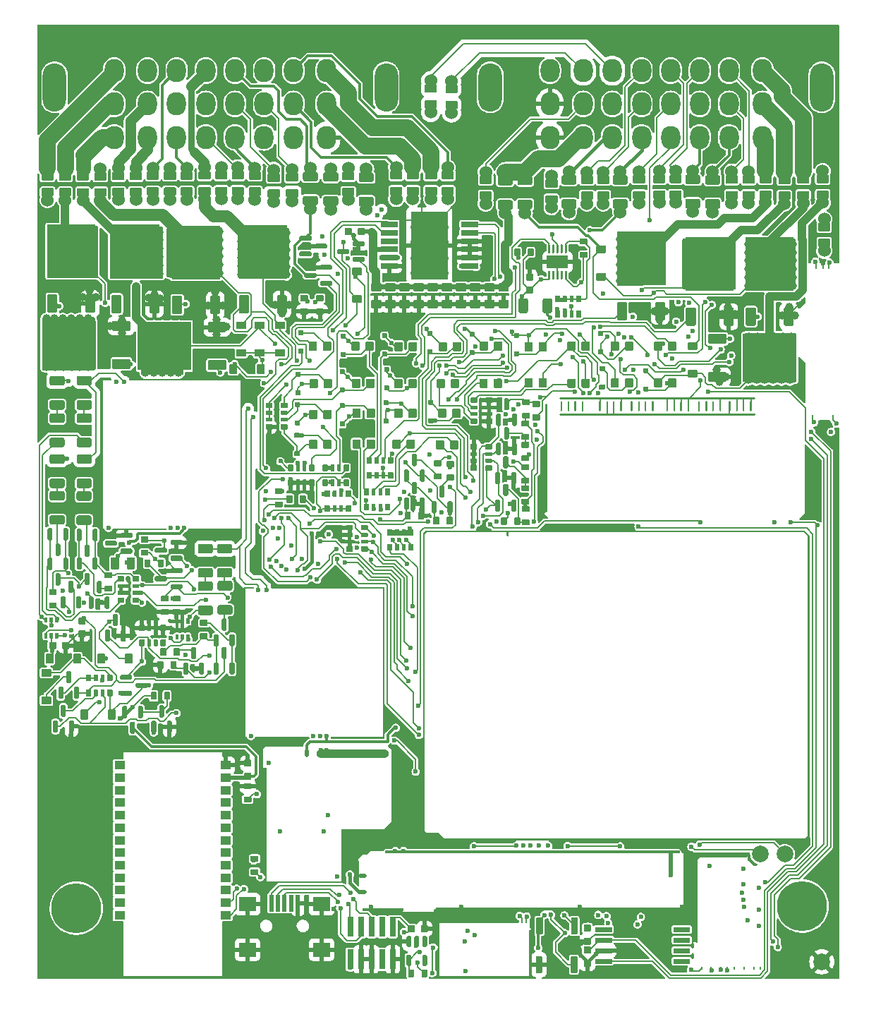
<source format=gtl>
G04 #@! TF.GenerationSoftware,KiCad,Pcbnew,(6.0.1)*
G04 #@! TF.CreationDate,2022-07-29T10:47:58+03:00*
G04 #@! TF.ProjectId,alphax_4ch,616c7068-6178-45f3-9463-682e6b696361,a*
G04 #@! TF.SameCoordinates,PX141f5e0PYa2cace0*
G04 #@! TF.FileFunction,Copper,L1,Top*
G04 #@! TF.FilePolarity,Positive*
%FSLAX46Y46*%
G04 Gerber Fmt 4.6, Leading zero omitted, Abs format (unit mm)*
G04 Created by KiCad (PCBNEW (6.0.1)) date 2022-07-29 10:47:58*
%MOMM*%
%LPD*%
G01*
G04 APERTURE LIST*
G04 #@! TA.AperFunction,SMDPad,CuDef*
%ADD10R,2.600000X1.500000*%
G04 #@! TD*
G04 #@! TA.AperFunction,ComponentPad*
%ADD11C,0.600000*%
G04 #@! TD*
G04 #@! TA.AperFunction,SMDPad,CuDef*
%ADD12O,0.250000X10.200000*%
G04 #@! TD*
G04 #@! TA.AperFunction,SMDPad,CuDef*
%ADD13O,5.800001X0.250000*%
G04 #@! TD*
G04 #@! TA.AperFunction,SMDPad,CuDef*
%ADD14O,0.200000X0.399999*%
G04 #@! TD*
G04 #@! TA.AperFunction,ComponentPad*
%ADD15C,0.599999*%
G04 #@! TD*
G04 #@! TA.AperFunction,ComponentPad*
%ADD16C,1.524000*%
G04 #@! TD*
G04 #@! TA.AperFunction,ComponentPad*
%ADD17C,6.000000*%
G04 #@! TD*
G04 #@! TA.AperFunction,SMDPad,CuDef*
%ADD18C,2.000000*%
G04 #@! TD*
G04 #@! TA.AperFunction,SMDPad,CuDef*
%ADD19R,5.800000X6.400000*%
G04 #@! TD*
G04 #@! TA.AperFunction,ComponentPad*
%ADD20O,2.800000X5.800000*%
G04 #@! TD*
G04 #@! TA.AperFunction,ComponentPad*
%ADD21O,2.300000X2.800000*%
G04 #@! TD*
G04 #@! TA.AperFunction,SMDPad,CuDef*
%ADD22R,0.500000X2.000000*%
G04 #@! TD*
G04 #@! TA.AperFunction,SMDPad,CuDef*
%ADD23R,2.000000X1.700000*%
G04 #@! TD*
G04 #@! TA.AperFunction,SMDPad,CuDef*
%ADD24R,6.400000X5.800000*%
G04 #@! TD*
G04 #@! TA.AperFunction,SMDPad,CuDef*
%ADD25R,2.000000X0.650000*%
G04 #@! TD*
G04 #@! TA.AperFunction,SMDPad,CuDef*
%ADD26R,4.500000X8.100000*%
G04 #@! TD*
G04 #@! TA.AperFunction,SMDPad,CuDef*
%ADD27O,0.250000X0.499999*%
G04 #@! TD*
G04 #@! TA.AperFunction,SMDPad,CuDef*
%ADD28O,0.200000X5.669999*%
G04 #@! TD*
G04 #@! TA.AperFunction,SMDPad,CuDef*
%ADD29O,11.100001X0.200000*%
G04 #@! TD*
G04 #@! TA.AperFunction,SMDPad,CuDef*
%ADD30O,0.499999X0.250000*%
G04 #@! TD*
G04 #@! TA.AperFunction,SMDPad,CuDef*
%ADD31O,0.200000X6.799999*%
G04 #@! TD*
G04 #@! TA.AperFunction,SMDPad,CuDef*
%ADD32O,9.800001X0.399999*%
G04 #@! TD*
G04 #@! TA.AperFunction,SMDPad,CuDef*
%ADD33O,0.499999X1.000001*%
G04 #@! TD*
G04 #@! TA.AperFunction,SMDPad,CuDef*
%ADD34O,8.744829X1.000001*%
G04 #@! TD*
G04 #@! TA.AperFunction,SMDPad,CuDef*
%ADD35O,0.399999X9.000000*%
G04 #@! TD*
G04 #@! TA.AperFunction,SMDPad,CuDef*
%ADD36O,5.399999X0.399999*%
G04 #@! TD*
G04 #@! TA.AperFunction,SMDPad,CuDef*
%ADD37O,0.200000X6.500000*%
G04 #@! TD*
G04 #@! TA.AperFunction,SMDPad,CuDef*
%ADD38O,0.200000X13.800000*%
G04 #@! TD*
G04 #@! TA.AperFunction,SMDPad,CuDef*
%ADD39O,0.499999X0.200000*%
G04 #@! TD*
G04 #@! TA.AperFunction,SMDPad,CuDef*
%ADD40O,9.199999X0.200000*%
G04 #@! TD*
G04 #@! TA.AperFunction,SMDPad,CuDef*
%ADD41R,0.250000X18.200000*%
G04 #@! TD*
G04 #@! TA.AperFunction,SMDPad,CuDef*
%ADD42R,6.500000X0.250000*%
G04 #@! TD*
G04 #@! TA.AperFunction,SMDPad,CuDef*
%ADD43R,6.450000X0.250000*%
G04 #@! TD*
G04 #@! TA.AperFunction,SMDPad,CuDef*
%ADD44R,1.250000X0.250000*%
G04 #@! TD*
G04 #@! TA.AperFunction,SMDPad,CuDef*
%ADD45R,13.650000X0.250000*%
G04 #@! TD*
G04 #@! TA.AperFunction,SMDPad,CuDef*
%ADD46R,0.350000X0.250000*%
G04 #@! TD*
G04 #@! TA.AperFunction,SMDPad,CuDef*
%ADD47R,1.300000X1.000000*%
G04 #@! TD*
G04 #@! TA.AperFunction,SMDPad,CuDef*
%ADD48O,5.000000X0.399999*%
G04 #@! TD*
G04 #@! TA.AperFunction,SMDPad,CuDef*
%ADD49O,0.399999X7.200001*%
G04 #@! TD*
G04 #@! TA.AperFunction,SMDPad,CuDef*
%ADD50O,30.000001X0.399999*%
G04 #@! TD*
G04 #@! TA.AperFunction,SMDPad,CuDef*
%ADD51O,1.000001X0.499999*%
G04 #@! TD*
G04 #@! TA.AperFunction,SMDPad,CuDef*
%ADD52O,0.200000X3.099999*%
G04 #@! TD*
G04 #@! TA.AperFunction,SMDPad,CuDef*
%ADD53O,0.499999X2.999999*%
G04 #@! TD*
G04 #@! TA.AperFunction,SMDPad,CuDef*
%ADD54O,35.400000X0.399999*%
G04 #@! TD*
G04 #@! TA.AperFunction,SMDPad,CuDef*
%ADD55R,0.740000X2.400000*%
G04 #@! TD*
G04 #@! TA.AperFunction,ViaPad*
%ADD56C,0.600000*%
G04 #@! TD*
G04 #@! TA.AperFunction,ViaPad*
%ADD57C,1.000000*%
G04 #@! TD*
G04 #@! TA.AperFunction,ViaPad*
%ADD58C,1.500000*%
G04 #@! TD*
G04 #@! TA.AperFunction,Conductor*
%ADD59C,0.200000*%
G04 #@! TD*
G04 #@! TA.AperFunction,Conductor*
%ADD60C,0.400000*%
G04 #@! TD*
G04 #@! TA.AperFunction,Conductor*
%ADD61C,1.000000*%
G04 #@! TD*
G04 #@! TA.AperFunction,Conductor*
%ADD62C,0.600000*%
G04 #@! TD*
G04 #@! TA.AperFunction,Conductor*
%ADD63C,0.500000*%
G04 #@! TD*
G04 #@! TA.AperFunction,Conductor*
%ADD64C,0.300000*%
G04 #@! TD*
G04 #@! TA.AperFunction,Conductor*
%ADD65C,0.203200*%
G04 #@! TD*
G04 #@! TA.AperFunction,Conductor*
%ADD66C,2.000000*%
G04 #@! TD*
G04 #@! TA.AperFunction,Conductor*
%ADD67C,1.400000*%
G04 #@! TD*
G04 #@! TA.AperFunction,Conductor*
%ADD68C,1.300000*%
G04 #@! TD*
G04 #@! TA.AperFunction,Conductor*
%ADD69C,1.800000*%
G04 #@! TD*
G04 #@! TA.AperFunction,Conductor*
%ADD70C,0.800000*%
G04 #@! TD*
G04 #@! TA.AperFunction,Conductor*
%ADD71C,1.200000*%
G04 #@! TD*
G04 APERTURE END LIST*
D10*
G04 #@! TO.P,U1,11,GND*
G04 #@! TO.N,GND*
X62550000Y86140000D03*
D11*
X63250000Y86140000D03*
X61850000Y86140000D03*
G04 #@! TO.P,U1,10,IN*
G04 #@! TO.N,+12V*
G04 #@! TA.AperFunction,SMDPad,CuDef*
G36*
G01*
X61612500Y87190000D02*
X61487500Y87190000D01*
G75*
G02*
X61425000Y87252500I0J62500D01*
G01*
X61425000Y88177500D01*
G75*
G02*
X61487500Y88240000I62500J0D01*
G01*
X61612500Y88240000D01*
G75*
G02*
X61675000Y88177500I0J-62500D01*
G01*
X61675000Y87252500D01*
G75*
G02*
X61612500Y87190000I-62500J0D01*
G01*
G37*
G04 #@! TD.AperFunction*
G04 #@! TO.P,U1,9*
G04 #@! TO.N,unconnected-(U1-Pad9)*
G04 #@! TA.AperFunction,SMDPad,CuDef*
G36*
G01*
X62112500Y87190000D02*
X61987500Y87190000D01*
G75*
G02*
X61925000Y87252500I0J62500D01*
G01*
X61925000Y88177500D01*
G75*
G02*
X61987500Y88240000I62500J0D01*
G01*
X62112500Y88240000D01*
G75*
G02*
X62175000Y88177500I0J-62500D01*
G01*
X62175000Y87252500D01*
G75*
G02*
X62112500Y87190000I-62500J0D01*
G01*
G37*
G04 #@! TD.AperFunction*
G04 #@! TO.P,U1,8,EN*
G04 #@! TO.N,/PWR_EN*
G04 #@! TA.AperFunction,SMDPad,CuDef*
G36*
G01*
X62612500Y87190000D02*
X62487500Y87190000D01*
G75*
G02*
X62425000Y87252500I0J62500D01*
G01*
X62425000Y88177500D01*
G75*
G02*
X62487500Y88240000I62500J0D01*
G01*
X62612500Y88240000D01*
G75*
G02*
X62675000Y88177500I0J-62500D01*
G01*
X62675000Y87252500D01*
G75*
G02*
X62612500Y87190000I-62500J0D01*
G01*
G37*
G04 #@! TD.AperFunction*
G04 #@! TO.P,U1,7*
G04 #@! TO.N,unconnected-(U1-Pad7)*
G04 #@! TA.AperFunction,SMDPad,CuDef*
G36*
G01*
X63112500Y87190000D02*
X62987500Y87190000D01*
G75*
G02*
X62925000Y87252500I0J62500D01*
G01*
X62925000Y88177500D01*
G75*
G02*
X62987500Y88240000I62500J0D01*
G01*
X63112500Y88240000D01*
G75*
G02*
X63175000Y88177500I0J-62500D01*
G01*
X63175000Y87252500D01*
G75*
G02*
X63112500Y87190000I-62500J0D01*
G01*
G37*
G04 #@! TD.AperFunction*
G04 #@! TO.P,U1,6,ADJ*
G04 #@! TO.N,+5V*
G04 #@! TA.AperFunction,SMDPad,CuDef*
G36*
G01*
X63612500Y87190000D02*
X63487500Y87190000D01*
G75*
G02*
X63425000Y87252500I0J62500D01*
G01*
X63425000Y88177500D01*
G75*
G02*
X63487500Y88240000I62500J0D01*
G01*
X63612500Y88240000D01*
G75*
G02*
X63675000Y88177500I0J-62500D01*
G01*
X63675000Y87252500D01*
G75*
G02*
X63612500Y87190000I-62500J0D01*
G01*
G37*
G04 #@! TD.AperFunction*
G04 #@! TO.P,U1,5,PG*
G04 #@! TO.N,/TLS115_PG*
G04 #@! TA.AperFunction,SMDPad,CuDef*
G36*
G01*
X63612500Y84040000D02*
X63487500Y84040000D01*
G75*
G02*
X63425000Y84102500I0J62500D01*
G01*
X63425000Y85027500D01*
G75*
G02*
X63487500Y85090000I62500J0D01*
G01*
X63612500Y85090000D01*
G75*
G02*
X63675000Y85027500I0J-62500D01*
G01*
X63675000Y84102500D01*
G75*
G02*
X63612500Y84040000I-62500J0D01*
G01*
G37*
G04 #@! TD.AperFunction*
G04 #@! TO.P,U1,4*
G04 #@! TO.N,unconnected-(U1-Pad4)*
G04 #@! TA.AperFunction,SMDPad,CuDef*
G36*
G01*
X63112500Y84040000D02*
X62987500Y84040000D01*
G75*
G02*
X62925000Y84102500I0J62500D01*
G01*
X62925000Y85027500D01*
G75*
G02*
X62987500Y85090000I62500J0D01*
G01*
X63112500Y85090000D01*
G75*
G02*
X63175000Y85027500I0J-62500D01*
G01*
X63175000Y84102500D01*
G75*
G02*
X63112500Y84040000I-62500J0D01*
G01*
G37*
G04 #@! TD.AperFunction*
G04 #@! TO.P,U1,3,GND*
G04 #@! TO.N,GND*
G04 #@! TA.AperFunction,SMDPad,CuDef*
G36*
G01*
X62612500Y84040000D02*
X62487500Y84040000D01*
G75*
G02*
X62425000Y84102500I0J62500D01*
G01*
X62425000Y85027500D01*
G75*
G02*
X62487500Y85090000I62500J0D01*
G01*
X62612500Y85090000D01*
G75*
G02*
X62675000Y85027500I0J-62500D01*
G01*
X62675000Y84102500D01*
G75*
G02*
X62612500Y84040000I-62500J0D01*
G01*
G37*
G04 #@! TD.AperFunction*
G04 #@! TO.P,U1,2*
G04 #@! TO.N,unconnected-(U1-Pad2)*
G04 #@! TA.AperFunction,SMDPad,CuDef*
G36*
G01*
X62112500Y84040000D02*
X61987500Y84040000D01*
G75*
G02*
X61925000Y84102500I0J62500D01*
G01*
X61925000Y85027500D01*
G75*
G02*
X61987500Y85090000I62500J0D01*
G01*
X62112500Y85090000D01*
G75*
G02*
X62175000Y85027500I0J-62500D01*
G01*
X62175000Y84102500D01*
G75*
G02*
X62112500Y84040000I-62500J0D01*
G01*
G37*
G04 #@! TD.AperFunction*
G04 #@! TO.P,U1,1,OUT*
G04 #@! TO.N,+5VAS*
G04 #@! TA.AperFunction,SMDPad,CuDef*
G36*
G01*
X61612500Y84040000D02*
X61487500Y84040000D01*
G75*
G02*
X61425000Y84102500I0J62500D01*
G01*
X61425000Y85027500D01*
G75*
G02*
X61487500Y85090000I62500J0D01*
G01*
X61612500Y85090000D01*
G75*
G02*
X61675000Y85027500I0J-62500D01*
G01*
X61675000Y84102500D01*
G75*
G02*
X61612500Y84040000I-62500J0D01*
G01*
G37*
G04 #@! TD.AperFunction*
G04 #@! TD*
D12*
G04 #@! TO.P,M4,G,GND*
G04 #@! TO.N,GND*
X79279889Y9500001D03*
D13*
X82392389Y14749996D03*
G04 #@! TA.AperFunction,SMDPad,CuDef*
G36*
G01*
X79200084Y14370187D02*
X79200084Y14370187D01*
G75*
G02*
X79200084Y14546963I88388J88388D01*
G01*
X79482926Y14829805D01*
G75*
G02*
X79659702Y14829805I88388J-88388D01*
G01*
X79659702Y14829805D01*
G75*
G02*
X79659702Y14653029I-88388J-88388D01*
G01*
X79376860Y14370187D01*
G75*
G02*
X79200084Y14370187I-88388J88388D01*
G01*
G37*
G04 #@! TD.AperFunction*
D14*
G04 #@! TO.P,M4,S1,OUT_IGN8*
G04 #@! TO.N,unconnected-(M4-PadS1)*
X86904837Y1375379D03*
G04 #@! TO.P,M4,S2,OUT_IGN7*
G04 #@! TO.N,unconnected-(M4-PadS2)*
X86144858Y1375379D03*
G04 #@! TO.P,M4,S3,OUT_IGN6*
G04 #@! TO.N,unconnected-(M4-PadS3)*
X84969865Y1375379D03*
G04 #@! TO.P,M4,S4,OUT_IGN5*
G04 #@! TO.N,unconnected-(M4-PadS4)*
X83794878Y1375379D03*
G04 #@! TO.P,M4,S5,OUT_IGN4*
G04 #@! TO.N,/OUT_IGN4*
X82954966Y1375379D03*
G04 #@! TO.P,M4,S6,OUT_IGN3*
G04 #@! TO.N,/OUT_IGN3*
X82204894Y1375379D03*
G04 #@! TO.P,M4,S7,OUT_IGN2*
G04 #@! TO.N,/OUT_IGN2*
X81029883Y1375379D03*
G04 #@! TO.P,M4,S8,OUT_IGN1*
G04 #@! TO.N,/OUT_IGN1*
X79854886Y1375379D03*
D15*
G04 #@! TO.P,M4,V1,IGN8*
G04 #@! TO.N,GND*
X84894889Y11474986D03*
G04 #@! TO.P,M4,V2,IGN7*
X86729899Y11049978D03*
G04 #@! TO.P,M4,V3,IGN6*
X84679891Y10499981D03*
G04 #@! TO.P,M4,V4,IGN5*
X84894886Y9625022D03*
G04 #@! TO.P,M4,V5,IGN4*
G04 #@! TO.N,/IGN4*
X84969893Y8774999D03*
G04 #@! TO.P,M4,V6,IGN3*
G04 #@! TO.N,/IGN3*
X86729899Y8449983D03*
G04 #@! TO.P,M4,V7,IGN2*
G04 #@! TO.N,/IGN2*
X85419899Y7150016D03*
G04 #@! TO.P,M4,V8,IGN1*
G04 #@! TO.N,/IGN1*
X86729899Y6499999D03*
G04 #@! TO.P,M4,V9,VCC*
G04 #@! TO.N,+5V_IGN*
X80804884Y13675002D03*
G04 #@! TO.P,M4,V10,V33*
G04 #@! TO.N,+3V3_IGN*
X84879890Y13375000D03*
G04 #@! TD*
G04 #@! TO.P,D53,1,K*
G04 #@! TO.N,+12V_RAW*
G04 #@! TA.AperFunction,SMDPad,CuDef*
G36*
G01*
X25110000Y74805000D02*
X24090000Y74805000D01*
G75*
G02*
X24000000Y74895000I0J90000D01*
G01*
X24000000Y75615000D01*
G75*
G02*
X24090000Y75705000I90000J0D01*
G01*
X25110000Y75705000D01*
G75*
G02*
X25200000Y75615000I0J-90000D01*
G01*
X25200000Y74895000D01*
G75*
G02*
X25110000Y74805000I-90000J0D01*
G01*
G37*
G04 #@! TD.AperFunction*
G04 #@! TO.P,D53,2,A*
G04 #@! TO.N,/OUT_VVT1*
G04 #@! TA.AperFunction,SMDPad,CuDef*
G36*
G01*
X25110000Y78105000D02*
X24090000Y78105000D01*
G75*
G02*
X24000000Y78195000I0J90000D01*
G01*
X24000000Y78915000D01*
G75*
G02*
X24090000Y79005000I90000J0D01*
G01*
X25110000Y79005000D01*
G75*
G02*
X25200000Y78915000I0J-90000D01*
G01*
X25200000Y78195000D01*
G75*
G02*
X25110000Y78105000I-90000J0D01*
G01*
G37*
G04 #@! TD.AperFunction*
G04 #@! TD*
G04 #@! TO.P,R8,1,1*
G04 #@! TO.N,/CAN-*
G04 #@! TA.AperFunction,SMDPad,CuDef*
G36*
G01*
X77375000Y93699999D02*
X76125000Y93699999D01*
G75*
G02*
X76025000Y93799999I0J100000D01*
G01*
X76025000Y94599999D01*
G75*
G02*
X76125000Y94699999I100000J0D01*
G01*
X77375000Y94699999D01*
G75*
G02*
X77475000Y94599999I0J-100000D01*
G01*
X77475000Y93799999D01*
G75*
G02*
X77375000Y93699999I-100000J0D01*
G01*
G37*
G04 #@! TD.AperFunction*
D16*
X76750000Y93245000D03*
G04 #@! TO.P,R8,2,2*
G04 #@! TO.N,/C6*
G04 #@! TA.AperFunction,SMDPad,CuDef*
G36*
G01*
X77375000Y95600021D02*
X76125000Y95600021D01*
G75*
G02*
X76025000Y95700021I0J100000D01*
G01*
X76025000Y96500021D01*
G75*
G02*
X76125000Y96600021I100000J0D01*
G01*
X77375000Y96600021D01*
G75*
G02*
X77475000Y96500021I0J-100000D01*
G01*
X77475000Y95700021D01*
G75*
G02*
X77375000Y95600021I-100000J0D01*
G01*
G37*
G04 #@! TD.AperFunction*
X76750000Y97055000D03*
G04 #@! TD*
G04 #@! TO.P,C18,1*
G04 #@! TO.N,GND*
G04 #@! TA.AperFunction,SMDPad,CuDef*
G36*
G01*
X66490000Y4224999D02*
X65810000Y4224999D01*
G75*
G02*
X65725000Y4309999I0J85000D01*
G01*
X65725000Y4989999D01*
G75*
G02*
X65810000Y5074999I85000J0D01*
G01*
X66490000Y5074999D01*
G75*
G02*
X66575000Y4989999I0J-85000D01*
G01*
X66575000Y4309999D01*
G75*
G02*
X66490000Y4224999I-85000J0D01*
G01*
G37*
G04 #@! TD.AperFunction*
G04 #@! TO.P,C18,2*
G04 #@! TO.N,+3V3*
G04 #@! TA.AperFunction,SMDPad,CuDef*
G36*
G01*
X66490000Y5805001D02*
X65810000Y5805001D01*
G75*
G02*
X65725000Y5890001I0J85000D01*
G01*
X65725000Y6570001D01*
G75*
G02*
X65810000Y6655001I85000J0D01*
G01*
X66490000Y6655001D01*
G75*
G02*
X66575000Y6570001I0J-85000D01*
G01*
X66575000Y5890001D01*
G75*
G02*
X66490000Y5805001I-85000J0D01*
G01*
G37*
G04 #@! TD.AperFunction*
G04 #@! TD*
G04 #@! TO.P,R29,1*
G04 #@! TO.N,Net-(Q20-Pad2)*
G04 #@! TA.AperFunction,SMDPad,CuDef*
G36*
G01*
X12610000Y53200010D02*
X13390000Y53200010D01*
G75*
G02*
X13460000Y53130010I0J-70000D01*
G01*
X13460000Y52570010D01*
G75*
G02*
X13390000Y52500010I-70000J0D01*
G01*
X12610000Y52500010D01*
G75*
G02*
X12540000Y52570010I0J70000D01*
G01*
X12540000Y53130010D01*
G75*
G02*
X12610000Y53200010I70000J0D01*
G01*
G37*
G04 #@! TD.AperFunction*
G04 #@! TO.P,R29,2*
G04 #@! TO.N,+5VAS*
G04 #@! TA.AperFunction,SMDPad,CuDef*
G36*
G01*
X12610000Y51600010D02*
X13390000Y51600010D01*
G75*
G02*
X13460000Y51530010I0J-70000D01*
G01*
X13460000Y50970010D01*
G75*
G02*
X13390000Y50900010I-70000J0D01*
G01*
X12610000Y50900010D01*
G75*
G02*
X12540000Y50970010I0J70000D01*
G01*
X12540000Y51530010D01*
G75*
G02*
X12610000Y51600010I70000J0D01*
G01*
G37*
G04 #@! TD.AperFunction*
G04 #@! TD*
G04 #@! TO.P,R90,1*
G04 #@! TO.N,+3V3*
G04 #@! TA.AperFunction,SMDPad,CuDef*
G36*
G01*
X25810000Y14900000D02*
X26590000Y14900000D01*
G75*
G02*
X26660000Y14830000I0J-70000D01*
G01*
X26660000Y14270000D01*
G75*
G02*
X26590000Y14200000I-70000J0D01*
G01*
X25810000Y14200000D01*
G75*
G02*
X25740000Y14270000I0J70000D01*
G01*
X25740000Y14830000D01*
G75*
G02*
X25810000Y14900000I70000J0D01*
G01*
G37*
G04 #@! TD.AperFunction*
G04 #@! TO.P,R90,2*
G04 #@! TO.N,/ETB_DIS*
G04 #@! TA.AperFunction,SMDPad,CuDef*
G36*
G01*
X25810000Y13300000D02*
X26590000Y13300000D01*
G75*
G02*
X26660000Y13230000I0J-70000D01*
G01*
X26660000Y12670000D01*
G75*
G02*
X26590000Y12600000I-70000J0D01*
G01*
X25810000Y12600000D01*
G75*
G02*
X25740000Y12670000I0J70000D01*
G01*
X25740000Y13230000D01*
G75*
G02*
X25810000Y13300000I70000J0D01*
G01*
G37*
G04 #@! TD.AperFunction*
G04 #@! TD*
G04 #@! TO.P,R2,1*
G04 #@! TO.N,+12V*
G04 #@! TA.AperFunction,SMDPad,CuDef*
G36*
G01*
X34600000Y56215000D02*
X34600000Y56885000D01*
G75*
G02*
X34665000Y56950000I65000J0D01*
G01*
X35185000Y56950000D01*
G75*
G02*
X35250000Y56885000I0J-65000D01*
G01*
X35250000Y56215000D01*
G75*
G02*
X35185000Y56150000I-65000J0D01*
G01*
X34665000Y56150000D01*
G75*
G02*
X34600000Y56215000I0J65000D01*
G01*
G37*
G04 #@! TD.AperFunction*
G04 #@! TO.P,R2,2*
G04 #@! TA.AperFunction,SMDPad,CuDef*
G36*
G01*
X35575000Y56195000D02*
X35575000Y56905000D01*
G75*
G02*
X35620000Y56950000I45000J0D01*
G01*
X35980000Y56950000D01*
G75*
G02*
X36025000Y56905000I0J-45000D01*
G01*
X36025000Y56195000D01*
G75*
G02*
X35980000Y56150000I-45000J0D01*
G01*
X35620000Y56150000D01*
G75*
G02*
X35575000Y56195000I0J45000D01*
G01*
G37*
G04 #@! TD.AperFunction*
G04 #@! TO.P,R2,3*
G04 #@! TA.AperFunction,SMDPad,CuDef*
G36*
G01*
X36375000Y56195000D02*
X36375000Y56905000D01*
G75*
G02*
X36420000Y56950000I45000J0D01*
G01*
X36780000Y56950000D01*
G75*
G02*
X36825000Y56905000I0J-45000D01*
G01*
X36825000Y56195000D01*
G75*
G02*
X36780000Y56150000I-45000J0D01*
G01*
X36420000Y56150000D01*
G75*
G02*
X36375000Y56195000I0J45000D01*
G01*
G37*
G04 #@! TD.AperFunction*
G04 #@! TO.P,R2,4*
G04 #@! TA.AperFunction,SMDPad,CuDef*
G36*
G01*
X37150000Y56215000D02*
X37150000Y56885000D01*
G75*
G02*
X37215000Y56950000I65000J0D01*
G01*
X37735000Y56950000D01*
G75*
G02*
X37800000Y56885000I0J-65000D01*
G01*
X37800000Y56215000D01*
G75*
G02*
X37735000Y56150000I-65000J0D01*
G01*
X37215000Y56150000D01*
G75*
G02*
X37150000Y56215000I0J65000D01*
G01*
G37*
G04 #@! TD.AperFunction*
G04 #@! TO.P,R2,5*
G04 #@! TO.N,Net-(D3-Pad1)*
G04 #@! TA.AperFunction,SMDPad,CuDef*
G36*
G01*
X37150000Y58015000D02*
X37150000Y58685000D01*
G75*
G02*
X37215000Y58750000I65000J0D01*
G01*
X37735000Y58750000D01*
G75*
G02*
X37800000Y58685000I0J-65000D01*
G01*
X37800000Y58015000D01*
G75*
G02*
X37735000Y57950000I-65000J0D01*
G01*
X37215000Y57950000D01*
G75*
G02*
X37150000Y58015000I0J65000D01*
G01*
G37*
G04 #@! TD.AperFunction*
G04 #@! TO.P,R2,6*
G04 #@! TO.N,Net-(D2-Pad1)*
G04 #@! TA.AperFunction,SMDPad,CuDef*
G36*
G01*
X36375000Y57995000D02*
X36375000Y58705000D01*
G75*
G02*
X36420000Y58750000I45000J0D01*
G01*
X36780000Y58750000D01*
G75*
G02*
X36825000Y58705000I0J-45000D01*
G01*
X36825000Y57995000D01*
G75*
G02*
X36780000Y57950000I-45000J0D01*
G01*
X36420000Y57950000D01*
G75*
G02*
X36375000Y57995000I0J45000D01*
G01*
G37*
G04 #@! TD.AperFunction*
G04 #@! TO.P,R2,7*
G04 #@! TO.N,Net-(D14-Pad1)*
G04 #@! TA.AperFunction,SMDPad,CuDef*
G36*
G01*
X35575000Y57995000D02*
X35575000Y58705000D01*
G75*
G02*
X35620000Y58750000I45000J0D01*
G01*
X35980000Y58750000D01*
G75*
G02*
X36025000Y58705000I0J-45000D01*
G01*
X36025000Y57995000D01*
G75*
G02*
X35980000Y57950000I-45000J0D01*
G01*
X35620000Y57950000D01*
G75*
G02*
X35575000Y57995000I0J45000D01*
G01*
G37*
G04 #@! TD.AperFunction*
G04 #@! TO.P,R2,8*
G04 #@! TO.N,Net-(D13-Pad1)*
G04 #@! TA.AperFunction,SMDPad,CuDef*
G36*
G01*
X34600000Y58015000D02*
X34600000Y58685000D01*
G75*
G02*
X34665000Y58750000I65000J0D01*
G01*
X35185000Y58750000D01*
G75*
G02*
X35250000Y58685000I0J-65000D01*
G01*
X35250000Y58015000D01*
G75*
G02*
X35185000Y57950000I-65000J0D01*
G01*
X34665000Y57950000D01*
G75*
G02*
X34600000Y58015000I0J65000D01*
G01*
G37*
G04 #@! TD.AperFunction*
G04 #@! TD*
G04 #@! TO.P,D36,1,A*
G04 #@! TO.N,Net-(D36-Pad1)*
G04 #@! TA.AperFunction,SMDPad,CuDef*
G36*
G01*
X50649999Y64649998D02*
X50649999Y63749998D01*
G75*
G02*
X50549999Y63649998I-100000J0D01*
G01*
X49749999Y63649998D01*
G75*
G02*
X49649999Y63749998I0J100000D01*
G01*
X49649999Y64649998D01*
G75*
G02*
X49749999Y64749998I100000J0D01*
G01*
X50549999Y64749998D01*
G75*
G02*
X50649999Y64649998I0J-100000D01*
G01*
G37*
G04 #@! TD.AperFunction*
G04 #@! TO.P,D36,2,K*
G04 #@! TO.N,/HALL3*
G04 #@! TA.AperFunction,SMDPad,CuDef*
G36*
G01*
X48949999Y64649998D02*
X48949999Y63749998D01*
G75*
G02*
X48849999Y63649998I-100000J0D01*
G01*
X48049999Y63649998D01*
G75*
G02*
X47949999Y63749998I0J100000D01*
G01*
X47949999Y64649998D01*
G75*
G02*
X48049999Y64749998I100000J0D01*
G01*
X48849999Y64749998D01*
G75*
G02*
X48949999Y64649998I0J-100000D01*
G01*
G37*
G04 #@! TD.AperFunction*
G04 #@! TD*
G04 #@! TO.P,R4,1*
G04 #@! TO.N,GND*
G04 #@! TA.AperFunction,SMDPad,CuDef*
G36*
G01*
X54685000Y66700000D02*
X54015000Y66700000D01*
G75*
G02*
X53950000Y66765000I0J65000D01*
G01*
X53950000Y67285000D01*
G75*
G02*
X54015000Y67350000I65000J0D01*
G01*
X54685000Y67350000D01*
G75*
G02*
X54750000Y67285000I0J-65000D01*
G01*
X54750000Y66765000D01*
G75*
G02*
X54685000Y66700000I-65000J0D01*
G01*
G37*
G04 #@! TD.AperFunction*
G04 #@! TO.P,R4,2*
G04 #@! TA.AperFunction,SMDPad,CuDef*
G36*
G01*
X54705000Y67675000D02*
X53995000Y67675000D01*
G75*
G02*
X53950000Y67720000I0J45000D01*
G01*
X53950000Y68080000D01*
G75*
G02*
X53995000Y68125000I45000J0D01*
G01*
X54705000Y68125000D01*
G75*
G02*
X54750000Y68080000I0J-45000D01*
G01*
X54750000Y67720000D01*
G75*
G02*
X54705000Y67675000I-45000J0D01*
G01*
G37*
G04 #@! TD.AperFunction*
G04 #@! TO.P,R4,3*
G04 #@! TA.AperFunction,SMDPad,CuDef*
G36*
G01*
X54705000Y68475000D02*
X53995000Y68475000D01*
G75*
G02*
X53950000Y68520000I0J45000D01*
G01*
X53950000Y68880000D01*
G75*
G02*
X53995000Y68925000I45000J0D01*
G01*
X54705000Y68925000D01*
G75*
G02*
X54750000Y68880000I0J-45000D01*
G01*
X54750000Y68520000D01*
G75*
G02*
X54705000Y68475000I-45000J0D01*
G01*
G37*
G04 #@! TD.AperFunction*
G04 #@! TO.P,R4,4*
G04 #@! TA.AperFunction,SMDPad,CuDef*
G36*
G01*
X54685000Y69250000D02*
X54015000Y69250000D01*
G75*
G02*
X53950000Y69315000I0J65000D01*
G01*
X53950000Y69835000D01*
G75*
G02*
X54015000Y69900000I65000J0D01*
G01*
X54685000Y69900000D01*
G75*
G02*
X54750000Y69835000I0J-65000D01*
G01*
X54750000Y69315000D01*
G75*
G02*
X54685000Y69250000I-65000J0D01*
G01*
G37*
G04 #@! TD.AperFunction*
G04 #@! TO.P,R4,5*
G04 #@! TO.N,Net-(D24-Pad2)*
G04 #@! TA.AperFunction,SMDPad,CuDef*
G36*
G01*
X52885000Y69250000D02*
X52215000Y69250000D01*
G75*
G02*
X52150000Y69315000I0J65000D01*
G01*
X52150000Y69835000D01*
G75*
G02*
X52215000Y69900000I65000J0D01*
G01*
X52885000Y69900000D01*
G75*
G02*
X52950000Y69835000I0J-65000D01*
G01*
X52950000Y69315000D01*
G75*
G02*
X52885000Y69250000I-65000J0D01*
G01*
G37*
G04 #@! TD.AperFunction*
G04 #@! TO.P,R4,6*
G04 #@! TO.N,Net-(D23-Pad2)*
G04 #@! TA.AperFunction,SMDPad,CuDef*
G36*
G01*
X52905000Y68475000D02*
X52195000Y68475000D01*
G75*
G02*
X52150000Y68520000I0J45000D01*
G01*
X52150000Y68880000D01*
G75*
G02*
X52195000Y68925000I45000J0D01*
G01*
X52905000Y68925000D01*
G75*
G02*
X52950000Y68880000I0J-45000D01*
G01*
X52950000Y68520000D01*
G75*
G02*
X52905000Y68475000I-45000J0D01*
G01*
G37*
G04 #@! TD.AperFunction*
G04 #@! TO.P,R4,7*
G04 #@! TO.N,Net-(D19-Pad2)*
G04 #@! TA.AperFunction,SMDPad,CuDef*
G36*
G01*
X52905000Y67675000D02*
X52195000Y67675000D01*
G75*
G02*
X52150000Y67720000I0J45000D01*
G01*
X52150000Y68080000D01*
G75*
G02*
X52195000Y68125000I45000J0D01*
G01*
X52905000Y68125000D01*
G75*
G02*
X52950000Y68080000I0J-45000D01*
G01*
X52950000Y67720000D01*
G75*
G02*
X52905000Y67675000I-45000J0D01*
G01*
G37*
G04 #@! TD.AperFunction*
G04 #@! TO.P,R4,8*
G04 #@! TO.N,Net-(D18-Pad2)*
G04 #@! TA.AperFunction,SMDPad,CuDef*
G36*
G01*
X52885000Y66700000D02*
X52215000Y66700000D01*
G75*
G02*
X52150000Y66765000I0J65000D01*
G01*
X52150000Y67285000D01*
G75*
G02*
X52215000Y67350000I65000J0D01*
G01*
X52885000Y67350000D01*
G75*
G02*
X52950000Y67285000I0J-65000D01*
G01*
X52950000Y66765000D01*
G75*
G02*
X52885000Y66700000I-65000J0D01*
G01*
G37*
G04 #@! TD.AperFunction*
G04 #@! TD*
G04 #@! TO.P,D30,1,K*
G04 #@! TO.N,Net-(D11-Pad1)*
G04 #@! TA.AperFunction,SMDPad,CuDef*
G36*
G01*
X67450000Y75111499D02*
X67450000Y75591499D01*
G75*
G02*
X67510000Y75651499I60000J0D01*
G01*
X67990000Y75651499D01*
G75*
G02*
X68050000Y75591499I0J-60000D01*
G01*
X68050000Y75111499D01*
G75*
G02*
X67990000Y75051499I-60000J0D01*
G01*
X67510000Y75051499D01*
G75*
G02*
X67450000Y75111499I0J60000D01*
G01*
G37*
G04 #@! TD.AperFunction*
G04 #@! TO.P,D30,2,A*
G04 #@! TO.N,/IN_CAM_HALL*
G04 #@! TA.AperFunction,SMDPad,CuDef*
G36*
G01*
X67450000Y77311499D02*
X67450000Y77791499D01*
G75*
G02*
X67510000Y77851499I60000J0D01*
G01*
X67990000Y77851499D01*
G75*
G02*
X68050000Y77791499I0J-60000D01*
G01*
X68050000Y77311499D01*
G75*
G02*
X67990000Y77251499I-60000J0D01*
G01*
X67510000Y77251499D01*
G75*
G02*
X67450000Y77311499I0J60000D01*
G01*
G37*
G04 #@! TD.AperFunction*
G04 #@! TD*
G04 #@! TO.P,C3,1*
G04 #@! TO.N,GND*
G04 #@! TA.AperFunction,SMDPad,CuDef*
G36*
G01*
X25060000Y26435001D02*
X25740000Y26435001D01*
G75*
G02*
X25825000Y26350001I0J-85000D01*
G01*
X25825000Y25670001D01*
G75*
G02*
X25740000Y25585001I-85000J0D01*
G01*
X25060000Y25585001D01*
G75*
G02*
X24975000Y25670001I0J85000D01*
G01*
X24975000Y26350001D01*
G75*
G02*
X25060000Y26435001I85000J0D01*
G01*
G37*
G04 #@! TD.AperFunction*
G04 #@! TO.P,C3,2*
G04 #@! TO.N,/BT_3V3*
G04 #@! TA.AperFunction,SMDPad,CuDef*
G36*
G01*
X25060000Y24854999D02*
X25740000Y24854999D01*
G75*
G02*
X25825000Y24769999I0J-85000D01*
G01*
X25825000Y24089999D01*
G75*
G02*
X25740000Y24004999I-85000J0D01*
G01*
X25060000Y24004999D01*
G75*
G02*
X24975000Y24089999I0J85000D01*
G01*
X24975000Y24769999D01*
G75*
G02*
X25060000Y24854999I85000J0D01*
G01*
G37*
G04 #@! TD.AperFunction*
G04 #@! TD*
G04 #@! TO.P,D46,1,K*
G04 #@! TO.N,Net-(D40-Pad1)*
G04 #@! TA.AperFunction,SMDPad,CuDef*
G36*
G01*
X31650000Y69290000D02*
X31650000Y68810000D01*
G75*
G02*
X31590000Y68750000I-60000J0D01*
G01*
X31110000Y68750000D01*
G75*
G02*
X31050000Y68810000I0J60000D01*
G01*
X31050000Y69290000D01*
G75*
G02*
X31110000Y69350000I60000J0D01*
G01*
X31590000Y69350000D01*
G75*
G02*
X31650000Y69290000I0J-60000D01*
G01*
G37*
G04 #@! TD.AperFunction*
G04 #@! TO.P,D46,2,A*
G04 #@! TO.N,/OUT_VVT2*
G04 #@! TA.AperFunction,SMDPad,CuDef*
G36*
G01*
X31650000Y67090000D02*
X31650000Y66610000D01*
G75*
G02*
X31590000Y66550000I-60000J0D01*
G01*
X31110000Y66550000D01*
G75*
G02*
X31050000Y66610000I0J60000D01*
G01*
X31050000Y67090000D01*
G75*
G02*
X31110000Y67150000I60000J0D01*
G01*
X31590000Y67150000D01*
G75*
G02*
X31650000Y67090000I0J-60000D01*
G01*
G37*
G04 #@! TD.AperFunction*
G04 #@! TD*
G04 #@! TO.P,R87,1*
G04 #@! TO.N,/IN_D3*
G04 #@! TA.AperFunction,SMDPad,CuDef*
G36*
G01*
X58310000Y61850000D02*
X59090000Y61850000D01*
G75*
G02*
X59160000Y61780000I0J-70000D01*
G01*
X59160000Y61220000D01*
G75*
G02*
X59090000Y61150000I-70000J0D01*
G01*
X58310000Y61150000D01*
G75*
G02*
X58240000Y61220000I0J70000D01*
G01*
X58240000Y61780000D01*
G75*
G02*
X58310000Y61850000I70000J0D01*
G01*
G37*
G04 #@! TD.AperFunction*
G04 #@! TO.P,R87,2*
G04 #@! TO.N,Net-(Q34-Pad2)*
G04 #@! TA.AperFunction,SMDPad,CuDef*
G36*
G01*
X58310000Y60250000D02*
X59090000Y60250000D01*
G75*
G02*
X59160000Y60180000I0J-70000D01*
G01*
X59160000Y59620000D01*
G75*
G02*
X59090000Y59550000I-70000J0D01*
G01*
X58310000Y59550000D01*
G75*
G02*
X58240000Y59620000I0J70000D01*
G01*
X58240000Y60180000D01*
G75*
G02*
X58310000Y60250000I70000J0D01*
G01*
G37*
G04 #@! TD.AperFunction*
G04 #@! TD*
G04 #@! TO.P,R93,1*
G04 #@! TO.N,Net-(Q25-Pad2)*
G04 #@! TA.AperFunction,SMDPad,CuDef*
G36*
G01*
X17200000Y39740000D02*
X17200000Y38960000D01*
G75*
G02*
X17130000Y38890000I-70000J0D01*
G01*
X16570000Y38890000D01*
G75*
G02*
X16500000Y38960000I0J70000D01*
G01*
X16500000Y39740000D01*
G75*
G02*
X16570000Y39810000I70000J0D01*
G01*
X17130000Y39810000D01*
G75*
G02*
X17200000Y39740000I0J-70000D01*
G01*
G37*
G04 #@! TD.AperFunction*
G04 #@! TO.P,R93,2*
G04 #@! TO.N,Net-(Q31-Pad1)*
G04 #@! TA.AperFunction,SMDPad,CuDef*
G36*
G01*
X15600000Y39740000D02*
X15600000Y38960000D01*
G75*
G02*
X15530000Y38890000I-70000J0D01*
G01*
X14970000Y38890000D01*
G75*
G02*
X14900000Y38960000I0J70000D01*
G01*
X14900000Y39740000D01*
G75*
G02*
X14970000Y39810000I70000J0D01*
G01*
X15530000Y39810000D01*
G75*
G02*
X15600000Y39740000I0J-70000D01*
G01*
G37*
G04 #@! TD.AperFunction*
G04 #@! TD*
G04 #@! TO.P,R95,1*
G04 #@! TO.N,/IN_PPS2*
G04 #@! TA.AperFunction,SMDPad,CuDef*
G36*
G01*
X33660000Y82150000D02*
X34440000Y82150000D01*
G75*
G02*
X34510000Y82080000I0J-70000D01*
G01*
X34510000Y81520000D01*
G75*
G02*
X34440000Y81450000I-70000J0D01*
G01*
X33660000Y81450000D01*
G75*
G02*
X33590000Y81520000I0J70000D01*
G01*
X33590000Y82080000D01*
G75*
G02*
X33660000Y82150000I70000J0D01*
G01*
G37*
G04 #@! TD.AperFunction*
G04 #@! TO.P,R95,2*
G04 #@! TO.N,GND*
G04 #@! TA.AperFunction,SMDPad,CuDef*
G36*
G01*
X33660000Y80550000D02*
X34440000Y80550000D01*
G75*
G02*
X34510000Y80480000I0J-70000D01*
G01*
X34510000Y79920000D01*
G75*
G02*
X34440000Y79850000I-70000J0D01*
G01*
X33660000Y79850000D01*
G75*
G02*
X33590000Y79920000I0J70000D01*
G01*
X33590000Y80480000D01*
G75*
G02*
X33660000Y80550000I70000J0D01*
G01*
G37*
G04 #@! TD.AperFunction*
G04 #@! TD*
D17*
G04 #@! TO.P,J8,1,Pin_1*
G04 #@! TO.N,unconnected-(J8-Pad1)*
X4803000Y8619000D03*
G04 #@! TD*
G04 #@! TO.P,D34,1,A*
G04 #@! TO.N,Net-(D34-Pad1)*
G04 #@! TA.AperFunction,SMDPad,CuDef*
G36*
G01*
X40649999Y64749998D02*
X40649999Y63849998D01*
G75*
G02*
X40549999Y63749998I-100000J0D01*
G01*
X39749999Y63749998D01*
G75*
G02*
X39649999Y63849998I0J100000D01*
G01*
X39649999Y64749998D01*
G75*
G02*
X39749999Y64849998I100000J0D01*
G01*
X40549999Y64849998D01*
G75*
G02*
X40649999Y64749998I0J-100000D01*
G01*
G37*
G04 #@! TD.AperFunction*
G04 #@! TO.P,D34,2,K*
G04 #@! TO.N,/HALL1*
G04 #@! TA.AperFunction,SMDPad,CuDef*
G36*
G01*
X38949999Y64749998D02*
X38949999Y63849998D01*
G75*
G02*
X38849999Y63749998I-100000J0D01*
G01*
X38049999Y63749998D01*
G75*
G02*
X37949999Y63849998I0J100000D01*
G01*
X37949999Y64749998D01*
G75*
G02*
X38049999Y64849998I100000J0D01*
G01*
X38849999Y64849998D01*
G75*
G02*
X38949999Y64749998I0J-100000D01*
G01*
G37*
G04 #@! TD.AperFunction*
G04 #@! TD*
D16*
G04 #@! TO.P,R59,1,1*
G04 #@! TO.N,/E8*
X45200000Y97505000D03*
G04 #@! TA.AperFunction,SMDPad,CuDef*
G36*
G01*
X44575000Y97050001D02*
X45825000Y97050001D01*
G75*
G02*
X45925000Y96950001I0J-100000D01*
G01*
X45925000Y96150001D01*
G75*
G02*
X45825000Y96050001I-100000J0D01*
G01*
X44575000Y96050001D01*
G75*
G02*
X44475000Y96150001I0J100000D01*
G01*
X44475000Y96950001D01*
G75*
G02*
X44575000Y97050001I100000J0D01*
G01*
G37*
G04 #@! TD.AperFunction*
G04 #@! TO.P,R59,2,2*
G04 #@! TO.N,/OUT_ETB-*
X45200000Y93695000D03*
G04 #@! TA.AperFunction,SMDPad,CuDef*
G36*
G01*
X44575000Y95149979D02*
X45825000Y95149979D01*
G75*
G02*
X45925000Y95049979I0J-100000D01*
G01*
X45925000Y94249979D01*
G75*
G02*
X45825000Y94149979I-100000J0D01*
G01*
X44575000Y94149979D01*
G75*
G02*
X44475000Y94249979I0J100000D01*
G01*
X44475000Y95049979D01*
G75*
G02*
X44575000Y95149979I100000J0D01*
G01*
G37*
G04 #@! TD.AperFunction*
G04 #@! TD*
G04 #@! TO.P,R9,1,1*
G04 #@! TO.N,/CAN+*
X74800000Y93245000D03*
G04 #@! TA.AperFunction,SMDPad,CuDef*
G36*
G01*
X75425000Y93699999D02*
X74175000Y93699999D01*
G75*
G02*
X74075000Y93799999I0J100000D01*
G01*
X74075000Y94599999D01*
G75*
G02*
X74175000Y94699999I100000J0D01*
G01*
X75425000Y94699999D01*
G75*
G02*
X75525000Y94599999I0J-100000D01*
G01*
X75525000Y93799999D01*
G75*
G02*
X75425000Y93699999I-100000J0D01*
G01*
G37*
G04 #@! TD.AperFunction*
G04 #@! TO.P,R9,2,2*
G04 #@! TO.N,/C5*
X74800000Y97055000D03*
G04 #@! TA.AperFunction,SMDPad,CuDef*
G36*
G01*
X75425000Y95600021D02*
X74175000Y95600021D01*
G75*
G02*
X74075000Y95700021I0J100000D01*
G01*
X74075000Y96500021D01*
G75*
G02*
X74175000Y96600021I100000J0D01*
G01*
X75425000Y96600021D01*
G75*
G02*
X75525000Y96500021I0J-100000D01*
G01*
X75525000Y95700021D01*
G75*
G02*
X75425000Y95600021I-100000J0D01*
G01*
G37*
G04 #@! TD.AperFunction*
G04 #@! TD*
G04 #@! TO.P,R68,1,1*
G04 #@! TO.N,/IN_TPS2*
G04 #@! TA.AperFunction,SMDPad,CuDef*
G36*
G01*
X24825000Y94149999D02*
X23575000Y94149999D01*
G75*
G02*
X23475000Y94249999I0J100000D01*
G01*
X23475000Y95049999D01*
G75*
G02*
X23575000Y95149999I100000J0D01*
G01*
X24825000Y95149999D01*
G75*
G02*
X24925000Y95049999I0J-100000D01*
G01*
X24925000Y94249999D01*
G75*
G02*
X24825000Y94149999I-100000J0D01*
G01*
G37*
G04 #@! TD.AperFunction*
X24200000Y93695000D03*
G04 #@! TO.P,R68,2,2*
G04 #@! TO.N,/D4*
X24200000Y97505000D03*
G04 #@! TA.AperFunction,SMDPad,CuDef*
G36*
G01*
X24825000Y96050021D02*
X23575000Y96050021D01*
G75*
G02*
X23475000Y96150021I0J100000D01*
G01*
X23475000Y96950021D01*
G75*
G02*
X23575000Y97050021I100000J0D01*
G01*
X24825000Y97050021D01*
G75*
G02*
X24925000Y96950021I0J-100000D01*
G01*
X24925000Y96150021D01*
G75*
G02*
X24825000Y96050021I-100000J0D01*
G01*
G37*
G04 #@! TD.AperFunction*
G04 #@! TD*
G04 #@! TO.P,R21,1*
G04 #@! TO.N,Net-(R21-Pad1)*
G04 #@! TA.AperFunction,SMDPad,CuDef*
G36*
G01*
X3400000Y59945000D02*
X3400000Y59255000D01*
G75*
G02*
X3170000Y59025000I-230000J0D01*
G01*
X1830000Y59025000D01*
G75*
G02*
X1600000Y59255000I0J230000D01*
G01*
X1600000Y59945000D01*
G75*
G02*
X1830000Y60175000I230000J0D01*
G01*
X3170000Y60175000D01*
G75*
G02*
X3400000Y59945000I0J-230000D01*
G01*
G37*
G04 #@! TD.AperFunction*
G04 #@! TO.P,R21,2*
G04 #@! TO.N,/IN_CRANK+*
G04 #@! TA.AperFunction,SMDPad,CuDef*
G36*
G01*
X3400000Y62845020D02*
X3400000Y62155020D01*
G75*
G02*
X3170000Y61925020I-230000J0D01*
G01*
X1830000Y61925020D01*
G75*
G02*
X1600000Y62155020I0J230000D01*
G01*
X1600000Y62845020D01*
G75*
G02*
X1830000Y63075020I230000J0D01*
G01*
X3170000Y63075020D01*
G75*
G02*
X3400000Y62845020I0J-230000D01*
G01*
G37*
G04 #@! TD.AperFunction*
G04 #@! TD*
D18*
G04 #@! TO.P,J5,1,Pin_1*
G04 #@! TO.N,/CAN_RX*
X89900000Y15110000D03*
G04 #@! TD*
G04 #@! TO.P,R82,1*
G04 #@! TO.N,Net-(Q36-Pad2)*
G04 #@! TA.AperFunction,SMDPad,CuDef*
G36*
G01*
X58410000Y69650000D02*
X59190000Y69650000D01*
G75*
G02*
X59260000Y69580000I0J-70000D01*
G01*
X59260000Y69020000D01*
G75*
G02*
X59190000Y68950000I-70000J0D01*
G01*
X58410000Y68950000D01*
G75*
G02*
X58340000Y69020000I0J70000D01*
G01*
X58340000Y69580000D01*
G75*
G02*
X58410000Y69650000I70000J0D01*
G01*
G37*
G04 #@! TD.AperFunction*
G04 #@! TO.P,R82,2*
G04 #@! TO.N,+5VAS*
G04 #@! TA.AperFunction,SMDPad,CuDef*
G36*
G01*
X58410000Y68050000D02*
X59190000Y68050000D01*
G75*
G02*
X59260000Y67980000I0J-70000D01*
G01*
X59260000Y67420000D01*
G75*
G02*
X59190000Y67350000I-70000J0D01*
G01*
X58410000Y67350000D01*
G75*
G02*
X58340000Y67420000I0J70000D01*
G01*
X58340000Y67980000D01*
G75*
G02*
X58410000Y68050000I70000J0D01*
G01*
G37*
G04 #@! TD.AperFunction*
G04 #@! TD*
G04 #@! TO.P,D49,1*
G04 #@! TO.N,/OUT_MAIN*
G04 #@! TA.AperFunction,SMDPad,CuDef*
G36*
G01*
X31575000Y88850000D02*
X31575000Y89150000D01*
G75*
G02*
X31725000Y89300000I150000J0D01*
G01*
X32900000Y89300000D01*
G75*
G02*
X33050000Y89150000I0J-150000D01*
G01*
X33050000Y88850000D01*
G75*
G02*
X32900000Y88700000I-150000J0D01*
G01*
X31725000Y88700000D01*
G75*
G02*
X31575000Y88850000I0J150000D01*
G01*
G37*
G04 #@! TD.AperFunction*
G04 #@! TO.P,D49,2*
G04 #@! TO.N,GND*
G04 #@! TA.AperFunction,SMDPad,CuDef*
G36*
G01*
X33450000Y87900000D02*
X33450000Y88200000D01*
G75*
G02*
X33600000Y88350000I150000J0D01*
G01*
X34775000Y88350000D01*
G75*
G02*
X34925000Y88200000I0J-150000D01*
G01*
X34925000Y87900000D01*
G75*
G02*
X34775000Y87750000I-150000J0D01*
G01*
X33600000Y87750000D01*
G75*
G02*
X33450000Y87900000I0J150000D01*
G01*
G37*
G04 #@! TD.AperFunction*
G04 #@! TO.P,D49,3*
G04 #@! TO.N,unconnected-(D49-Pad3)*
G04 #@! TA.AperFunction,SMDPad,CuDef*
G36*
G01*
X31575000Y86950000D02*
X31575000Y87250000D01*
G75*
G02*
X31725000Y87400000I150000J0D01*
G01*
X32900000Y87400000D01*
G75*
G02*
X33050000Y87250000I0J-150000D01*
G01*
X33050000Y86950000D01*
G75*
G02*
X32900000Y86800000I-150000J0D01*
G01*
X31725000Y86800000D01*
G75*
G02*
X31575000Y86950000I0J150000D01*
G01*
G37*
G04 #@! TD.AperFunction*
G04 #@! TD*
D16*
G04 #@! TO.P,F4,1,1*
G04 #@! TO.N,/A3*
X63950000Y97000000D03*
G04 #@! TA.AperFunction,SMDPad,CuDef*
G36*
G01*
X63050000Y95655010D02*
X63050000Y96345010D01*
G75*
G02*
X63280000Y96575010I230000J0D01*
G01*
X64620000Y96575010D01*
G75*
G02*
X64850000Y96345010I0J-230000D01*
G01*
X64850000Y95655010D01*
G75*
G02*
X64620000Y95425010I-230000J0D01*
G01*
X63280000Y95425010D01*
G75*
G02*
X63050000Y95655010I0J230000D01*
G01*
G37*
G04 #@! TD.AperFunction*
G04 #@! TO.P,F4,2,2*
G04 #@! TO.N,/OUT_PUMP_RELAY*
X63950000Y92100000D03*
G04 #@! TA.AperFunction,SMDPad,CuDef*
G36*
G01*
X63050000Y92754990D02*
X63050000Y93444990D01*
G75*
G02*
X63280000Y93674990I230000J0D01*
G01*
X64620000Y93674990D01*
G75*
G02*
X64850000Y93444990I0J-230000D01*
G01*
X64850000Y92754990D01*
G75*
G02*
X64620000Y92524990I-230000J0D01*
G01*
X63280000Y92524990D01*
G75*
G02*
X63050000Y92754990I0J230000D01*
G01*
G37*
G04 #@! TD.AperFunction*
G04 #@! TD*
G04 #@! TO.P,Q13,1,G*
G04 #@! TO.N,Net-(Q12-Pad2)*
G04 #@! TA.AperFunction,SMDPad,CuDef*
G36*
G01*
X47910000Y55975000D02*
X47610000Y55975000D01*
G75*
G02*
X47460000Y56125000I0J150000D01*
G01*
X47460000Y57300000D01*
G75*
G02*
X47610000Y57450000I150000J0D01*
G01*
X47910000Y57450000D01*
G75*
G02*
X48060000Y57300000I0J-150000D01*
G01*
X48060000Y56125000D01*
G75*
G02*
X47910000Y55975000I-150000J0D01*
G01*
G37*
G04 #@! TD.AperFunction*
G04 #@! TO.P,Q13,2,D*
G04 #@! TO.N,Net-(Q13-Pad2)*
G04 #@! TA.AperFunction,SMDPad,CuDef*
G36*
G01*
X48860000Y57850000D02*
X48560000Y57850000D01*
G75*
G02*
X48410000Y58000000I0J150000D01*
G01*
X48410000Y59175000D01*
G75*
G02*
X48560000Y59325000I150000J0D01*
G01*
X48860000Y59325000D01*
G75*
G02*
X49010000Y59175000I0J-150000D01*
G01*
X49010000Y58000000D01*
G75*
G02*
X48860000Y57850000I-150000J0D01*
G01*
G37*
G04 #@! TD.AperFunction*
G04 #@! TO.P,Q13,3,S*
G04 #@! TO.N,+5VAS*
G04 #@! TA.AperFunction,SMDPad,CuDef*
G36*
G01*
X49810000Y55975000D02*
X49510000Y55975000D01*
G75*
G02*
X49360000Y56125000I0J150000D01*
G01*
X49360000Y57300000D01*
G75*
G02*
X49510000Y57450000I150000J0D01*
G01*
X49810000Y57450000D01*
G75*
G02*
X49960000Y57300000I0J-150000D01*
G01*
X49960000Y56125000D01*
G75*
G02*
X49810000Y55975000I-150000J0D01*
G01*
G37*
G04 #@! TD.AperFunction*
G04 #@! TD*
G04 #@! TO.P,R91,1,1*
G04 #@! TO.N,/IN_KNOCK_RAW*
X94580000Y87485000D03*
G04 #@! TA.AperFunction,SMDPad,CuDef*
G36*
G01*
X95205000Y87939999D02*
X93955000Y87939999D01*
G75*
G02*
X93855000Y88039999I0J100000D01*
G01*
X93855000Y88839999D01*
G75*
G02*
X93955000Y88939999I100000J0D01*
G01*
X95205000Y88939999D01*
G75*
G02*
X95305000Y88839999I0J-100000D01*
G01*
X95305000Y88039999D01*
G75*
G02*
X95205000Y87939999I-100000J0D01*
G01*
G37*
G04 #@! TD.AperFunction*
G04 #@! TO.P,R91,2,2*
G04 #@! TO.N,/F3*
G04 #@! TA.AperFunction,SMDPad,CuDef*
G36*
G01*
X95205000Y89840021D02*
X93955000Y89840021D01*
G75*
G02*
X93855000Y89940021I0J100000D01*
G01*
X93855000Y90740021D01*
G75*
G02*
X93955000Y90840021I100000J0D01*
G01*
X95205000Y90840021D01*
G75*
G02*
X95305000Y90740021I0J-100000D01*
G01*
X95305000Y89940021D01*
G75*
G02*
X95205000Y89840021I-100000J0D01*
G01*
G37*
G04 #@! TD.AperFunction*
X94580000Y91295000D03*
G04 #@! TD*
G04 #@! TO.P,M5,E1,GND*
G04 #@! TO.N,GND*
G04 #@! TA.AperFunction,SMDPad,CuDef*
G36*
G01*
X61125000Y56234672D02*
X61125000Y69034672D01*
G75*
G02*
X61225000Y69134672I100000J0D01*
G01*
X61225000Y69134672D01*
G75*
G02*
X61325000Y69034672I0J-100000D01*
G01*
X61325000Y56234672D01*
G75*
G02*
X61225000Y56134672I-100000J0D01*
G01*
X61225000Y56134672D01*
G75*
G02*
X61125000Y56234672I0J100000D01*
G01*
G37*
G04 #@! TD.AperFunction*
G04 #@! TO.P,M5,J1,PULL_V5A*
G04 #@! TO.N,+5VA*
G04 #@! TA.AperFunction,SMDPad,CuDef*
G36*
G01*
X62905000Y67979681D02*
X86255000Y67979681D01*
G75*
G02*
X86380000Y67854681I0J-125000D01*
G01*
X86380000Y67854681D01*
G75*
G02*
X86255000Y67729681I-125000J0D01*
G01*
X62905000Y67729681D01*
G75*
G02*
X62780000Y67854681I0J125000D01*
G01*
X62780000Y67854681D01*
G75*
G02*
X62905000Y67979681I125000J0D01*
G01*
G37*
G04 #@! TD.AperFunction*
G04 #@! TO.P,M5,J2,PULL_GNDA*
G04 #@! TO.N,GNDA*
G04 #@! TA.AperFunction,SMDPad,CuDef*
G36*
G01*
X86230000Y69654644D02*
X62880000Y69654644D01*
G75*
G02*
X62755000Y69779644I0J125000D01*
G01*
X62755000Y69779644D01*
G75*
G02*
X62880000Y69904644I125000J0D01*
G01*
X86230000Y69904644D01*
G75*
G02*
X86355000Y69779644I0J-125000D01*
G01*
X86355000Y69779644D01*
G75*
G02*
X86230000Y69654644I-125000J0D01*
G01*
G37*
G04 #@! TD.AperFunction*
G04 #@! TO.P,M5,J3,PULL_RES2*
G04 #@! TA.AperFunction,SMDPad,CuDef*
G36*
G01*
X85879983Y69354663D02*
X85879983Y68304663D01*
G75*
G02*
X85779983Y68204663I-100000J0D01*
G01*
X85779983Y68204663D01*
G75*
G02*
X85679983Y68304663I0J100000D01*
G01*
X85679983Y69354663D01*
G75*
G02*
X85779983Y69454663I100000J0D01*
G01*
X85779983Y69454663D01*
G75*
G02*
X85879983Y69354663I0J-100000D01*
G01*
G37*
G04 #@! TD.AperFunction*
G04 #@! TO.P,M5,J4,PULL_O2S2*
G04 #@! TA.AperFunction,SMDPad,CuDef*
G36*
G01*
X85004984Y69354663D02*
X85004984Y68304663D01*
G75*
G02*
X84904984Y68204663I-100000J0D01*
G01*
X84904984Y68204663D01*
G75*
G02*
X84804984Y68304663I0J100000D01*
G01*
X84804984Y69354663D01*
G75*
G02*
X84904984Y69454663I100000J0D01*
G01*
X84904984Y69454663D01*
G75*
G02*
X85004984Y69354663I0J-100000D01*
G01*
G37*
G04 #@! TD.AperFunction*
G04 #@! TO.P,M5,J5,PULL_PPS*
G04 #@! TA.AperFunction,SMDPad,CuDef*
G36*
G01*
X84204958Y69354674D02*
X84204958Y68304674D01*
G75*
G02*
X84104958Y68204674I-100000J0D01*
G01*
X84104958Y68204674D01*
G75*
G02*
X84004958Y68304674I0J100000D01*
G01*
X84004958Y69354674D01*
G75*
G02*
X84104958Y69454674I100000J0D01*
G01*
X84104958Y69454674D01*
G75*
G02*
X84204958Y69354674I0J-100000D01*
G01*
G37*
G04 #@! TD.AperFunction*
G04 #@! TO.P,M5,J6,PULL_RES1*
G04 #@! TO.N,+5VA*
G04 #@! TA.AperFunction,SMDPad,CuDef*
G36*
G01*
X83329955Y69354674D02*
X83329955Y68304674D01*
G75*
G02*
X83229955Y68204674I-100000J0D01*
G01*
X83229955Y68204674D01*
G75*
G02*
X83129955Y68304674I0J100000D01*
G01*
X83129955Y69354674D01*
G75*
G02*
X83229955Y69454674I100000J0D01*
G01*
X83229955Y69454674D01*
G75*
G02*
X83329955Y69354674I0J-100000D01*
G01*
G37*
G04 #@! TD.AperFunction*
G04 #@! TO.P,M5,J7,PULL_AUX4*
G04 #@! TO.N,GNDA*
G04 #@! TA.AperFunction,SMDPad,CuDef*
G36*
G01*
X82204997Y69354674D02*
X82204997Y68304674D01*
G75*
G02*
X82104997Y68204674I-100000J0D01*
G01*
X82104997Y68204674D01*
G75*
G02*
X82004997Y68304674I0J100000D01*
G01*
X82004997Y69354674D01*
G75*
G02*
X82104997Y69454674I100000J0D01*
G01*
X82104997Y69454674D01*
G75*
G02*
X82204997Y69354674I0J-100000D01*
G01*
G37*
G04 #@! TD.AperFunction*
G04 #@! TO.P,M5,J8,PULL_AUX3*
G04 #@! TO.N,unconnected-(M5-PadJ8)*
G04 #@! TA.AperFunction,SMDPad,CuDef*
G36*
G01*
X81329995Y69354674D02*
X81329995Y68304674D01*
G75*
G02*
X81229995Y68204674I-100000J0D01*
G01*
X81229995Y68204674D01*
G75*
G02*
X81129995Y68304674I0J100000D01*
G01*
X81129995Y69354674D01*
G75*
G02*
X81229995Y69454674I100000J0D01*
G01*
X81229995Y69454674D01*
G75*
G02*
X81329995Y69354674I0J-100000D01*
G01*
G37*
G04 #@! TD.AperFunction*
G04 #@! TO.P,M5,J9,PULL_AUX2*
G04 #@! TO.N,unconnected-(M5-PadJ9)*
G04 #@! TA.AperFunction,SMDPad,CuDef*
G36*
G01*
X80529997Y69354674D02*
X80529997Y68304674D01*
G75*
G02*
X80429997Y68204674I-100000J0D01*
G01*
X80429997Y68204674D01*
G75*
G02*
X80329997Y68304674I0J100000D01*
G01*
X80329997Y69354674D01*
G75*
G02*
X80429997Y69454674I100000J0D01*
G01*
X80429997Y69454674D01*
G75*
G02*
X80529997Y69354674I0J-100000D01*
G01*
G37*
G04 #@! TD.AperFunction*
G04 #@! TO.P,M5,J10,PULL_AUX1*
G04 #@! TO.N,unconnected-(M5-PadJ10)*
G04 #@! TA.AperFunction,SMDPad,CuDef*
G36*
G01*
X79654995Y69354674D02*
X79654995Y68304674D01*
G75*
G02*
X79554995Y68204674I-100000J0D01*
G01*
X79554995Y68204674D01*
G75*
G02*
X79454995Y68304674I0J100000D01*
G01*
X79454995Y69354674D01*
G75*
G02*
X79554995Y69454674I100000J0D01*
G01*
X79554995Y69454674D01*
G75*
G02*
X79654995Y69354674I0J-100000D01*
G01*
G37*
G04 #@! TD.AperFunction*
G04 #@! TO.P,M5,J11,PULL_RES3*
G04 #@! TO.N,GNDA*
G04 #@! TA.AperFunction,SMDPad,CuDef*
G36*
G01*
X78379998Y69354674D02*
X78379998Y68304674D01*
G75*
G02*
X78279998Y68204674I-100000J0D01*
G01*
X78279998Y68204674D01*
G75*
G02*
X78179998Y68304674I0J100000D01*
G01*
X78179998Y69354674D01*
G75*
G02*
X78279998Y69454674I100000J0D01*
G01*
X78279998Y69454674D01*
G75*
G02*
X78379998Y69354674I0J-100000D01*
G01*
G37*
G04 #@! TD.AperFunction*
G04 #@! TO.P,M5,J12,PULL_MAP3*
G04 #@! TA.AperFunction,SMDPad,CuDef*
G36*
G01*
X77504996Y69354674D02*
X77504996Y68304674D01*
G75*
G02*
X77404996Y68204674I-100000J0D01*
G01*
X77404996Y68204674D01*
G75*
G02*
X77304996Y68304674I0J100000D01*
G01*
X77304996Y69354674D01*
G75*
G02*
X77404996Y69454674I100000J0D01*
G01*
X77404996Y69454674D01*
G75*
G02*
X77504996Y69354674I0J-100000D01*
G01*
G37*
G04 #@! TD.AperFunction*
G04 #@! TO.P,M5,J13,PULL_MAP2*
G04 #@! TA.AperFunction,SMDPad,CuDef*
G36*
G01*
X76704998Y69354674D02*
X76704998Y68304674D01*
G75*
G02*
X76604998Y68204674I-100000J0D01*
G01*
X76604998Y68204674D01*
G75*
G02*
X76504998Y68304674I0J100000D01*
G01*
X76504998Y69354674D01*
G75*
G02*
X76604998Y69454674I100000J0D01*
G01*
X76604998Y69454674D01*
G75*
G02*
X76704998Y69354674I0J-100000D01*
G01*
G37*
G04 #@! TD.AperFunction*
G04 #@! TO.P,M5,J14,PULL_MAP1*
G04 #@! TA.AperFunction,SMDPad,CuDef*
G36*
G01*
X75829996Y69354674D02*
X75829996Y68304674D01*
G75*
G02*
X75729996Y68204674I-100000J0D01*
G01*
X75729996Y68204674D01*
G75*
G02*
X75629996Y68304674I0J100000D01*
G01*
X75629996Y69354674D01*
G75*
G02*
X75729996Y69454674I100000J0D01*
G01*
X75729996Y69454674D01*
G75*
G02*
X75829996Y69354674I0J-100000D01*
G01*
G37*
G04 #@! TD.AperFunction*
G04 #@! TO.P,M5,J15,PULL_IAT*
G04 #@! TO.N,unconnected-(M5-PadJ15)*
G04 #@! TA.AperFunction,SMDPad,CuDef*
G36*
G01*
X74104993Y69354674D02*
X74104993Y68304674D01*
G75*
G02*
X74004993Y68204674I-100000J0D01*
G01*
X74004993Y68204674D01*
G75*
G02*
X73904993Y68304674I0J100000D01*
G01*
X73904993Y69354674D01*
G75*
G02*
X74004993Y69454674I100000J0D01*
G01*
X74004993Y69454674D01*
G75*
G02*
X74104993Y69354674I0J-100000D01*
G01*
G37*
G04 #@! TD.AperFunction*
G04 #@! TO.P,M5,J16,PULL_CLT*
G04 #@! TO.N,unconnected-(M5-PadJ16)*
G04 #@! TA.AperFunction,SMDPad,CuDef*
G36*
G01*
X73229991Y69354674D02*
X73229991Y68304674D01*
G75*
G02*
X73129991Y68204674I-100000J0D01*
G01*
X73129991Y68204674D01*
G75*
G02*
X73029991Y68304674I0J100000D01*
G01*
X73029991Y69354674D01*
G75*
G02*
X73129991Y69454674I100000J0D01*
G01*
X73129991Y69454674D01*
G75*
G02*
X73229991Y69354674I0J-100000D01*
G01*
G37*
G04 #@! TD.AperFunction*
G04 #@! TO.P,M5,J17,PULL_CAM*
G04 #@! TO.N,unconnected-(M5-PadJ17)*
G04 #@! TA.AperFunction,SMDPad,CuDef*
G36*
G01*
X72429992Y69354674D02*
X72429992Y68304674D01*
G75*
G02*
X72329992Y68204674I-100000J0D01*
G01*
X72329992Y68204674D01*
G75*
G02*
X72229992Y68304674I0J100000D01*
G01*
X72229992Y69354674D01*
G75*
G02*
X72329992Y69454674I100000J0D01*
G01*
X72329992Y69454674D01*
G75*
G02*
X72429992Y69354674I0J-100000D01*
G01*
G37*
G04 #@! TD.AperFunction*
G04 #@! TO.P,M5,J18,PULL_VSS*
G04 #@! TO.N,unconnected-(M5-PadJ18)*
G04 #@! TA.AperFunction,SMDPad,CuDef*
G36*
G01*
X71554990Y69354674D02*
X71554990Y68304674D01*
G75*
G02*
X71454990Y68204674I-100000J0D01*
G01*
X71454990Y68204674D01*
G75*
G02*
X71354990Y68304674I0J100000D01*
G01*
X71354990Y69354674D01*
G75*
G02*
X71454990Y69454674I100000J0D01*
G01*
X71454990Y69454674D01*
G75*
G02*
X71554990Y69354674I0J-100000D01*
G01*
G37*
G04 #@! TD.AperFunction*
G04 #@! TO.P,M5,J19,PULL_TPS*
G04 #@! TO.N,GNDA*
G04 #@! TA.AperFunction,SMDPad,CuDef*
G36*
G01*
X70305003Y69354674D02*
X70305003Y68304674D01*
G75*
G02*
X70205003Y68204674I-100000J0D01*
G01*
X70205003Y68204674D01*
G75*
G02*
X70105003Y68304674I0J100000D01*
G01*
X70105003Y69354674D01*
G75*
G02*
X70205003Y69454674I100000J0D01*
G01*
X70205003Y69454674D01*
G75*
G02*
X70305003Y69354674I0J-100000D01*
G01*
G37*
G04 #@! TD.AperFunction*
G04 #@! TO.P,M5,J20,PULL_O2S*
G04 #@! TO.N,+5VA*
G04 #@! TA.AperFunction,SMDPad,CuDef*
G36*
G01*
X69430000Y69354674D02*
X69430000Y68304674D01*
G75*
G02*
X69330000Y68204674I-100000J0D01*
G01*
X69330000Y68204674D01*
G75*
G02*
X69230000Y68304674I0J100000D01*
G01*
X69230000Y69354674D01*
G75*
G02*
X69330000Y69454674I100000J0D01*
G01*
X69330000Y69454674D01*
G75*
G02*
X69430000Y69354674I0J-100000D01*
G01*
G37*
G04 #@! TD.AperFunction*
G04 #@! TO.P,M5,J21,PULL_CRANK*
G04 #@! TA.AperFunction,SMDPad,CuDef*
G36*
G01*
X68630003Y69354674D02*
X68630003Y68304674D01*
G75*
G02*
X68530003Y68204674I-100000J0D01*
G01*
X68530003Y68204674D01*
G75*
G02*
X68430003Y68304674I0J100000D01*
G01*
X68430003Y69354674D01*
G75*
G02*
X68530003Y69454674I100000J0D01*
G01*
X68530003Y69454674D01*
G75*
G02*
X68630003Y69354674I0J-100000D01*
G01*
G37*
G04 #@! TD.AperFunction*
G04 #@! TO.P,M5,J22,PULL_KNOCK*
G04 #@! TO.N,GNDA*
G04 #@! TA.AperFunction,SMDPad,CuDef*
G36*
G01*
X67755000Y69354674D02*
X67755000Y68304674D01*
G75*
G02*
X67655000Y68204674I-100000J0D01*
G01*
X67655000Y68204674D01*
G75*
G02*
X67555000Y68304674I0J100000D01*
G01*
X67555000Y69354674D01*
G75*
G02*
X67655000Y69454674I100000J0D01*
G01*
X67655000Y69454674D01*
G75*
G02*
X67755000Y69354674I0J-100000D01*
G01*
G37*
G04 #@! TD.AperFunction*
G04 #@! TO.P,M5,J23,PULL_SENS4*
G04 #@! TO.N,unconnected-(M5-PadJ23)*
G04 #@! TA.AperFunction,SMDPad,CuDef*
G36*
G01*
X65674989Y69354679D02*
X65674989Y68304679D01*
G75*
G02*
X65574989Y68204679I-100000J0D01*
G01*
X65574989Y68204679D01*
G75*
G02*
X65474989Y68304679I0J100000D01*
G01*
X65474989Y69354679D01*
G75*
G02*
X65574989Y69454679I100000J0D01*
G01*
X65574989Y69454679D01*
G75*
G02*
X65674989Y69354679I0J-100000D01*
G01*
G37*
G04 #@! TD.AperFunction*
G04 #@! TO.P,M5,J24,PULL_SENS3*
G04 #@! TO.N,unconnected-(M5-PadJ24)*
G04 #@! TA.AperFunction,SMDPad,CuDef*
G36*
G01*
X64799987Y69354679D02*
X64799987Y68304679D01*
G75*
G02*
X64699987Y68204679I-100000J0D01*
G01*
X64699987Y68204679D01*
G75*
G02*
X64599987Y68304679I0J100000D01*
G01*
X64599987Y69354679D01*
G75*
G02*
X64699987Y69454679I100000J0D01*
G01*
X64699987Y69454679D01*
G75*
G02*
X64799987Y69354679I0J-100000D01*
G01*
G37*
G04 #@! TD.AperFunction*
G04 #@! TO.P,M5,J25,PULL_SENS2*
G04 #@! TO.N,unconnected-(M5-PadJ25)*
G04 #@! TA.AperFunction,SMDPad,CuDef*
G36*
G01*
X63999989Y69354679D02*
X63999989Y68304679D01*
G75*
G02*
X63899989Y68204679I-100000J0D01*
G01*
X63899989Y68204679D01*
G75*
G02*
X63799989Y68304679I0J100000D01*
G01*
X63799989Y69354679D01*
G75*
G02*
X63899989Y69454679I100000J0D01*
G01*
X63899989Y69454679D01*
G75*
G02*
X63999989Y69354679I0J-100000D01*
G01*
G37*
G04 #@! TD.AperFunction*
G04 #@! TO.P,M5,J26,PULL_SENS1*
G04 #@! TO.N,unconnected-(M5-PadJ26)*
G04 #@! TA.AperFunction,SMDPad,CuDef*
G36*
G01*
X63124987Y69354679D02*
X63124987Y68304679D01*
G75*
G02*
X63024987Y68204679I-100000J0D01*
G01*
X63024987Y68204679D01*
G75*
G02*
X62924987Y68304679I0J100000D01*
G01*
X62924987Y69354679D01*
G75*
G02*
X63024987Y69454679I100000J0D01*
G01*
X63024987Y69454679D01*
G75*
G02*
X63124987Y69354679I0J-100000D01*
G01*
G37*
G04 #@! TD.AperFunction*
G04 #@! TD*
G04 #@! TO.P,D1,1,K*
G04 #@! TO.N,Net-(D1-Pad1)*
G04 #@! TA.AperFunction,SMDPad,CuDef*
G36*
G01*
X67650000Y70910000D02*
X67650000Y71390000D01*
G75*
G02*
X67710000Y71450000I60000J0D01*
G01*
X68190000Y71450000D01*
G75*
G02*
X68250000Y71390000I0J-60000D01*
G01*
X68250000Y70910000D01*
G75*
G02*
X68190000Y70850000I-60000J0D01*
G01*
X67710000Y70850000D01*
G75*
G02*
X67650000Y70910000I0J60000D01*
G01*
G37*
G04 #@! TD.AperFunction*
G04 #@! TO.P,D1,2,A*
G04 #@! TO.N,Net-(D1-Pad2)*
G04 #@! TA.AperFunction,SMDPad,CuDef*
G36*
G01*
X67650000Y73110000D02*
X67650000Y73590000D01*
G75*
G02*
X67710000Y73650000I60000J0D01*
G01*
X68190000Y73650000D01*
G75*
G02*
X68250000Y73590000I0J-60000D01*
G01*
X68250000Y73110000D01*
G75*
G02*
X68190000Y73050000I-60000J0D01*
G01*
X67710000Y73050000D01*
G75*
G02*
X67650000Y73110000I0J60000D01*
G01*
G37*
G04 #@! TD.AperFunction*
G04 #@! TD*
G04 #@! TO.P,D15,1,A*
G04 #@! TO.N,Net-(D15-Pad1)*
G04 #@! TA.AperFunction,SMDPad,CuDef*
G36*
G01*
X40499999Y76499998D02*
X40499999Y75599998D01*
G75*
G02*
X40399999Y75499998I-100000J0D01*
G01*
X39599999Y75499998D01*
G75*
G02*
X39499999Y75599998I0J100000D01*
G01*
X39499999Y76499998D01*
G75*
G02*
X39599999Y76599998I100000J0D01*
G01*
X40399999Y76599998D01*
G75*
G02*
X40499999Y76499998I0J-100000D01*
G01*
G37*
G04 #@! TD.AperFunction*
G04 #@! TO.P,D15,2,K*
G04 #@! TO.N,/OUT_INJ1*
G04 #@! TA.AperFunction,SMDPad,CuDef*
G36*
G01*
X38799999Y76499998D02*
X38799999Y75599998D01*
G75*
G02*
X38699999Y75499998I-100000J0D01*
G01*
X37899999Y75499998D01*
G75*
G02*
X37799999Y75599998I0J100000D01*
G01*
X37799999Y76499998D01*
G75*
G02*
X37899999Y76599998I100000J0D01*
G01*
X38699999Y76599998D01*
G75*
G02*
X38799999Y76499998I0J-100000D01*
G01*
G37*
G04 #@! TD.AperFunction*
G04 #@! TD*
G04 #@! TO.P,C1,1*
G04 #@! TO.N,GND*
G04 #@! TA.AperFunction,SMDPad,CuDef*
G36*
G01*
X58860000Y84765001D02*
X59540000Y84765001D01*
G75*
G02*
X59625000Y84680001I0J-85000D01*
G01*
X59625000Y84000001D01*
G75*
G02*
X59540000Y83915001I-85000J0D01*
G01*
X58860000Y83915001D01*
G75*
G02*
X58775000Y84000001I0J85000D01*
G01*
X58775000Y84680001D01*
G75*
G02*
X58860000Y84765001I85000J0D01*
G01*
G37*
G04 #@! TD.AperFunction*
G04 #@! TO.P,C1,2*
G04 #@! TO.N,+5VAS*
G04 #@! TA.AperFunction,SMDPad,CuDef*
G36*
G01*
X58860000Y83184999D02*
X59540000Y83184999D01*
G75*
G02*
X59625000Y83099999I0J-85000D01*
G01*
X59625000Y82419999D01*
G75*
G02*
X59540000Y82334999I-85000J0D01*
G01*
X58860000Y82334999D01*
G75*
G02*
X58775000Y82419999I0J85000D01*
G01*
X58775000Y83099999D01*
G75*
G02*
X58860000Y83184999I85000J0D01*
G01*
G37*
G04 #@! TD.AperFunction*
G04 #@! TD*
G04 #@! TO.P,Q29,1,IN*
G04 #@! TO.N,/VVT2*
G04 #@! TA.AperFunction,SMDPad,CuDef*
G36*
G01*
X25400000Y79950000D02*
X24440000Y79950000D01*
G75*
G02*
X24320000Y80070000I0J120000D01*
G01*
X24320000Y82030000D01*
G75*
G02*
X24440000Y82150000I120000J0D01*
G01*
X25400000Y82150000D01*
G75*
G02*
X25520000Y82030000I0J-120000D01*
G01*
X25520000Y80070000D01*
G75*
G02*
X25400000Y79950000I-120000J0D01*
G01*
G37*
G04 #@! TD.AperFunction*
D19*
G04 #@! TO.P,Q29,2,D*
G04 #@! TO.N,/OUT_VVT2*
X27200000Y87350000D03*
G04 #@! TO.P,Q29,3,S*
G04 #@! TO.N,GND*
G04 #@! TA.AperFunction,SMDPad,CuDef*
G36*
G01*
X29960000Y79950000D02*
X29000000Y79950000D01*
G75*
G02*
X28880000Y80070000I0J120000D01*
G01*
X28880000Y82030000D01*
G75*
G02*
X29000000Y82150000I120000J0D01*
G01*
X29960000Y82150000D01*
G75*
G02*
X30080000Y82030000I0J-120000D01*
G01*
X30080000Y80070000D01*
G75*
G02*
X29960000Y79950000I-120000J0D01*
G01*
G37*
G04 #@! TD.AperFunction*
G04 #@! TD*
G04 #@! TO.P,S1,1*
G04 #@! TO.N,/NRESET*
G04 #@! TA.AperFunction,SMDPad,CuDef*
G36*
G01*
X64950001Y2770000D02*
X64950001Y930000D01*
G75*
G02*
X64870001Y850000I-80000J0D01*
G01*
X64230001Y850000D01*
G75*
G02*
X64150001Y930000I0J80000D01*
G01*
X64150001Y2770000D01*
G75*
G02*
X64230001Y2850000I80000J0D01*
G01*
X64870001Y2850000D01*
G75*
G02*
X64950001Y2770000I0J-80000D01*
G01*
G37*
G04 #@! TD.AperFunction*
G04 #@! TO.P,S1,2*
G04 #@! TO.N,GND*
G04 #@! TA.AperFunction,SMDPad,CuDef*
G36*
G01*
X60750000Y2770000D02*
X60750000Y930000D01*
G75*
G02*
X60670000Y850000I-80000J0D01*
G01*
X60030000Y850000D01*
G75*
G02*
X59950000Y930000I0J80000D01*
G01*
X59950000Y2770000D01*
G75*
G02*
X60030000Y2850000I80000J0D01*
G01*
X60670000Y2850000D01*
G75*
G02*
X60750000Y2770000I0J-80000D01*
G01*
G37*
G04 #@! TD.AperFunction*
G04 #@! TD*
G04 #@! TO.P,D6,1,K*
G04 #@! TO.N,Net-(D14-Pad1)*
G04 #@! TA.AperFunction,SMDPad,CuDef*
G36*
G01*
X41750000Y70810000D02*
X41750000Y71290000D01*
G75*
G02*
X41810000Y71350000I60000J0D01*
G01*
X42290000Y71350000D01*
G75*
G02*
X42350000Y71290000I0J-60000D01*
G01*
X42350000Y70810000D01*
G75*
G02*
X42290000Y70750000I-60000J0D01*
G01*
X41810000Y70750000D01*
G75*
G02*
X41750000Y70810000I0J60000D01*
G01*
G37*
G04 #@! TD.AperFunction*
G04 #@! TO.P,D6,2,A*
G04 #@! TO.N,/OUT_IDLE1*
G04 #@! TA.AperFunction,SMDPad,CuDef*
G36*
G01*
X41750000Y73010000D02*
X41750000Y73490000D01*
G75*
G02*
X41810000Y73550000I60000J0D01*
G01*
X42290000Y73550000D01*
G75*
G02*
X42350000Y73490000I0J-60000D01*
G01*
X42350000Y73010000D01*
G75*
G02*
X42290000Y72950000I-60000J0D01*
G01*
X41810000Y72950000D01*
G75*
G02*
X41750000Y73010000I0J60000D01*
G01*
G37*
G04 #@! TD.AperFunction*
G04 #@! TD*
G04 #@! TO.P,C4,1*
G04 #@! TO.N,GND*
G04 #@! TA.AperFunction,SMDPad,CuDef*
G36*
G01*
X47015001Y6490000D02*
X47015001Y5810000D01*
G75*
G02*
X46930001Y5725000I-85000J0D01*
G01*
X46250001Y5725000D01*
G75*
G02*
X46165001Y5810000I0J85000D01*
G01*
X46165001Y6490000D01*
G75*
G02*
X46250001Y6575000I85000J0D01*
G01*
X46930001Y6575000D01*
G75*
G02*
X47015001Y6490000I0J-85000D01*
G01*
G37*
G04 #@! TD.AperFunction*
G04 #@! TO.P,C4,2*
G04 #@! TO.N,/NRESET*
G04 #@! TA.AperFunction,SMDPad,CuDef*
G36*
G01*
X45434999Y6490000D02*
X45434999Y5810000D01*
G75*
G02*
X45349999Y5725000I-85000J0D01*
G01*
X44669999Y5725000D01*
G75*
G02*
X44584999Y5810000I0J85000D01*
G01*
X44584999Y6490000D01*
G75*
G02*
X44669999Y6575000I85000J0D01*
G01*
X45349999Y6575000D01*
G75*
G02*
X45434999Y6490000I0J-85000D01*
G01*
G37*
G04 #@! TD.AperFunction*
G04 #@! TD*
G04 #@! TO.P,Q1,1,G*
G04 #@! TO.N,/TACH_PULLUP*
G04 #@! TA.AperFunction,SMDPad,CuDef*
G36*
G01*
X2450000Y29675010D02*
X2150000Y29675010D01*
G75*
G02*
X2000000Y29825010I0J150000D01*
G01*
X2000000Y31000010D01*
G75*
G02*
X2150000Y31150010I150000J0D01*
G01*
X2450000Y31150010D01*
G75*
G02*
X2600000Y31000010I0J-150000D01*
G01*
X2600000Y29825010D01*
G75*
G02*
X2450000Y29675010I-150000J0D01*
G01*
G37*
G04 #@! TD.AperFunction*
G04 #@! TO.P,Q1,2,D*
G04 #@! TO.N,Net-(Q1-Pad2)*
G04 #@! TA.AperFunction,SMDPad,CuDef*
G36*
G01*
X3400000Y31550010D02*
X3100000Y31550010D01*
G75*
G02*
X2950000Y31700010I0J150000D01*
G01*
X2950000Y32875010D01*
G75*
G02*
X3100000Y33025010I150000J0D01*
G01*
X3400000Y33025010D01*
G75*
G02*
X3550000Y32875010I0J-150000D01*
G01*
X3550000Y31700010D01*
G75*
G02*
X3400000Y31550010I-150000J0D01*
G01*
G37*
G04 #@! TD.AperFunction*
G04 #@! TO.P,Q1,3,S*
G04 #@! TO.N,GND*
G04 #@! TA.AperFunction,SMDPad,CuDef*
G36*
G01*
X4350000Y29675010D02*
X4050000Y29675010D01*
G75*
G02*
X3900000Y29825010I0J150000D01*
G01*
X3900000Y31000010D01*
G75*
G02*
X4050000Y31150010I150000J0D01*
G01*
X4350000Y31150010D01*
G75*
G02*
X4500000Y31000010I0J-150000D01*
G01*
X4500000Y29825010D01*
G75*
G02*
X4350000Y29675010I-150000J0D01*
G01*
G37*
G04 #@! TD.AperFunction*
G04 #@! TD*
G04 #@! TO.P,R24,1*
G04 #@! TO.N,Net-(R24-Pad1)*
G04 #@! TA.AperFunction,SMDPad,CuDef*
G36*
G01*
X3400000Y64845000D02*
X3400000Y64155000D01*
G75*
G02*
X3170000Y63925000I-230000J0D01*
G01*
X1830000Y63925000D01*
G75*
G02*
X1600000Y64155000I0J230000D01*
G01*
X1600000Y64845000D01*
G75*
G02*
X1830000Y65075000I230000J0D01*
G01*
X3170000Y65075000D01*
G75*
G02*
X3400000Y64845000I0J-230000D01*
G01*
G37*
G04 #@! TD.AperFunction*
G04 #@! TO.P,R24,2*
G04 #@! TO.N,Net-(R22-Pad1)*
G04 #@! TA.AperFunction,SMDPad,CuDef*
G36*
G01*
X3400000Y67745020D02*
X3400000Y67055020D01*
G75*
G02*
X3170000Y66825020I-230000J0D01*
G01*
X1830000Y66825020D01*
G75*
G02*
X1600000Y67055020I0J230000D01*
G01*
X1600000Y67745020D01*
G75*
G02*
X1830000Y67975020I230000J0D01*
G01*
X3170000Y67975020D01*
G75*
G02*
X3400000Y67745020I0J-230000D01*
G01*
G37*
G04 #@! TD.AperFunction*
G04 #@! TD*
G04 #@! TO.P,R50,1*
G04 #@! TO.N,+5V*
G04 #@! TA.AperFunction,SMDPad,CuDef*
G36*
G01*
X34350000Y59315000D02*
X34350000Y59985000D01*
G75*
G02*
X34415000Y60050000I65000J0D01*
G01*
X34935000Y60050000D01*
G75*
G02*
X35000000Y59985000I0J-65000D01*
G01*
X35000000Y59315000D01*
G75*
G02*
X34935000Y59250000I-65000J0D01*
G01*
X34415000Y59250000D01*
G75*
G02*
X34350000Y59315000I0J65000D01*
G01*
G37*
G04 #@! TD.AperFunction*
G04 #@! TO.P,R50,2*
G04 #@! TA.AperFunction,SMDPad,CuDef*
G36*
G01*
X35325000Y59295000D02*
X35325000Y60005000D01*
G75*
G02*
X35370000Y60050000I45000J0D01*
G01*
X35730000Y60050000D01*
G75*
G02*
X35775000Y60005000I0J-45000D01*
G01*
X35775000Y59295000D01*
G75*
G02*
X35730000Y59250000I-45000J0D01*
G01*
X35370000Y59250000D01*
G75*
G02*
X35325000Y59295000I0J45000D01*
G01*
G37*
G04 #@! TD.AperFunction*
G04 #@! TO.P,R50,3*
G04 #@! TO.N,+12V*
G04 #@! TA.AperFunction,SMDPad,CuDef*
G36*
G01*
X36125000Y59295000D02*
X36125000Y60005000D01*
G75*
G02*
X36170000Y60050000I45000J0D01*
G01*
X36530000Y60050000D01*
G75*
G02*
X36575000Y60005000I0J-45000D01*
G01*
X36575000Y59295000D01*
G75*
G02*
X36530000Y59250000I-45000J0D01*
G01*
X36170000Y59250000D01*
G75*
G02*
X36125000Y59295000I0J45000D01*
G01*
G37*
G04 #@! TD.AperFunction*
G04 #@! TO.P,R50,4*
G04 #@! TA.AperFunction,SMDPad,CuDef*
G36*
G01*
X36900000Y59315000D02*
X36900000Y59985000D01*
G75*
G02*
X36965000Y60050000I65000J0D01*
G01*
X37485000Y60050000D01*
G75*
G02*
X37550000Y59985000I0J-65000D01*
G01*
X37550000Y59315000D01*
G75*
G02*
X37485000Y59250000I-65000J0D01*
G01*
X36965000Y59250000D01*
G75*
G02*
X36900000Y59315000I0J65000D01*
G01*
G37*
G04 #@! TD.AperFunction*
G04 #@! TO.P,R50,5*
G04 #@! TO.N,Net-(D38-Pad1)*
G04 #@! TA.AperFunction,SMDPad,CuDef*
G36*
G01*
X36900000Y61115000D02*
X36900000Y61785000D01*
G75*
G02*
X36965000Y61850000I65000J0D01*
G01*
X37485000Y61850000D01*
G75*
G02*
X37550000Y61785000I0J-65000D01*
G01*
X37550000Y61115000D01*
G75*
G02*
X37485000Y61050000I-65000J0D01*
G01*
X36965000Y61050000D01*
G75*
G02*
X36900000Y61115000I0J65000D01*
G01*
G37*
G04 #@! TD.AperFunction*
G04 #@! TO.P,R50,6*
G04 #@! TO.N,Net-(D37-Pad1)*
G04 #@! TA.AperFunction,SMDPad,CuDef*
G36*
G01*
X36125000Y61095000D02*
X36125000Y61805000D01*
G75*
G02*
X36170000Y61850000I45000J0D01*
G01*
X36530000Y61850000D01*
G75*
G02*
X36575000Y61805000I0J-45000D01*
G01*
X36575000Y61095000D01*
G75*
G02*
X36530000Y61050000I-45000J0D01*
G01*
X36170000Y61050000D01*
G75*
G02*
X36125000Y61095000I0J45000D01*
G01*
G37*
G04 #@! TD.AperFunction*
G04 #@! TO.P,R50,7*
G04 #@! TO.N,Net-(D1-Pad1)*
G04 #@! TA.AperFunction,SMDPad,CuDef*
G36*
G01*
X35325000Y61095000D02*
X35325000Y61805000D01*
G75*
G02*
X35370000Y61850000I45000J0D01*
G01*
X35730000Y61850000D01*
G75*
G02*
X35775000Y61805000I0J-45000D01*
G01*
X35775000Y61095000D01*
G75*
G02*
X35730000Y61050000I-45000J0D01*
G01*
X35370000Y61050000D01*
G75*
G02*
X35325000Y61095000I0J45000D01*
G01*
G37*
G04 #@! TD.AperFunction*
G04 #@! TO.P,R50,8*
G04 #@! TA.AperFunction,SMDPad,CuDef*
G36*
G01*
X34350000Y61115000D02*
X34350000Y61785000D01*
G75*
G02*
X34415000Y61850000I65000J0D01*
G01*
X34935000Y61850000D01*
G75*
G02*
X35000000Y61785000I0J-65000D01*
G01*
X35000000Y61115000D01*
G75*
G02*
X34935000Y61050000I-65000J0D01*
G01*
X34415000Y61050000D01*
G75*
G02*
X34350000Y61115000I0J65000D01*
G01*
G37*
G04 #@! TD.AperFunction*
G04 #@! TD*
G04 #@! TO.P,U5,1*
G04 #@! TO.N,Net-(R73-Pad1)*
G04 #@! TA.AperFunction,SMDPad,CuDef*
G36*
G01*
X18040000Y43375000D02*
X18360000Y43375000D01*
G75*
G02*
X18400000Y43335000I0J-40000D01*
G01*
X18400000Y42765000D01*
G75*
G02*
X18360000Y42725000I-40000J0D01*
G01*
X18040000Y42725000D01*
G75*
G02*
X18000000Y42765000I0J40000D01*
G01*
X18000000Y43335000D01*
G75*
G02*
X18040000Y43375000I40000J0D01*
G01*
G37*
G04 #@! TD.AperFunction*
G04 #@! TO.P,U5,2,GND*
G04 #@! TO.N,GND*
G04 #@! TA.AperFunction,SMDPad,CuDef*
G36*
G01*
X17390000Y43375000D02*
X17710000Y43375000D01*
G75*
G02*
X17750000Y43335000I0J-40000D01*
G01*
X17750000Y42765000D01*
G75*
G02*
X17710000Y42725000I-40000J0D01*
G01*
X17390000Y42725000D01*
G75*
G02*
X17350000Y42765000I0J40000D01*
G01*
X17350000Y43335000D01*
G75*
G02*
X17390000Y43375000I40000J0D01*
G01*
G37*
G04 #@! TD.AperFunction*
G04 #@! TO.P,U5,3*
G04 #@! TA.AperFunction,SMDPad,CuDef*
G36*
G01*
X16740000Y43375000D02*
X17060000Y43375000D01*
G75*
G02*
X17100000Y43335000I0J-40000D01*
G01*
X17100000Y42765000D01*
G75*
G02*
X17060000Y42725000I-40000J0D01*
G01*
X16740000Y42725000D01*
G75*
G02*
X16700000Y42765000I0J40000D01*
G01*
X16700000Y43335000D01*
G75*
G02*
X16740000Y43375000I40000J0D01*
G01*
G37*
G04 #@! TD.AperFunction*
G04 #@! TO.P,U5,4*
G04 #@! TO.N,unconnected-(U5-Pad4)*
G04 #@! TA.AperFunction,SMDPad,CuDef*
G36*
G01*
X16740000Y41475000D02*
X17060000Y41475000D01*
G75*
G02*
X17100000Y41435000I0J-40000D01*
G01*
X17100000Y40865000D01*
G75*
G02*
X17060000Y40825000I-40000J0D01*
G01*
X16740000Y40825000D01*
G75*
G02*
X16700000Y40865000I0J40000D01*
G01*
X16700000Y41435000D01*
G75*
G02*
X16740000Y41475000I40000J0D01*
G01*
G37*
G04 #@! TD.AperFunction*
G04 #@! TO.P,U5,5,VCC*
G04 #@! TO.N,+5V*
G04 #@! TA.AperFunction,SMDPad,CuDef*
G36*
G01*
X17390000Y41475000D02*
X17710000Y41475000D01*
G75*
G02*
X17750000Y41435000I0J-40000D01*
G01*
X17750000Y40865000D01*
G75*
G02*
X17710000Y40825000I-40000J0D01*
G01*
X17390000Y40825000D01*
G75*
G02*
X17350000Y40865000I0J40000D01*
G01*
X17350000Y41435000D01*
G75*
G02*
X17390000Y41475000I40000J0D01*
G01*
G37*
G04 #@! TD.AperFunction*
G04 #@! TO.P,U5,6*
G04 #@! TO.N,/HALL3*
G04 #@! TA.AperFunction,SMDPad,CuDef*
G36*
G01*
X18040000Y41475000D02*
X18360000Y41475000D01*
G75*
G02*
X18400000Y41435000I0J-40000D01*
G01*
X18400000Y40865000D01*
G75*
G02*
X18360000Y40825000I-40000J0D01*
G01*
X18040000Y40825000D01*
G75*
G02*
X18000000Y40865000I0J40000D01*
G01*
X18000000Y41435000D01*
G75*
G02*
X18040000Y41475000I40000J0D01*
G01*
G37*
G04 #@! TD.AperFunction*
G04 #@! TD*
G04 #@! TO.P,D28,1,K*
G04 #@! TO.N,Net-(D28-Pad1)*
G04 #@! TA.AperFunction,SMDPad,CuDef*
G36*
G01*
X5350000Y39060010D02*
X5350000Y38040010D01*
G75*
G02*
X5260000Y37950010I-90000J0D01*
G01*
X4540000Y37950010D01*
G75*
G02*
X4450000Y38040010I0J90000D01*
G01*
X4450000Y39060010D01*
G75*
G02*
X4540000Y39150010I90000J0D01*
G01*
X5260000Y39150010D01*
G75*
G02*
X5350000Y39060010I0J-90000D01*
G01*
G37*
G04 #@! TD.AperFunction*
G04 #@! TO.P,D28,2,A*
G04 #@! TO.N,+5V*
G04 #@! TA.AperFunction,SMDPad,CuDef*
G36*
G01*
X2050000Y39060010D02*
X2050000Y38040010D01*
G75*
G02*
X1960000Y37950010I-90000J0D01*
G01*
X1240000Y37950010D01*
G75*
G02*
X1150000Y38040010I0J90000D01*
G01*
X1150000Y39060010D01*
G75*
G02*
X1240000Y39150010I90000J0D01*
G01*
X1960000Y39150010D01*
G75*
G02*
X2050000Y39060010I0J-90000D01*
G01*
G37*
G04 #@! TD.AperFunction*
G04 #@! TD*
G04 #@! TO.P,D12,1,A*
G04 #@! TO.N,Net-(D12-Pad1)*
G04 #@! TA.AperFunction,SMDPad,CuDef*
G36*
G01*
X61300000Y76400000D02*
X61300000Y75500000D01*
G75*
G02*
X61200000Y75400000I-100000J0D01*
G01*
X60400000Y75400000D01*
G75*
G02*
X60300000Y75500000I0J100000D01*
G01*
X60300000Y76400000D01*
G75*
G02*
X60400000Y76500000I100000J0D01*
G01*
X61200000Y76500000D01*
G75*
G02*
X61300000Y76400000I0J-100000D01*
G01*
G37*
G04 #@! TD.AperFunction*
G04 #@! TO.P,D12,2,K*
G04 #@! TO.N,/IN_2STEP*
G04 #@! TA.AperFunction,SMDPad,CuDef*
G36*
G01*
X59600000Y76400000D02*
X59600000Y75500000D01*
G75*
G02*
X59500000Y75400000I-100000J0D01*
G01*
X58700000Y75400000D01*
G75*
G02*
X58600000Y75500000I0J100000D01*
G01*
X58600000Y76400000D01*
G75*
G02*
X58700000Y76500000I100000J0D01*
G01*
X59500000Y76500000D01*
G75*
G02*
X59600000Y76400000I0J-100000D01*
G01*
G37*
G04 #@! TD.AperFunction*
G04 #@! TD*
D20*
G04 #@! TO.P,P2,*
G04 #@! TO.N,*
X42000000Y107100000D03*
X2200000Y107100000D03*
D21*
G04 #@! TO.P,P2,1,D1*
G04 #@! TO.N,/D1*
X9350000Y101100000D03*
G04 #@! TO.P,P2,2,D2*
G04 #@! TO.N,/D2*
X13350000Y101100000D03*
G04 #@! TO.P,P2,3,D3*
G04 #@! TO.N,/D3*
X16850000Y101100000D03*
G04 #@! TO.P,P2,4,D4*
G04 #@! TO.N,/D4*
X20350000Y101100000D03*
G04 #@! TO.P,P2,5,D5*
G04 #@! TO.N,/D5*
X23850000Y101100000D03*
G04 #@! TO.P,P2,6,D6*
G04 #@! TO.N,/D6*
X27350000Y101100000D03*
G04 #@! TO.P,P2,7,D7*
G04 #@! TO.N,/D7*
X30850000Y101100000D03*
G04 #@! TO.P,P2,8,D8*
G04 #@! TO.N,GND*
X34850000Y101100000D03*
G04 #@! TO.P,P2,9,E1*
G04 #@! TO.N,/E1*
X9350000Y105100000D03*
G04 #@! TO.P,P2,10,E2*
G04 #@! TO.N,/E2*
X13350000Y105100000D03*
G04 #@! TO.P,P2,11,E3*
G04 #@! TO.N,/E3*
X16850000Y105100000D03*
G04 #@! TO.P,P2,12,E4*
G04 #@! TO.N,/E4*
X20350000Y105100000D03*
G04 #@! TO.P,P2,13,E5*
G04 #@! TO.N,/E5*
X23850000Y105100000D03*
G04 #@! TO.P,P2,14,E6*
G04 #@! TO.N,/E6*
X27350000Y105100000D03*
G04 #@! TO.P,P2,15,E7*
G04 #@! TO.N,/E7*
X30850000Y105100000D03*
G04 #@! TO.P,P2,16,E8*
G04 #@! TO.N,/E8*
X34850000Y105100000D03*
G04 #@! TO.P,P2,17,F1*
G04 #@! TO.N,/F1*
X9350000Y109100000D03*
G04 #@! TO.P,P2,18,F2*
G04 #@! TO.N,/F2*
X13350000Y109100000D03*
G04 #@! TO.P,P2,19,F3*
G04 #@! TO.N,/F3*
X16850000Y109100000D03*
G04 #@! TO.P,P2,20,F4*
G04 #@! TO.N,/F4*
X20350000Y109100000D03*
G04 #@! TO.P,P2,21,F5*
G04 #@! TO.N,/F5*
X23850000Y109100000D03*
G04 #@! TO.P,P2,22,F6*
G04 #@! TO.N,/F6*
X27350000Y109100000D03*
G04 #@! TO.P,P2,23,F7*
G04 #@! TO.N,/F7*
X30850000Y109100000D03*
G04 #@! TO.P,P2,24,F8*
G04 #@! TO.N,/F8*
X34850000Y109100000D03*
G04 #@! TD*
G04 #@! TO.P,R38,1*
G04 #@! TO.N,/PWR_EN*
G04 #@! TA.AperFunction,SMDPad,CuDef*
G36*
G01*
X25760000Y21310000D02*
X24980000Y21310000D01*
G75*
G02*
X24910000Y21380000I0J70000D01*
G01*
X24910000Y21940000D01*
G75*
G02*
X24980000Y22010000I70000J0D01*
G01*
X25760000Y22010000D01*
G75*
G02*
X25830000Y21940000I0J-70000D01*
G01*
X25830000Y21380000D01*
G75*
G02*
X25760000Y21310000I-70000J0D01*
G01*
G37*
G04 #@! TD.AperFunction*
G04 #@! TO.P,R38,2*
G04 #@! TO.N,GND*
G04 #@! TA.AperFunction,SMDPad,CuDef*
G36*
G01*
X25760000Y22910000D02*
X24980000Y22910000D01*
G75*
G02*
X24910000Y22980000I0J70000D01*
G01*
X24910000Y23540000D01*
G75*
G02*
X24980000Y23610000I70000J0D01*
G01*
X25760000Y23610000D01*
G75*
G02*
X25830000Y23540000I0J-70000D01*
G01*
X25830000Y22980000D01*
G75*
G02*
X25760000Y22910000I-70000J0D01*
G01*
G37*
G04 #@! TD.AperFunction*
G04 #@! TD*
G04 #@! TO.P,D22,1,K*
G04 #@! TO.N,+12V_RAW*
G04 #@! TA.AperFunction,SMDPad,CuDef*
G36*
G01*
X31587498Y65591499D02*
X31587498Y65111499D01*
G75*
G02*
X31527498Y65051499I-60000J0D01*
G01*
X31047498Y65051499D01*
G75*
G02*
X30987498Y65111499I0J60000D01*
G01*
X30987498Y65591499D01*
G75*
G02*
X31047498Y65651499I60000J0D01*
G01*
X31527498Y65651499D01*
G75*
G02*
X31587498Y65591499I0J-60000D01*
G01*
G37*
G04 #@! TD.AperFunction*
G04 #@! TO.P,D22,2,A*
G04 #@! TO.N,Net-(D20-Pad2)*
G04 #@! TA.AperFunction,SMDPad,CuDef*
G36*
G01*
X31587498Y63391499D02*
X31587498Y62911499D01*
G75*
G02*
X31527498Y62851499I-60000J0D01*
G01*
X31047498Y62851499D01*
G75*
G02*
X30987498Y62911499I0J60000D01*
G01*
X30987498Y63391499D01*
G75*
G02*
X31047498Y63451499I60000J0D01*
G01*
X31527498Y63451499D01*
G75*
G02*
X31587498Y63391499I0J-60000D01*
G01*
G37*
G04 #@! TD.AperFunction*
G04 #@! TD*
G04 #@! TO.P,R32,1*
G04 #@! TO.N,Net-(Q14-Pad2)*
G04 #@! TA.AperFunction,SMDPad,CuDef*
G36*
G01*
X48590000Y60050000D02*
X47810000Y60050000D01*
G75*
G02*
X47740000Y60120000I0J70000D01*
G01*
X47740000Y60680000D01*
G75*
G02*
X47810000Y60750000I70000J0D01*
G01*
X48590000Y60750000D01*
G75*
G02*
X48660000Y60680000I0J-70000D01*
G01*
X48660000Y60120000D01*
G75*
G02*
X48590000Y60050000I-70000J0D01*
G01*
G37*
G04 #@! TD.AperFunction*
G04 #@! TO.P,R32,2*
G04 #@! TO.N,/IN_CLT*
G04 #@! TA.AperFunction,SMDPad,CuDef*
G36*
G01*
X48590000Y61650000D02*
X47810000Y61650000D01*
G75*
G02*
X47740000Y61720000I0J70000D01*
G01*
X47740000Y62280000D01*
G75*
G02*
X47810000Y62350000I70000J0D01*
G01*
X48590000Y62350000D01*
G75*
G02*
X48660000Y62280000I0J-70000D01*
G01*
X48660000Y61720000D01*
G75*
G02*
X48590000Y61650000I-70000J0D01*
G01*
G37*
G04 #@! TD.AperFunction*
G04 #@! TD*
G04 #@! TO.P,D11,1,A*
G04 #@! TO.N,Net-(D11-Pad1)*
G04 #@! TA.AperFunction,SMDPad,CuDef*
G36*
G01*
X71649999Y76499998D02*
X71649999Y75599998D01*
G75*
G02*
X71549999Y75499998I-100000J0D01*
G01*
X70749999Y75499998D01*
G75*
G02*
X70649999Y75599998I0J100000D01*
G01*
X70649999Y76499998D01*
G75*
G02*
X70749999Y76599998I100000J0D01*
G01*
X71549999Y76599998D01*
G75*
G02*
X71649999Y76499998I0J-100000D01*
G01*
G37*
G04 #@! TD.AperFunction*
G04 #@! TO.P,D11,2,K*
G04 #@! TO.N,/IN_CAM_HALL*
G04 #@! TA.AperFunction,SMDPad,CuDef*
G36*
G01*
X69949999Y76499998D02*
X69949999Y75599998D01*
G75*
G02*
X69849999Y75499998I-100000J0D01*
G01*
X69049999Y75499998D01*
G75*
G02*
X68949999Y75599998I0J100000D01*
G01*
X68949999Y76499998D01*
G75*
G02*
X69049999Y76599998I100000J0D01*
G01*
X69849999Y76599998D01*
G75*
G02*
X69949999Y76499998I0J-100000D01*
G01*
G37*
G04 #@! TD.AperFunction*
G04 #@! TD*
G04 #@! TO.P,D42,1,K*
G04 #@! TO.N,Net-(D42-Pad1)*
G04 #@! TA.AperFunction,SMDPad,CuDef*
G36*
G01*
X52000000Y75010000D02*
X52000000Y75490000D01*
G75*
G02*
X52060000Y75550000I60000J0D01*
G01*
X52540000Y75550000D01*
G75*
G02*
X52600000Y75490000I0J-60000D01*
G01*
X52600000Y75010000D01*
G75*
G02*
X52540000Y74950000I-60000J0D01*
G01*
X52060000Y74950000D01*
G75*
G02*
X52000000Y75010000I0J60000D01*
G01*
G37*
G04 #@! TD.AperFunction*
G04 #@! TO.P,D42,2,A*
G04 #@! TO.N,/OUT_INJ4*
G04 #@! TA.AperFunction,SMDPad,CuDef*
G36*
G01*
X52000000Y77210000D02*
X52000000Y77690000D01*
G75*
G02*
X52060000Y77750000I60000J0D01*
G01*
X52540000Y77750000D01*
G75*
G02*
X52600000Y77690000I0J-60000D01*
G01*
X52600000Y77210000D01*
G75*
G02*
X52540000Y77150000I-60000J0D01*
G01*
X52060000Y77150000D01*
G75*
G02*
X52000000Y77210000I0J60000D01*
G01*
G37*
G04 #@! TD.AperFunction*
G04 #@! TD*
G04 #@! TO.P,C7,1*
G04 #@! TO.N,+12V_ETB*
G04 #@! TA.AperFunction,SMDPad,CuDef*
G36*
G01*
X50475000Y83600000D02*
X51525000Y83600000D01*
G75*
G02*
X51625000Y83500000I0J-100000D01*
G01*
X51625000Y82700000D01*
G75*
G02*
X51525000Y82600000I-100000J0D01*
G01*
X50475000Y82600000D01*
G75*
G02*
X50375000Y82700000I0J100000D01*
G01*
X50375000Y83500000D01*
G75*
G02*
X50475000Y83600000I100000J0D01*
G01*
G37*
G04 #@! TD.AperFunction*
G04 #@! TO.P,C7,2*
G04 #@! TO.N,GND*
G04 #@! TA.AperFunction,SMDPad,CuDef*
G36*
G01*
X50475000Y81600000D02*
X51525000Y81600000D01*
G75*
G02*
X51625000Y81500000I0J-100000D01*
G01*
X51625000Y80700000D01*
G75*
G02*
X51525000Y80600000I-100000J0D01*
G01*
X50475000Y80600000D01*
G75*
G02*
X50375000Y80700000I0J100000D01*
G01*
X50375000Y81500000D01*
G75*
G02*
X50475000Y81600000I100000J0D01*
G01*
G37*
G04 #@! TD.AperFunction*
G04 #@! TD*
G04 #@! TO.P,R11,1,1*
G04 #@! TO.N,/IN_CRANK+*
G04 #@! TA.AperFunction,SMDPad,CuDef*
G36*
G01*
X47975000Y104549999D02*
X46725000Y104549999D01*
G75*
G02*
X46625000Y104649999I0J100000D01*
G01*
X46625000Y105449999D01*
G75*
G02*
X46725000Y105549999I100000J0D01*
G01*
X47975000Y105549999D01*
G75*
G02*
X48075000Y105449999I0J-100000D01*
G01*
X48075000Y104649999D01*
G75*
G02*
X47975000Y104549999I-100000J0D01*
G01*
G37*
G04 #@! TD.AperFunction*
D16*
X47350000Y104095000D03*
G04 #@! TO.P,R11,2,2*
G04 #@! TO.N,/C3*
G04 #@! TA.AperFunction,SMDPad,CuDef*
G36*
G01*
X47975000Y106450021D02*
X46725000Y106450021D01*
G75*
G02*
X46625000Y106550021I0J100000D01*
G01*
X46625000Y107350021D01*
G75*
G02*
X46725000Y107450021I100000J0D01*
G01*
X47975000Y107450021D01*
G75*
G02*
X48075000Y107350021I0J-100000D01*
G01*
X48075000Y106550021D01*
G75*
G02*
X47975000Y106450021I-100000J0D01*
G01*
G37*
G04 #@! TD.AperFunction*
X47350000Y107905000D03*
G04 #@! TD*
G04 #@! TO.P,R6,1,1*
G04 #@! TO.N,/OUT_IDLE1*
G04 #@! TA.AperFunction,SMDPad,CuDef*
G36*
G01*
X92675000Y93649999D02*
X91425000Y93649999D01*
G75*
G02*
X91325000Y93749999I0J100000D01*
G01*
X91325000Y94549999D01*
G75*
G02*
X91425000Y94649999I100000J0D01*
G01*
X92675000Y94649999D01*
G75*
G02*
X92775000Y94549999I0J-100000D01*
G01*
X92775000Y93749999D01*
G75*
G02*
X92675000Y93649999I-100000J0D01*
G01*
G37*
G04 #@! TD.AperFunction*
X92050000Y93195000D03*
G04 #@! TO.P,R6,2,2*
G04 #@! TO.N,/C8*
G04 #@! TA.AperFunction,SMDPad,CuDef*
G36*
G01*
X92675000Y95550021D02*
X91425000Y95550021D01*
G75*
G02*
X91325000Y95650021I0J100000D01*
G01*
X91325000Y96450021D01*
G75*
G02*
X91425000Y96550021I100000J0D01*
G01*
X92675000Y96550021D01*
G75*
G02*
X92775000Y96450021I0J-100000D01*
G01*
X92775000Y95650021D01*
G75*
G02*
X92675000Y95550021I-100000J0D01*
G01*
G37*
G04 #@! TD.AperFunction*
X92050000Y97005000D03*
G04 #@! TD*
G04 #@! TO.P,Q35,1,G*
G04 #@! TO.N,/D4_PULLDOWN*
G04 #@! TA.AperFunction,SMDPad,CuDef*
G36*
G01*
X55650000Y62975000D02*
X55350000Y62975000D01*
G75*
G02*
X55200000Y63125000I0J150000D01*
G01*
X55200000Y64300000D01*
G75*
G02*
X55350000Y64450000I150000J0D01*
G01*
X55650000Y64450000D01*
G75*
G02*
X55800000Y64300000I0J-150000D01*
G01*
X55800000Y63125000D01*
G75*
G02*
X55650000Y62975000I-150000J0D01*
G01*
G37*
G04 #@! TD.AperFunction*
G04 #@! TO.P,Q35,2,D*
G04 #@! TO.N,Net-(Q35-Pad2)*
G04 #@! TA.AperFunction,SMDPad,CuDef*
G36*
G01*
X56600000Y64850000D02*
X56300000Y64850000D01*
G75*
G02*
X56150000Y65000000I0J150000D01*
G01*
X56150000Y66175000D01*
G75*
G02*
X56300000Y66325000I150000J0D01*
G01*
X56600000Y66325000D01*
G75*
G02*
X56750000Y66175000I0J-150000D01*
G01*
X56750000Y65000000D01*
G75*
G02*
X56600000Y64850000I-150000J0D01*
G01*
G37*
G04 #@! TD.AperFunction*
G04 #@! TO.P,Q35,3,S*
G04 #@! TO.N,GND*
G04 #@! TA.AperFunction,SMDPad,CuDef*
G36*
G01*
X57550000Y62975000D02*
X57250000Y62975000D01*
G75*
G02*
X57100000Y63125000I0J150000D01*
G01*
X57100000Y64300000D01*
G75*
G02*
X57250000Y64450000I150000J0D01*
G01*
X57550000Y64450000D01*
G75*
G02*
X57700000Y64300000I0J-150000D01*
G01*
X57700000Y63125000D01*
G75*
G02*
X57550000Y62975000I-150000J0D01*
G01*
G37*
G04 #@! TD.AperFunction*
G04 #@! TD*
G04 #@! TO.P,R60,1,1*
G04 #@! TO.N,/IN_FLEX*
G04 #@! TA.AperFunction,SMDPad,CuDef*
G36*
G01*
X43825000Y94149999D02*
X42575000Y94149999D01*
G75*
G02*
X42475000Y94249999I0J100000D01*
G01*
X42475000Y95049999D01*
G75*
G02*
X42575000Y95149999I100000J0D01*
G01*
X43825000Y95149999D01*
G75*
G02*
X43925000Y95049999I0J-100000D01*
G01*
X43925000Y94249999D01*
G75*
G02*
X43825000Y94149999I-100000J0D01*
G01*
G37*
G04 #@! TD.AperFunction*
X43200000Y93695000D03*
G04 #@! TO.P,R60,2,2*
G04 #@! TO.N,/E7*
G04 #@! TA.AperFunction,SMDPad,CuDef*
G36*
G01*
X43825000Y96050021D02*
X42575000Y96050021D01*
G75*
G02*
X42475000Y96150021I0J100000D01*
G01*
X42475000Y96950021D01*
G75*
G02*
X42575000Y97050021I100000J0D01*
G01*
X43825000Y97050021D01*
G75*
G02*
X43925000Y96950021I0J-100000D01*
G01*
X43925000Y96150021D01*
G75*
G02*
X43825000Y96050021I-100000J0D01*
G01*
G37*
G04 #@! TD.AperFunction*
X43200000Y97505000D03*
G04 #@! TD*
D22*
G04 #@! TO.P,J1,1,VBUS*
G04 #@! TO.N,/VBUS*
X28200000Y9200000D03*
G04 #@! TO.P,J1,2,D-*
G04 #@! TO.N,/USB-*
X29000000Y9200000D03*
G04 #@! TO.P,J1,3,D+*
G04 #@! TO.N,/USB+*
X29800000Y9200000D03*
G04 #@! TO.P,J1,4,ID*
G04 #@! TO.N,unconnected-(J1-Pad4)*
X30600000Y9200000D03*
G04 #@! TO.P,J1,5,GND*
G04 #@! TO.N,GND*
X31400000Y9200000D03*
D23*
G04 #@! TO.P,J1,6,Shield*
X25350000Y9100000D03*
X34250000Y9100000D03*
X25350000Y3650000D03*
X34250000Y3650000D03*
G04 #@! TD*
G04 #@! TO.P,R36,1*
G04 #@! TO.N,Net-(Q17-Pad2)*
G04 #@! TA.AperFunction,SMDPad,CuDef*
G36*
G01*
X6622072Y55504990D02*
X6622072Y54814990D01*
G75*
G02*
X6392072Y54584990I-230000J0D01*
G01*
X5052072Y54584990D01*
G75*
G02*
X4822072Y54814990I0J230000D01*
G01*
X4822072Y55504990D01*
G75*
G02*
X5052072Y55734990I230000J0D01*
G01*
X6392072Y55734990D01*
G75*
G02*
X6622072Y55504990I0J-230000D01*
G01*
G37*
G04 #@! TD.AperFunction*
G04 #@! TO.P,R36,2*
G04 #@! TO.N,Net-(R34-Pad1)*
G04 #@! TA.AperFunction,SMDPad,CuDef*
G36*
G01*
X6622072Y58405010D02*
X6622072Y57715010D01*
G75*
G02*
X6392072Y57485010I-230000J0D01*
G01*
X5052072Y57485010D01*
G75*
G02*
X4822072Y57715010I0J230000D01*
G01*
X4822072Y58405010D01*
G75*
G02*
X5052072Y58635010I230000J0D01*
G01*
X6392072Y58635010D01*
G75*
G02*
X6622072Y58405010I0J-230000D01*
G01*
G37*
G04 #@! TD.AperFunction*
G04 #@! TD*
G04 #@! TO.P,R88,1*
G04 #@! TO.N,/IN_D4*
G04 #@! TA.AperFunction,SMDPad,CuDef*
G36*
G01*
X59090000Y62250000D02*
X58310000Y62250000D01*
G75*
G02*
X58240000Y62320000I0J70000D01*
G01*
X58240000Y62880000D01*
G75*
G02*
X58310000Y62950000I70000J0D01*
G01*
X59090000Y62950000D01*
G75*
G02*
X59160000Y62880000I0J-70000D01*
G01*
X59160000Y62320000D01*
G75*
G02*
X59090000Y62250000I-70000J0D01*
G01*
G37*
G04 #@! TD.AperFunction*
G04 #@! TO.P,R88,2*
G04 #@! TO.N,Net-(Q35-Pad2)*
G04 #@! TA.AperFunction,SMDPad,CuDef*
G36*
G01*
X59090000Y63850000D02*
X58310000Y63850000D01*
G75*
G02*
X58240000Y63920000I0J70000D01*
G01*
X58240000Y64480000D01*
G75*
G02*
X58310000Y64550000I70000J0D01*
G01*
X59090000Y64550000D01*
G75*
G02*
X59160000Y64480000I0J-70000D01*
G01*
X59160000Y63920000D01*
G75*
G02*
X59090000Y63850000I-70000J0D01*
G01*
G37*
G04 #@! TD.AperFunction*
G04 #@! TD*
G04 #@! TO.P,Q8,1,IN*
G04 #@! TO.N,/FAN_RELAY*
G04 #@! TA.AperFunction,SMDPad,CuDef*
G36*
G01*
X80650000Y76450000D02*
X80650000Y77410000D01*
G75*
G02*
X80770000Y77530000I120000J0D01*
G01*
X82730000Y77530000D01*
G75*
G02*
X82850000Y77410000I0J-120000D01*
G01*
X82850000Y76450000D01*
G75*
G02*
X82730000Y76330000I-120000J0D01*
G01*
X80770000Y76330000D01*
G75*
G02*
X80650000Y76450000I0J120000D01*
G01*
G37*
G04 #@! TD.AperFunction*
D24*
G04 #@! TO.P,Q8,2,D*
G04 #@! TO.N,/OUT_FAN_RELAY*
X88050000Y74650000D03*
G04 #@! TO.P,Q8,3,S*
G04 #@! TO.N,GND*
G04 #@! TA.AperFunction,SMDPad,CuDef*
G36*
G01*
X80650000Y71890000D02*
X80650000Y72850000D01*
G75*
G02*
X80770000Y72970000I120000J0D01*
G01*
X82730000Y72970000D01*
G75*
G02*
X82850000Y72850000I0J-120000D01*
G01*
X82850000Y71890000D01*
G75*
G02*
X82730000Y71770000I-120000J0D01*
G01*
X80770000Y71770000D01*
G75*
G02*
X80650000Y71890000I0J120000D01*
G01*
G37*
G04 #@! TD.AperFunction*
G04 #@! TD*
G04 #@! TO.P,Q4,1,G*
G04 #@! TO.N,Net-(Q4-Pad1)*
G04 #@! TA.AperFunction,SMDPad,CuDef*
G36*
G01*
X3400000Y50675010D02*
X3700000Y50675010D01*
G75*
G02*
X3850000Y50525010I0J-150000D01*
G01*
X3850000Y49350010D01*
G75*
G02*
X3700000Y49200010I-150000J0D01*
G01*
X3400000Y49200010D01*
G75*
G02*
X3250000Y49350010I0J150000D01*
G01*
X3250000Y50525010D01*
G75*
G02*
X3400000Y50675010I150000J0D01*
G01*
G37*
G04 #@! TD.AperFunction*
G04 #@! TO.P,Q4,2,D*
G04 #@! TO.N,/+12V_LIM*
G04 #@! TA.AperFunction,SMDPad,CuDef*
G36*
G01*
X2450000Y48800010D02*
X2750000Y48800010D01*
G75*
G02*
X2900000Y48650010I0J-150000D01*
G01*
X2900000Y47475010D01*
G75*
G02*
X2750000Y47325010I-150000J0D01*
G01*
X2450000Y47325010D01*
G75*
G02*
X2300000Y47475010I0J150000D01*
G01*
X2300000Y48650010D01*
G75*
G02*
X2450000Y48800010I150000J0D01*
G01*
G37*
G04 #@! TD.AperFunction*
G04 #@! TO.P,Q4,3,S*
G04 #@! TO.N,Net-(Q4-Pad3)*
G04 #@! TA.AperFunction,SMDPad,CuDef*
G36*
G01*
X1500000Y50675010D02*
X1800000Y50675010D01*
G75*
G02*
X1950000Y50525010I0J-150000D01*
G01*
X1950000Y49350010D01*
G75*
G02*
X1800000Y49200010I-150000J0D01*
G01*
X1500000Y49200010D01*
G75*
G02*
X1350000Y49350010I0J150000D01*
G01*
X1350000Y50525010D01*
G75*
G02*
X1500000Y50675010I150000J0D01*
G01*
G37*
G04 #@! TD.AperFunction*
G04 #@! TD*
G04 #@! TO.P,Q3,1,G*
G04 #@! TO.N,Net-(Q3-Pad1)*
G04 #@! TA.AperFunction,SMDPad,CuDef*
G36*
G01*
X3100000Y33725000D02*
X2800000Y33725000D01*
G75*
G02*
X2650000Y33875000I0J150000D01*
G01*
X2650000Y35050000D01*
G75*
G02*
X2800000Y35200000I150000J0D01*
G01*
X3100000Y35200000D01*
G75*
G02*
X3250000Y35050000I0J-150000D01*
G01*
X3250000Y33875000D01*
G75*
G02*
X3100000Y33725000I-150000J0D01*
G01*
G37*
G04 #@! TD.AperFunction*
G04 #@! TO.P,Q3,2,D*
G04 #@! TO.N,Net-(D56-Pad2)*
G04 #@! TA.AperFunction,SMDPad,CuDef*
G36*
G01*
X4050000Y35600000D02*
X3750000Y35600000D01*
G75*
G02*
X3600000Y35750000I0J150000D01*
G01*
X3600000Y36925000D01*
G75*
G02*
X3750000Y37075000I150000J0D01*
G01*
X4050000Y37075000D01*
G75*
G02*
X4200000Y36925000I0J-150000D01*
G01*
X4200000Y35750000D01*
G75*
G02*
X4050000Y35600000I-150000J0D01*
G01*
G37*
G04 #@! TD.AperFunction*
G04 #@! TO.P,Q3,3,S*
G04 #@! TO.N,/+12V_LIM*
G04 #@! TA.AperFunction,SMDPad,CuDef*
G36*
G01*
X5000000Y33725000D02*
X4700000Y33725000D01*
G75*
G02*
X4550000Y33875000I0J150000D01*
G01*
X4550000Y35050000D01*
G75*
G02*
X4700000Y35200000I150000J0D01*
G01*
X5000000Y35200000D01*
G75*
G02*
X5150000Y35050000I0J-150000D01*
G01*
X5150000Y33875000D01*
G75*
G02*
X5000000Y33725000I-150000J0D01*
G01*
G37*
G04 #@! TD.AperFunction*
G04 #@! TD*
D25*
G04 #@! TO.P,U6,1,DIR*
G04 #@! TO.N,/ETB_DIR*
X42400000Y90650000D03*
G04 #@! TO.P,U6,2,VSO*
G04 #@! TO.N,+3V3*
X42400000Y89650000D03*
G04 #@! TO.P,U6,3,SO*
G04 #@! TO.N,unconnected-(U6-Pad3)*
X42400000Y88650000D03*
G04 #@! TO.P,U6,4,VS*
G04 #@! TO.N,+12V_ETB*
X42400000Y87650000D03*
G04 #@! TO.P,U6,5,OUT1*
G04 #@! TO.N,/OUT_ETB-*
X42400000Y86650000D03*
G04 #@! TO.P,U6,6,GND*
G04 #@! TO.N,GND*
X42400000Y85650000D03*
G04 #@! TO.P,U6,7,OUT2*
G04 #@! TO.N,/OUT_ETB+*
X52000000Y85650000D03*
G04 #@! TO.P,U6,8,SI*
G04 #@! TO.N,GND*
X52000000Y86650000D03*
G04 #@! TO.P,U6,9,CSN*
X52000000Y87650000D03*
G04 #@! TO.P,U6,10,SCK*
X52000000Y88650000D03*
G04 #@! TO.P,U6,11,DIS*
G04 #@! TO.N,/ETB_DIS*
X52000000Y89650000D03*
G04 #@! TO.P,U6,12,PWM*
G04 #@! TO.N,/ETB_PWM*
X52000000Y90650000D03*
D26*
G04 #@! TO.P,U6,13,GND*
G04 #@! TO.N,GND*
X47200000Y88150000D03*
G04 #@! TD*
G04 #@! TO.P,Q31,1,G*
G04 #@! TO.N,Net-(Q31-Pad1)*
G04 #@! TA.AperFunction,SMDPad,CuDef*
G36*
G01*
X21750000Y36625000D02*
X21450000Y36625000D01*
G75*
G02*
X21300000Y36775000I0J150000D01*
G01*
X21300000Y37950000D01*
G75*
G02*
X21450000Y38100000I150000J0D01*
G01*
X21750000Y38100000D01*
G75*
G02*
X21900000Y37950000I0J-150000D01*
G01*
X21900000Y36775000D01*
G75*
G02*
X21750000Y36625000I-150000J0D01*
G01*
G37*
G04 #@! TD.AperFunction*
G04 #@! TO.P,Q31,2,D*
G04 #@! TO.N,/+12V_LIM*
G04 #@! TA.AperFunction,SMDPad,CuDef*
G36*
G01*
X22700000Y38500000D02*
X22400000Y38500000D01*
G75*
G02*
X22250000Y38650000I0J150000D01*
G01*
X22250000Y39825000D01*
G75*
G02*
X22400000Y39975000I150000J0D01*
G01*
X22700000Y39975000D01*
G75*
G02*
X22850000Y39825000I0J-150000D01*
G01*
X22850000Y38650000D01*
G75*
G02*
X22700000Y38500000I-150000J0D01*
G01*
G37*
G04 #@! TD.AperFunction*
G04 #@! TO.P,Q31,3,S*
G04 #@! TO.N,Net-(Q31-Pad3)*
G04 #@! TA.AperFunction,SMDPad,CuDef*
G36*
G01*
X23650000Y36625000D02*
X23350000Y36625000D01*
G75*
G02*
X23200000Y36775000I0J150000D01*
G01*
X23200000Y37950000D01*
G75*
G02*
X23350000Y38100000I150000J0D01*
G01*
X23650000Y38100000D01*
G75*
G02*
X23800000Y37950000I0J-150000D01*
G01*
X23800000Y36775000D01*
G75*
G02*
X23650000Y36625000I-150000J0D01*
G01*
G37*
G04 #@! TD.AperFunction*
G04 #@! TD*
G04 #@! TO.P,C16,1*
G04 #@! TO.N,GND*
G04 #@! TA.AperFunction,SMDPad,CuDef*
G36*
G01*
X56625000Y80600000D02*
X55575000Y80600000D01*
G75*
G02*
X55475000Y80700000I0J100000D01*
G01*
X55475000Y81500000D01*
G75*
G02*
X55575000Y81600000I100000J0D01*
G01*
X56625000Y81600000D01*
G75*
G02*
X56725000Y81500000I0J-100000D01*
G01*
X56725000Y80700000D01*
G75*
G02*
X56625000Y80600000I-100000J0D01*
G01*
G37*
G04 #@! TD.AperFunction*
G04 #@! TO.P,C16,2*
G04 #@! TO.N,+12V_ETB*
G04 #@! TA.AperFunction,SMDPad,CuDef*
G36*
G01*
X56625000Y82600000D02*
X55575000Y82600000D01*
G75*
G02*
X55475000Y82700000I0J100000D01*
G01*
X55475000Y83500000D01*
G75*
G02*
X55575000Y83600000I100000J0D01*
G01*
X56625000Y83600000D01*
G75*
G02*
X56725000Y83500000I0J-100000D01*
G01*
X56725000Y82700000D01*
G75*
G02*
X56625000Y82600000I-100000J0D01*
G01*
G37*
G04 #@! TD.AperFunction*
G04 #@! TD*
G04 #@! TO.P,R30,1*
G04 #@! TO.N,/TEMP_PULLUP*
G04 #@! TA.AperFunction,SMDPad,CuDef*
G36*
G01*
X44250000Y55310000D02*
X44250000Y56090000D01*
G75*
G02*
X44320000Y56160000I70000J0D01*
G01*
X44880000Y56160000D01*
G75*
G02*
X44950000Y56090000I0J-70000D01*
G01*
X44950000Y55310000D01*
G75*
G02*
X44880000Y55240000I-70000J0D01*
G01*
X44320000Y55240000D01*
G75*
G02*
X44250000Y55310000I0J70000D01*
G01*
G37*
G04 #@! TD.AperFunction*
G04 #@! TO.P,R30,2*
G04 #@! TO.N,GND*
G04 #@! TA.AperFunction,SMDPad,CuDef*
G36*
G01*
X45850000Y55310000D02*
X45850000Y56090000D01*
G75*
G02*
X45920000Y56160000I70000J0D01*
G01*
X46480000Y56160000D01*
G75*
G02*
X46550000Y56090000I0J-70000D01*
G01*
X46550000Y55310000D01*
G75*
G02*
X46480000Y55240000I-70000J0D01*
G01*
X45920000Y55240000D01*
G75*
G02*
X45850000Y55310000I0J70000D01*
G01*
G37*
G04 #@! TD.AperFunction*
G04 #@! TD*
G04 #@! TO.P,R41,1*
G04 #@! TO.N,/2STEP_PULLDOWN*
G04 #@! TA.AperFunction,SMDPad,CuDef*
G36*
G01*
X15060000Y46100000D02*
X15840000Y46100000D01*
G75*
G02*
X15910000Y46030000I0J-70000D01*
G01*
X15910000Y45470000D01*
G75*
G02*
X15840000Y45400000I-70000J0D01*
G01*
X15060000Y45400000D01*
G75*
G02*
X14990000Y45470000I0J70000D01*
G01*
X14990000Y46030000D01*
G75*
G02*
X15060000Y46100000I70000J0D01*
G01*
G37*
G04 #@! TD.AperFunction*
G04 #@! TO.P,R41,2*
G04 #@! TO.N,GND*
G04 #@! TA.AperFunction,SMDPad,CuDef*
G36*
G01*
X15060000Y44500000D02*
X15840000Y44500000D01*
G75*
G02*
X15910000Y44430000I0J-70000D01*
G01*
X15910000Y43870000D01*
G75*
G02*
X15840000Y43800000I-70000J0D01*
G01*
X15060000Y43800000D01*
G75*
G02*
X14990000Y43870000I0J70000D01*
G01*
X14990000Y44430000D01*
G75*
G02*
X15060000Y44500000I70000J0D01*
G01*
G37*
G04 #@! TD.AperFunction*
G04 #@! TD*
G04 #@! TO.P,U2,1*
G04 #@! TO.N,Net-(R24-Pad1)*
G04 #@! TA.AperFunction,SMDPad,CuDef*
G36*
G01*
X2290000Y43525010D02*
X2610000Y43525010D01*
G75*
G02*
X2650000Y43485010I0J-40000D01*
G01*
X2650000Y42915010D01*
G75*
G02*
X2610000Y42875010I-40000J0D01*
G01*
X2290000Y42875010D01*
G75*
G02*
X2250000Y42915010I0J40000D01*
G01*
X2250000Y43485010D01*
G75*
G02*
X2290000Y43525010I40000J0D01*
G01*
G37*
G04 #@! TD.AperFunction*
G04 #@! TO.P,U2,2,GND*
G04 #@! TO.N,GND*
G04 #@! TA.AperFunction,SMDPad,CuDef*
G36*
G01*
X1640000Y43525010D02*
X1960000Y43525010D01*
G75*
G02*
X2000000Y43485010I0J-40000D01*
G01*
X2000000Y42915010D01*
G75*
G02*
X1960000Y42875010I-40000J0D01*
G01*
X1640000Y42875010D01*
G75*
G02*
X1600000Y42915010I0J40000D01*
G01*
X1600000Y43485010D01*
G75*
G02*
X1640000Y43525010I40000J0D01*
G01*
G37*
G04 #@! TD.AperFunction*
G04 #@! TO.P,U2,3*
G04 #@! TO.N,Net-(R37-Pad1)*
G04 #@! TA.AperFunction,SMDPad,CuDef*
G36*
G01*
X990000Y43525010D02*
X1310000Y43525010D01*
G75*
G02*
X1350000Y43485010I0J-40000D01*
G01*
X1350000Y42915010D01*
G75*
G02*
X1310000Y42875010I-40000J0D01*
G01*
X990000Y42875010D01*
G75*
G02*
X950000Y42915010I0J40000D01*
G01*
X950000Y43485010D01*
G75*
G02*
X990000Y43525010I40000J0D01*
G01*
G37*
G04 #@! TD.AperFunction*
G04 #@! TO.P,U2,4*
G04 #@! TO.N,/HALL2*
G04 #@! TA.AperFunction,SMDPad,CuDef*
G36*
G01*
X990000Y41625010D02*
X1310000Y41625010D01*
G75*
G02*
X1350000Y41585010I0J-40000D01*
G01*
X1350000Y41015010D01*
G75*
G02*
X1310000Y40975010I-40000J0D01*
G01*
X990000Y40975010D01*
G75*
G02*
X950000Y41015010I0J40000D01*
G01*
X950000Y41585010D01*
G75*
G02*
X990000Y41625010I40000J0D01*
G01*
G37*
G04 #@! TD.AperFunction*
G04 #@! TO.P,U2,5,VCC*
G04 #@! TO.N,+5V*
G04 #@! TA.AperFunction,SMDPad,CuDef*
G36*
G01*
X1640000Y41625010D02*
X1960000Y41625010D01*
G75*
G02*
X2000000Y41585010I0J-40000D01*
G01*
X2000000Y41015010D01*
G75*
G02*
X1960000Y40975010I-40000J0D01*
G01*
X1640000Y40975010D01*
G75*
G02*
X1600000Y41015010I0J40000D01*
G01*
X1600000Y41585010D01*
G75*
G02*
X1640000Y41625010I40000J0D01*
G01*
G37*
G04 #@! TD.AperFunction*
G04 #@! TO.P,U2,6*
G04 #@! TO.N,/HALL1*
G04 #@! TA.AperFunction,SMDPad,CuDef*
G36*
G01*
X2290000Y41625010D02*
X2610000Y41625010D01*
G75*
G02*
X2650000Y41585010I0J-40000D01*
G01*
X2650000Y41015010D01*
G75*
G02*
X2610000Y40975010I-40000J0D01*
G01*
X2290000Y40975010D01*
G75*
G02*
X2250000Y41015010I0J40000D01*
G01*
X2250000Y41585010D01*
G75*
G02*
X2290000Y41625010I40000J0D01*
G01*
G37*
G04 #@! TD.AperFunction*
G04 #@! TD*
G04 #@! TO.P,R94,1*
G04 #@! TO.N,/IN_TPS2*
G04 #@! TA.AperFunction,SMDPad,CuDef*
G36*
G01*
X31760000Y82150000D02*
X32540000Y82150000D01*
G75*
G02*
X32610000Y82080000I0J-70000D01*
G01*
X32610000Y81520000D01*
G75*
G02*
X32540000Y81450000I-70000J0D01*
G01*
X31760000Y81450000D01*
G75*
G02*
X31690000Y81520000I0J70000D01*
G01*
X31690000Y82080000D01*
G75*
G02*
X31760000Y82150000I70000J0D01*
G01*
G37*
G04 #@! TD.AperFunction*
G04 #@! TO.P,R94,2*
G04 #@! TO.N,GND*
G04 #@! TA.AperFunction,SMDPad,CuDef*
G36*
G01*
X31760000Y80550000D02*
X32540000Y80550000D01*
G75*
G02*
X32610000Y80480000I0J-70000D01*
G01*
X32610000Y79920000D01*
G75*
G02*
X32540000Y79850000I-70000J0D01*
G01*
X31760000Y79850000D01*
G75*
G02*
X31690000Y79920000I0J70000D01*
G01*
X31690000Y80480000D01*
G75*
G02*
X31760000Y80550000I70000J0D01*
G01*
G37*
G04 #@! TD.AperFunction*
G04 #@! TD*
G04 #@! TO.P,R66,1,1*
G04 #@! TO.N,/OUT_INJ4*
G04 #@! TA.AperFunction,SMDPad,CuDef*
G36*
G01*
X4075000Y94016700D02*
X2825000Y94016700D01*
G75*
G02*
X2725000Y94116700I0J100000D01*
G01*
X2725000Y94916700D01*
G75*
G02*
X2825000Y95016700I100000J0D01*
G01*
X4075000Y95016700D01*
G75*
G02*
X4175000Y94916700I0J-100000D01*
G01*
X4175000Y94116700D01*
G75*
G02*
X4075000Y94016700I-100000J0D01*
G01*
G37*
G04 #@! TD.AperFunction*
D16*
X3450000Y93561701D03*
G04 #@! TO.P,R66,2,2*
G04 #@! TO.N,/E1*
G04 #@! TA.AperFunction,SMDPad,CuDef*
G36*
G01*
X4075000Y95916722D02*
X2825000Y95916722D01*
G75*
G02*
X2725000Y96016722I0J100000D01*
G01*
X2725000Y96816722D01*
G75*
G02*
X2825000Y96916722I100000J0D01*
G01*
X4075000Y96916722D01*
G75*
G02*
X4175000Y96816722I0J-100000D01*
G01*
X4175000Y96016722D01*
G75*
G02*
X4075000Y95916722I-100000J0D01*
G01*
G37*
G04 #@! TD.AperFunction*
X3450000Y97371701D03*
G04 #@! TD*
G04 #@! TO.P,Q15,1,G*
G04 #@! TO.N,/CRANK_N_PULLUP*
G04 #@! TA.AperFunction,SMDPad,CuDef*
G36*
G01*
X6750000Y44525000D02*
X6450000Y44525000D01*
G75*
G02*
X6300000Y44675000I0J150000D01*
G01*
X6300000Y45850000D01*
G75*
G02*
X6450000Y46000000I150000J0D01*
G01*
X6750000Y46000000D01*
G75*
G02*
X6900000Y45850000I0J-150000D01*
G01*
X6900000Y44675000D01*
G75*
G02*
X6750000Y44525000I-150000J0D01*
G01*
G37*
G04 #@! TD.AperFunction*
G04 #@! TO.P,Q15,2,D*
G04 #@! TO.N,Net-(Q15-Pad2)*
G04 #@! TA.AperFunction,SMDPad,CuDef*
G36*
G01*
X7700000Y46400000D02*
X7400000Y46400000D01*
G75*
G02*
X7250000Y46550000I0J150000D01*
G01*
X7250000Y47725000D01*
G75*
G02*
X7400000Y47875000I150000J0D01*
G01*
X7700000Y47875000D01*
G75*
G02*
X7850000Y47725000I0J-150000D01*
G01*
X7850000Y46550000D01*
G75*
G02*
X7700000Y46400000I-150000J0D01*
G01*
G37*
G04 #@! TD.AperFunction*
G04 #@! TO.P,Q15,3,S*
G04 #@! TO.N,GND*
G04 #@! TA.AperFunction,SMDPad,CuDef*
G36*
G01*
X8650000Y44525000D02*
X8350000Y44525000D01*
G75*
G02*
X8200000Y44675000I0J150000D01*
G01*
X8200000Y45850000D01*
G75*
G02*
X8350000Y46000000I150000J0D01*
G01*
X8650000Y46000000D01*
G75*
G02*
X8800000Y45850000I0J-150000D01*
G01*
X8800000Y44675000D01*
G75*
G02*
X8650000Y44525000I-150000J0D01*
G01*
G37*
G04 #@! TD.AperFunction*
G04 #@! TD*
G04 #@! TO.P,R17,1,1*
G04 #@! TO.N,/IN_AFR*
G04 #@! TA.AperFunction,SMDPad,CuDef*
G36*
G01*
X68675000Y93599999D02*
X67425000Y93599999D01*
G75*
G02*
X67325000Y93699999I0J100000D01*
G01*
X67325000Y94499999D01*
G75*
G02*
X67425000Y94599999I100000J0D01*
G01*
X68675000Y94599999D01*
G75*
G02*
X68775000Y94499999I0J-100000D01*
G01*
X68775000Y93699999D01*
G75*
G02*
X68675000Y93599999I-100000J0D01*
G01*
G37*
G04 #@! TD.AperFunction*
X68050000Y93145000D03*
G04 #@! TO.P,R17,2,2*
G04 #@! TO.N,/B4*
X68050000Y96955000D03*
G04 #@! TA.AperFunction,SMDPad,CuDef*
G36*
G01*
X68675000Y95500021D02*
X67425000Y95500021D01*
G75*
G02*
X67325000Y95600021I0J100000D01*
G01*
X67325000Y96400021D01*
G75*
G02*
X67425000Y96500021I100000J0D01*
G01*
X68675000Y96500021D01*
G75*
G02*
X68775000Y96400021I0J-100000D01*
G01*
X68775000Y95600021D01*
G75*
G02*
X68675000Y95500021I-100000J0D01*
G01*
G37*
G04 #@! TD.AperFunction*
G04 #@! TD*
G04 #@! TO.P,R79,1*
G04 #@! TO.N,Net-(Q33-Pad2)*
G04 #@! TA.AperFunction,SMDPad,CuDef*
G36*
G01*
X59140000Y54550000D02*
X58360000Y54550000D01*
G75*
G02*
X58290000Y54620000I0J70000D01*
G01*
X58290000Y55180000D01*
G75*
G02*
X58360000Y55250000I70000J0D01*
G01*
X59140000Y55250000D01*
G75*
G02*
X59210000Y55180000I0J-70000D01*
G01*
X59210000Y54620000D01*
G75*
G02*
X59140000Y54550000I-70000J0D01*
G01*
G37*
G04 #@! TD.AperFunction*
G04 #@! TO.P,R79,2*
G04 #@! TO.N,+5VAS*
G04 #@! TA.AperFunction,SMDPad,CuDef*
G36*
G01*
X59140000Y56150000D02*
X58360000Y56150000D01*
G75*
G02*
X58290000Y56220000I0J70000D01*
G01*
X58290000Y56780000D01*
G75*
G02*
X58360000Y56850000I70000J0D01*
G01*
X59140000Y56850000D01*
G75*
G02*
X59210000Y56780000I0J-70000D01*
G01*
X59210000Y56220000D01*
G75*
G02*
X59140000Y56150000I-70000J0D01*
G01*
G37*
G04 #@! TD.AperFunction*
G04 #@! TD*
G04 #@! TO.P,R33,1*
G04 #@! TO.N,Net-(Q13-Pad2)*
G04 #@! TA.AperFunction,SMDPad,CuDef*
G36*
G01*
X50114000Y59950000D02*
X49334000Y59950000D01*
G75*
G02*
X49264000Y60020000I0J70000D01*
G01*
X49264000Y60580000D01*
G75*
G02*
X49334000Y60650000I70000J0D01*
G01*
X50114000Y60650000D01*
G75*
G02*
X50184000Y60580000I0J-70000D01*
G01*
X50184000Y60020000D01*
G75*
G02*
X50114000Y59950000I-70000J0D01*
G01*
G37*
G04 #@! TD.AperFunction*
G04 #@! TO.P,R33,2*
G04 #@! TO.N,/IN_IAT*
G04 #@! TA.AperFunction,SMDPad,CuDef*
G36*
G01*
X50114000Y61550000D02*
X49334000Y61550000D01*
G75*
G02*
X49264000Y61620000I0J70000D01*
G01*
X49264000Y62180000D01*
G75*
G02*
X49334000Y62250000I70000J0D01*
G01*
X50114000Y62250000D01*
G75*
G02*
X50184000Y62180000I0J-70000D01*
G01*
X50184000Y61620000D01*
G75*
G02*
X50114000Y61550000I-70000J0D01*
G01*
G37*
G04 #@! TD.AperFunction*
G04 #@! TD*
G04 #@! TO.P,R81,1*
G04 #@! TO.N,Net-(Q35-Pad2)*
G04 #@! TA.AperFunction,SMDPad,CuDef*
G36*
G01*
X59090000Y64800000D02*
X58310000Y64800000D01*
G75*
G02*
X58240000Y64870000I0J70000D01*
G01*
X58240000Y65430000D01*
G75*
G02*
X58310000Y65500000I70000J0D01*
G01*
X59090000Y65500000D01*
G75*
G02*
X59160000Y65430000I0J-70000D01*
G01*
X59160000Y64870000D01*
G75*
G02*
X59090000Y64800000I-70000J0D01*
G01*
G37*
G04 #@! TD.AperFunction*
G04 #@! TO.P,R81,2*
G04 #@! TO.N,+5VAS*
G04 #@! TA.AperFunction,SMDPad,CuDef*
G36*
G01*
X59090000Y66400000D02*
X58310000Y66400000D01*
G75*
G02*
X58240000Y66470000I0J70000D01*
G01*
X58240000Y67030000D01*
G75*
G02*
X58310000Y67100000I70000J0D01*
G01*
X59090000Y67100000D01*
G75*
G02*
X59160000Y67030000I0J-70000D01*
G01*
X59160000Y66470000D01*
G75*
G02*
X59090000Y66400000I-70000J0D01*
G01*
G37*
G04 #@! TD.AperFunction*
G04 #@! TD*
G04 #@! TO.P,Q33,1,G*
G04 #@! TO.N,/D2_PULLDOWN*
G04 #@! TA.AperFunction,SMDPad,CuDef*
G36*
G01*
X55550000Y56175000D02*
X55250000Y56175000D01*
G75*
G02*
X55100000Y56325000I0J150000D01*
G01*
X55100000Y57500000D01*
G75*
G02*
X55250000Y57650000I150000J0D01*
G01*
X55550000Y57650000D01*
G75*
G02*
X55700000Y57500000I0J-150000D01*
G01*
X55700000Y56325000D01*
G75*
G02*
X55550000Y56175000I-150000J0D01*
G01*
G37*
G04 #@! TD.AperFunction*
G04 #@! TO.P,Q33,2,D*
G04 #@! TO.N,Net-(Q33-Pad2)*
G04 #@! TA.AperFunction,SMDPad,CuDef*
G36*
G01*
X56500000Y58050000D02*
X56200000Y58050000D01*
G75*
G02*
X56050000Y58200000I0J150000D01*
G01*
X56050000Y59375000D01*
G75*
G02*
X56200000Y59525000I150000J0D01*
G01*
X56500000Y59525000D01*
G75*
G02*
X56650000Y59375000I0J-150000D01*
G01*
X56650000Y58200000D01*
G75*
G02*
X56500000Y58050000I-150000J0D01*
G01*
G37*
G04 #@! TD.AperFunction*
G04 #@! TO.P,Q33,3,S*
G04 #@! TO.N,GND*
G04 #@! TA.AperFunction,SMDPad,CuDef*
G36*
G01*
X57450000Y56175000D02*
X57150000Y56175000D01*
G75*
G02*
X57000000Y56325000I0J150000D01*
G01*
X57000000Y57500000D01*
G75*
G02*
X57150000Y57650000I150000J0D01*
G01*
X57450000Y57650000D01*
G75*
G02*
X57600000Y57500000I0J-150000D01*
G01*
X57600000Y56325000D01*
G75*
G02*
X57450000Y56175000I-150000J0D01*
G01*
G37*
G04 #@! TD.AperFunction*
G04 #@! TD*
G04 #@! TO.P,Q19,1,G*
G04 #@! TO.N,/PWR_EN*
G04 #@! TA.AperFunction,SMDPad,CuDef*
G36*
G01*
X14250000Y29625000D02*
X13950000Y29625000D01*
G75*
G02*
X13800000Y29775000I0J150000D01*
G01*
X13800000Y30950000D01*
G75*
G02*
X13950000Y31100000I150000J0D01*
G01*
X14250000Y31100000D01*
G75*
G02*
X14400000Y30950000I0J-150000D01*
G01*
X14400000Y29775000D01*
G75*
G02*
X14250000Y29625000I-150000J0D01*
G01*
G37*
G04 #@! TD.AperFunction*
G04 #@! TO.P,Q19,2,D*
G04 #@! TO.N,Net-(Q18-Pad1)*
G04 #@! TA.AperFunction,SMDPad,CuDef*
G36*
G01*
X15200000Y31500000D02*
X14900000Y31500000D01*
G75*
G02*
X14750000Y31650000I0J150000D01*
G01*
X14750000Y32825000D01*
G75*
G02*
X14900000Y32975000I150000J0D01*
G01*
X15200000Y32975000D01*
G75*
G02*
X15350000Y32825000I0J-150000D01*
G01*
X15350000Y31650000D01*
G75*
G02*
X15200000Y31500000I-150000J0D01*
G01*
G37*
G04 #@! TD.AperFunction*
G04 #@! TO.P,Q19,3,S*
G04 #@! TO.N,GND*
G04 #@! TA.AperFunction,SMDPad,CuDef*
G36*
G01*
X16150000Y29625000D02*
X15850000Y29625000D01*
G75*
G02*
X15700000Y29775000I0J150000D01*
G01*
X15700000Y30950000D01*
G75*
G02*
X15850000Y31100000I150000J0D01*
G01*
X16150000Y31100000D01*
G75*
G02*
X16300000Y30950000I0J-150000D01*
G01*
X16300000Y29775000D01*
G75*
G02*
X16150000Y29625000I-150000J0D01*
G01*
G37*
G04 #@! TD.AperFunction*
G04 #@! TD*
G04 #@! TO.P,S2,1*
G04 #@! TO.N,/BOOT0*
G04 #@! TA.AperFunction,SMDPad,CuDef*
G36*
G01*
X65000001Y7420000D02*
X65000001Y5580000D01*
G75*
G02*
X64920001Y5500000I-80000J0D01*
G01*
X64280001Y5500000D01*
G75*
G02*
X64200001Y5580000I0J80000D01*
G01*
X64200001Y7420000D01*
G75*
G02*
X64280001Y7500000I80000J0D01*
G01*
X64920001Y7500000D01*
G75*
G02*
X65000001Y7420000I0J-80000D01*
G01*
G37*
G04 #@! TD.AperFunction*
G04 #@! TO.P,S2,2*
G04 #@! TO.N,+3V3*
G04 #@! TA.AperFunction,SMDPad,CuDef*
G36*
G01*
X60800000Y7420000D02*
X60800000Y5580000D01*
G75*
G02*
X60720000Y5500000I-80000J0D01*
G01*
X60080000Y5500000D01*
G75*
G02*
X60000000Y5580000I0J80000D01*
G01*
X60000000Y7420000D01*
G75*
G02*
X60080000Y7500000I80000J0D01*
G01*
X60720000Y7500000D01*
G75*
G02*
X60800000Y7420000I0J-80000D01*
G01*
G37*
G04 #@! TD.AperFunction*
G04 #@! TD*
G04 #@! TO.P,D47,1,A*
G04 #@! TO.N,Net-(D41-Pad1)*
G04 #@! TA.AperFunction,SMDPad,CuDef*
G36*
G01*
X50999999Y76449998D02*
X50999999Y75549998D01*
G75*
G02*
X50899999Y75449998I-100000J0D01*
G01*
X50099999Y75449998D01*
G75*
G02*
X49999999Y75549998I0J100000D01*
G01*
X49999999Y76449998D01*
G75*
G02*
X50099999Y76549998I100000J0D01*
G01*
X50899999Y76549998D01*
G75*
G02*
X50999999Y76449998I0J-100000D01*
G01*
G37*
G04 #@! TD.AperFunction*
G04 #@! TO.P,D47,2,K*
G04 #@! TO.N,/OUT_INJ3*
G04 #@! TA.AperFunction,SMDPad,CuDef*
G36*
G01*
X49299999Y76449998D02*
X49299999Y75549998D01*
G75*
G02*
X49199999Y75449998I-100000J0D01*
G01*
X48399999Y75449998D01*
G75*
G02*
X48299999Y75549998I0J100000D01*
G01*
X48299999Y76449998D01*
G75*
G02*
X48399999Y76549998I100000J0D01*
G01*
X49199999Y76549998D01*
G75*
G02*
X49299999Y76449998I0J-100000D01*
G01*
G37*
G04 #@! TD.AperFunction*
G04 #@! TD*
G04 #@! TO.P,Q32,1,G*
G04 #@! TO.N,Net-(Q31-Pad1)*
G04 #@! TA.AperFunction,SMDPad,CuDef*
G36*
G01*
X21750000Y40025000D02*
X21450000Y40025000D01*
G75*
G02*
X21300000Y40175000I0J150000D01*
G01*
X21300000Y41350000D01*
G75*
G02*
X21450000Y41500000I150000J0D01*
G01*
X21750000Y41500000D01*
G75*
G02*
X21900000Y41350000I0J-150000D01*
G01*
X21900000Y40175000D01*
G75*
G02*
X21750000Y40025000I-150000J0D01*
G01*
G37*
G04 #@! TD.AperFunction*
G04 #@! TO.P,Q32,2,D*
G04 #@! TO.N,Net-(Q32-Pad2)*
G04 #@! TA.AperFunction,SMDPad,CuDef*
G36*
G01*
X22700000Y41900000D02*
X22400000Y41900000D01*
G75*
G02*
X22250000Y42050000I0J150000D01*
G01*
X22250000Y43225000D01*
G75*
G02*
X22400000Y43375000I150000J0D01*
G01*
X22700000Y43375000D01*
G75*
G02*
X22850000Y43225000I0J-150000D01*
G01*
X22850000Y42050000D01*
G75*
G02*
X22700000Y41900000I-150000J0D01*
G01*
G37*
G04 #@! TD.AperFunction*
G04 #@! TO.P,Q32,3,S*
G04 #@! TO.N,Net-(Q31-Pad3)*
G04 #@! TA.AperFunction,SMDPad,CuDef*
G36*
G01*
X23650000Y40025000D02*
X23350000Y40025000D01*
G75*
G02*
X23200000Y40175000I0J150000D01*
G01*
X23200000Y41350000D01*
G75*
G02*
X23350000Y41500000I150000J0D01*
G01*
X23650000Y41500000D01*
G75*
G02*
X23800000Y41350000I0J-150000D01*
G01*
X23800000Y40175000D01*
G75*
G02*
X23650000Y40025000I-150000J0D01*
G01*
G37*
G04 #@! TD.AperFunction*
G04 #@! TD*
G04 #@! TO.P,D39,1,A*
G04 #@! TO.N,Net-(D39-Pad1)*
G04 #@! TA.AperFunction,SMDPad,CuDef*
G36*
G01*
X35499999Y71999998D02*
X35499999Y71099998D01*
G75*
G02*
X35399999Y70999998I-100000J0D01*
G01*
X34599999Y70999998D01*
G75*
G02*
X34499999Y71099998I0J100000D01*
G01*
X34499999Y71999998D01*
G75*
G02*
X34599999Y72099998I100000J0D01*
G01*
X35399999Y72099998D01*
G75*
G02*
X35499999Y71999998I0J-100000D01*
G01*
G37*
G04 #@! TD.AperFunction*
G04 #@! TO.P,D39,2,K*
G04 #@! TO.N,/OUT_VVT1*
G04 #@! TA.AperFunction,SMDPad,CuDef*
G36*
G01*
X33799999Y71999998D02*
X33799999Y71099998D01*
G75*
G02*
X33699999Y70999998I-100000J0D01*
G01*
X32899999Y70999998D01*
G75*
G02*
X32799999Y71099998I0J100000D01*
G01*
X32799999Y71999998D01*
G75*
G02*
X32899999Y72099998I100000J0D01*
G01*
X33699999Y72099998D01*
G75*
G02*
X33799999Y71999998I0J-100000D01*
G01*
G37*
G04 #@! TD.AperFunction*
G04 #@! TD*
G04 #@! TO.P,R63,1,1*
G04 #@! TO.N,/IN_D4*
G04 #@! TA.AperFunction,SMDPad,CuDef*
G36*
G01*
X22825000Y94149999D02*
X21575000Y94149999D01*
G75*
G02*
X21475000Y94249999I0J100000D01*
G01*
X21475000Y95049999D01*
G75*
G02*
X21575000Y95149999I100000J0D01*
G01*
X22825000Y95149999D01*
G75*
G02*
X22925000Y95049999I0J-100000D01*
G01*
X22925000Y94249999D01*
G75*
G02*
X22825000Y94149999I-100000J0D01*
G01*
G37*
G04 #@! TD.AperFunction*
X22200000Y93695000D03*
G04 #@! TO.P,R63,2,2*
G04 #@! TO.N,/E4*
G04 #@! TA.AperFunction,SMDPad,CuDef*
G36*
G01*
X22825000Y96050021D02*
X21575000Y96050021D01*
G75*
G02*
X21475000Y96150021I0J100000D01*
G01*
X21475000Y96950021D01*
G75*
G02*
X21575000Y97050021I100000J0D01*
G01*
X22825000Y97050021D01*
G75*
G02*
X22925000Y96950021I0J-100000D01*
G01*
X22925000Y96150021D01*
G75*
G02*
X22825000Y96050021I-100000J0D01*
G01*
G37*
G04 #@! TD.AperFunction*
X22200000Y97505000D03*
G04 #@! TD*
G04 #@! TO.P,Q18,1,G*
G04 #@! TO.N,Net-(Q18-Pad1)*
G04 #@! TA.AperFunction,SMDPad,CuDef*
G36*
G01*
X12350000Y32875000D02*
X12650000Y32875000D01*
G75*
G02*
X12800000Y32725000I0J-150000D01*
G01*
X12800000Y31550000D01*
G75*
G02*
X12650000Y31400000I-150000J0D01*
G01*
X12350000Y31400000D01*
G75*
G02*
X12200000Y31550000I0J150000D01*
G01*
X12200000Y32725000D01*
G75*
G02*
X12350000Y32875000I150000J0D01*
G01*
G37*
G04 #@! TD.AperFunction*
G04 #@! TO.P,Q18,2,D*
G04 #@! TO.N,/BT_3V3*
G04 #@! TA.AperFunction,SMDPad,CuDef*
G36*
G01*
X11400000Y31000000D02*
X11700000Y31000000D01*
G75*
G02*
X11850000Y30850000I0J-150000D01*
G01*
X11850000Y29675000D01*
G75*
G02*
X11700000Y29525000I-150000J0D01*
G01*
X11400000Y29525000D01*
G75*
G02*
X11250000Y29675000I0J150000D01*
G01*
X11250000Y30850000D01*
G75*
G02*
X11400000Y31000000I150000J0D01*
G01*
G37*
G04 #@! TD.AperFunction*
G04 #@! TO.P,Q18,3,S*
G04 #@! TO.N,+3V3*
G04 #@! TA.AperFunction,SMDPad,CuDef*
G36*
G01*
X10450000Y32875000D02*
X10750000Y32875000D01*
G75*
G02*
X10900000Y32725000I0J-150000D01*
G01*
X10900000Y31550000D01*
G75*
G02*
X10750000Y31400000I-150000J0D01*
G01*
X10450000Y31400000D01*
G75*
G02*
X10300000Y31550000I0J150000D01*
G01*
X10300000Y32725000D01*
G75*
G02*
X10450000Y32875000I150000J0D01*
G01*
G37*
G04 #@! TD.AperFunction*
G04 #@! TD*
G04 #@! TO.P,R74,1*
G04 #@! TO.N,/CAM_VR_PULLUP*
G04 #@! TA.AperFunction,SMDPad,CuDef*
G36*
G01*
X16850000Y38190000D02*
X16850000Y37410000D01*
G75*
G02*
X16780000Y37340000I-70000J0D01*
G01*
X16220000Y37340000D01*
G75*
G02*
X16150000Y37410000I0J70000D01*
G01*
X16150000Y38190000D01*
G75*
G02*
X16220000Y38260000I70000J0D01*
G01*
X16780000Y38260000D01*
G75*
G02*
X16850000Y38190000I0J-70000D01*
G01*
G37*
G04 #@! TD.AperFunction*
G04 #@! TO.P,R74,2*
G04 #@! TO.N,GND*
G04 #@! TA.AperFunction,SMDPad,CuDef*
G36*
G01*
X15250000Y38190000D02*
X15250000Y37410000D01*
G75*
G02*
X15180000Y37340000I-70000J0D01*
G01*
X14620000Y37340000D01*
G75*
G02*
X14550000Y37410000I0J70000D01*
G01*
X14550000Y38190000D01*
G75*
G02*
X14620000Y38260000I70000J0D01*
G01*
X15180000Y38260000D01*
G75*
G02*
X15250000Y38190000I0J-70000D01*
G01*
G37*
G04 #@! TD.AperFunction*
G04 #@! TD*
G04 #@! TO.P,D48,1,A*
G04 #@! TO.N,Net-(D42-Pad1)*
G04 #@! TA.AperFunction,SMDPad,CuDef*
G36*
G01*
X55949999Y76499998D02*
X55949999Y75599998D01*
G75*
G02*
X55849999Y75499998I-100000J0D01*
G01*
X55049999Y75499998D01*
G75*
G02*
X54949999Y75599998I0J100000D01*
G01*
X54949999Y76499998D01*
G75*
G02*
X55049999Y76599998I100000J0D01*
G01*
X55849999Y76599998D01*
G75*
G02*
X55949999Y76499998I0J-100000D01*
G01*
G37*
G04 #@! TD.AperFunction*
G04 #@! TO.P,D48,2,K*
G04 #@! TO.N,/OUT_INJ4*
G04 #@! TA.AperFunction,SMDPad,CuDef*
G36*
G01*
X54249999Y76499998D02*
X54249999Y75599998D01*
G75*
G02*
X54149999Y75499998I-100000J0D01*
G01*
X53349999Y75499998D01*
G75*
G02*
X53249999Y75599998I0J100000D01*
G01*
X53249999Y76499998D01*
G75*
G02*
X53349999Y76599998I100000J0D01*
G01*
X54149999Y76599998D01*
G75*
G02*
X54249999Y76499998I0J-100000D01*
G01*
G37*
G04 #@! TD.AperFunction*
G04 #@! TD*
D27*
G04 #@! TO.P,M9,E1,V5A*
G04 #@! TO.N,+5VA*
X93570000Y85469999D03*
G04 #@! TO.P,M9,E2,GND*
G04 #@! TO.N,GND*
X94445000Y85469999D03*
G04 #@! TO.P,M9,E3,OUT_KNOCK*
G04 #@! TO.N,/IN_KNOCK*
X95145001Y85469999D03*
G04 #@! TO.P,M9,W1,IN_KNOCK*
G04 #@! TO.N,/IN_KNOCK_RAW*
X95595000Y67645001D03*
G04 #@! TO.P,M9,W2,VREF*
G04 #@! TO.N,/VREF2*
X93194997Y67645001D03*
G04 #@! TD*
G04 #@! TO.P,R34,1*
G04 #@! TO.N,Net-(R34-Pad1)*
G04 #@! TA.AperFunction,SMDPad,CuDef*
G36*
G01*
X6650000Y59945000D02*
X6650000Y59255000D01*
G75*
G02*
X6420000Y59025000I-230000J0D01*
G01*
X5080000Y59025000D01*
G75*
G02*
X4850000Y59255000I0J230000D01*
G01*
X4850000Y59945000D01*
G75*
G02*
X5080000Y60175000I230000J0D01*
G01*
X6420000Y60175000D01*
G75*
G02*
X6650000Y59945000I0J-230000D01*
G01*
G37*
G04 #@! TD.AperFunction*
G04 #@! TO.P,R34,2*
G04 #@! TO.N,/IN_CRANK-*
G04 #@! TA.AperFunction,SMDPad,CuDef*
G36*
G01*
X6650000Y62845020D02*
X6650000Y62155020D01*
G75*
G02*
X6420000Y61925020I-230000J0D01*
G01*
X5080000Y61925020D01*
G75*
G02*
X4850000Y62155020I0J230000D01*
G01*
X4850000Y62845020D01*
G75*
G02*
X5080000Y63075020I230000J0D01*
G01*
X6420000Y63075020D01*
G75*
G02*
X6650000Y62845020I0J-230000D01*
G01*
G37*
G04 #@! TD.AperFunction*
G04 #@! TD*
G04 #@! TO.P,D26,1,K*
G04 #@! TO.N,+12V_RAW*
G04 #@! TA.AperFunction,SMDPad,CuDef*
G36*
G01*
X67290000Y88105000D02*
X68310000Y88105000D01*
G75*
G02*
X68400000Y88015000I0J-90000D01*
G01*
X68400000Y87295000D01*
G75*
G02*
X68310000Y87205000I-90000J0D01*
G01*
X67290000Y87205000D01*
G75*
G02*
X67200000Y87295000I0J90000D01*
G01*
X67200000Y88015000D01*
G75*
G02*
X67290000Y88105000I90000J0D01*
G01*
G37*
G04 #@! TD.AperFunction*
G04 #@! TO.P,D26,2,A*
G04 #@! TO.N,/OUT_IDLE1*
G04 #@! TA.AperFunction,SMDPad,CuDef*
G36*
G01*
X67290000Y84805000D02*
X68310000Y84805000D01*
G75*
G02*
X68400000Y84715000I0J-90000D01*
G01*
X68400000Y83995000D01*
G75*
G02*
X68310000Y83905000I-90000J0D01*
G01*
X67290000Y83905000D01*
G75*
G02*
X67200000Y83995000I0J90000D01*
G01*
X67200000Y84715000D01*
G75*
G02*
X67290000Y84805000I90000J0D01*
G01*
G37*
G04 #@! TD.AperFunction*
G04 #@! TD*
D16*
G04 #@! TO.P,R16,1,1*
G04 #@! TO.N,/IN_TPS1*
X72350000Y93195000D03*
G04 #@! TA.AperFunction,SMDPad,CuDef*
G36*
G01*
X72975000Y93649999D02*
X71725000Y93649999D01*
G75*
G02*
X71625000Y93749999I0J100000D01*
G01*
X71625000Y94549999D01*
G75*
G02*
X71725000Y94649999I100000J0D01*
G01*
X72975000Y94649999D01*
G75*
G02*
X73075000Y94549999I0J-100000D01*
G01*
X73075000Y93749999D01*
G75*
G02*
X72975000Y93649999I-100000J0D01*
G01*
G37*
G04 #@! TD.AperFunction*
G04 #@! TO.P,R16,2,2*
G04 #@! TO.N,/B5*
X72350000Y97005000D03*
G04 #@! TA.AperFunction,SMDPad,CuDef*
G36*
G01*
X72975000Y95550021D02*
X71725000Y95550021D01*
G75*
G02*
X71625000Y95650021I0J100000D01*
G01*
X71625000Y96450021D01*
G75*
G02*
X71725000Y96550021I100000J0D01*
G01*
X72975000Y96550021D01*
G75*
G02*
X73075000Y96450021I0J-100000D01*
G01*
X73075000Y95650021D01*
G75*
G02*
X72975000Y95550021I-100000J0D01*
G01*
G37*
G04 #@! TD.AperFunction*
G04 #@! TD*
G04 #@! TO.P,R70,1,1*
G04 #@! TO.N,/OUT_BOOST*
X11950000Y93595000D03*
G04 #@! TA.AperFunction,SMDPad,CuDef*
G36*
G01*
X12575000Y94049999D02*
X11325000Y94049999D01*
G75*
G02*
X11225000Y94149999I0J100000D01*
G01*
X11225000Y94949999D01*
G75*
G02*
X11325000Y95049999I100000J0D01*
G01*
X12575000Y95049999D01*
G75*
G02*
X12675000Y94949999I0J-100000D01*
G01*
X12675000Y94149999D01*
G75*
G02*
X12575000Y94049999I-100000J0D01*
G01*
G37*
G04 #@! TD.AperFunction*
G04 #@! TO.P,R70,2,2*
G04 #@! TO.N,/D2*
X11950000Y97405000D03*
G04 #@! TA.AperFunction,SMDPad,CuDef*
G36*
G01*
X12575000Y95950021D02*
X11325000Y95950021D01*
G75*
G02*
X11225000Y96050021I0J100000D01*
G01*
X11225000Y96850021D01*
G75*
G02*
X11325000Y96950021I100000J0D01*
G01*
X12575000Y96950021D01*
G75*
G02*
X12675000Y96850021I0J-100000D01*
G01*
X12675000Y96050021D01*
G75*
G02*
X12575000Y95950021I-100000J0D01*
G01*
G37*
G04 #@! TD.AperFunction*
G04 #@! TD*
G04 #@! TO.P,D33,1,A*
G04 #@! TO.N,Net-(D33-Pad1)*
G04 #@! TA.AperFunction,SMDPad,CuDef*
G36*
G01*
X76849999Y76499998D02*
X76849999Y75599998D01*
G75*
G02*
X76749999Y75499998I-100000J0D01*
G01*
X75949999Y75499998D01*
G75*
G02*
X75849999Y75599998I0J100000D01*
G01*
X75849999Y76499998D01*
G75*
G02*
X75949999Y76599998I100000J0D01*
G01*
X76749999Y76599998D01*
G75*
G02*
X76849999Y76499998I0J-100000D01*
G01*
G37*
G04 #@! TD.AperFunction*
G04 #@! TO.P,D33,2,K*
G04 #@! TO.N,/IN_CAM_VR*
G04 #@! TA.AperFunction,SMDPad,CuDef*
G36*
G01*
X75149999Y76499998D02*
X75149999Y75599998D01*
G75*
G02*
X75049999Y75499998I-100000J0D01*
G01*
X74249999Y75499998D01*
G75*
G02*
X74149999Y75599998I0J100000D01*
G01*
X74149999Y76499998D01*
G75*
G02*
X74249999Y76599998I100000J0D01*
G01*
X75049999Y76599998D01*
G75*
G02*
X75149999Y76499998I0J-100000D01*
G01*
G37*
G04 #@! TD.AperFunction*
G04 #@! TD*
D28*
G04 #@! TO.P,M7,E1,GND*
G04 #@! TO.N,GND*
X59250003Y3162500D03*
D29*
X53775002Y425000D03*
D30*
X48450007Y7024997D03*
D31*
X48275003Y3762499D03*
D32*
X53075001Y7024997D03*
D27*
G04 #@! TO.P,M7,S1,CANL*
G04 #@! TO.N,/CAN-*
X58800001Y6974999D03*
G04 #@! TO.P,M7,S2,CANH*
G04 #@! TO.N,/CAN+*
X58300000Y6974999D03*
D15*
G04 #@! TO.P,M7,V1,V5*
G04 #@! TO.N,+5V*
X51750003Y5925001D03*
G04 #@! TO.P,M7,V2,CAN_VIO*
G04 #@! TO.N,/CAN_VIO*
X52625005Y5400001D03*
G04 #@! TO.P,M7,V5,CAN_TX*
G04 #@! TO.N,/CAN_TX*
X51450001Y4650003D03*
G04 #@! TO.P,M7,V6,CAN_RX*
G04 #@! TO.N,/CAN_RX*
X51525004Y1100002D03*
G04 #@! TD*
G04 #@! TO.P,D9,1,A*
G04 #@! TO.N,Net-(D1-Pad2)*
G04 #@! TA.AperFunction,SMDPad,CuDef*
G36*
G01*
X71638000Y72074000D02*
X71638000Y71174000D01*
G75*
G02*
X71538000Y71074000I-100000J0D01*
G01*
X70738000Y71074000D01*
G75*
G02*
X70638000Y71174000I0J100000D01*
G01*
X70638000Y72074000D01*
G75*
G02*
X70738000Y72174000I100000J0D01*
G01*
X71538000Y72174000D01*
G75*
G02*
X71638000Y72074000I0J-100000D01*
G01*
G37*
G04 #@! TD.AperFunction*
G04 #@! TO.P,D9,2,K*
G04 #@! TO.N,/OUT_TACH*
G04 #@! TA.AperFunction,SMDPad,CuDef*
G36*
G01*
X69938000Y72074000D02*
X69938000Y71174000D01*
G75*
G02*
X69838000Y71074000I-100000J0D01*
G01*
X69038000Y71074000D01*
G75*
G02*
X68938000Y71174000I0J100000D01*
G01*
X68938000Y72074000D01*
G75*
G02*
X69038000Y72174000I100000J0D01*
G01*
X69838000Y72174000D01*
G75*
G02*
X69938000Y72074000I0J-100000D01*
G01*
G37*
G04 #@! TD.AperFunction*
G04 #@! TD*
G04 #@! TO.P,D44,1,A*
G04 #@! TO.N,Net-(D38-Pad2)*
G04 #@! TA.AperFunction,SMDPad,CuDef*
G36*
G01*
X35399999Y76499998D02*
X35399999Y75599998D01*
G75*
G02*
X35299999Y75499998I-100000J0D01*
G01*
X34499999Y75499998D01*
G75*
G02*
X34399999Y75599998I0J100000D01*
G01*
X34399999Y76499998D01*
G75*
G02*
X34499999Y76599998I100000J0D01*
G01*
X35299999Y76599998D01*
G75*
G02*
X35399999Y76499998I0J-100000D01*
G01*
G37*
G04 #@! TD.AperFunction*
G04 #@! TO.P,D44,2,K*
G04 #@! TO.N,/OUT_MAIN*
G04 #@! TA.AperFunction,SMDPad,CuDef*
G36*
G01*
X33699999Y76499998D02*
X33699999Y75599998D01*
G75*
G02*
X33599999Y75499998I-100000J0D01*
G01*
X32799999Y75499998D01*
G75*
G02*
X32699999Y75599998I0J100000D01*
G01*
X32699999Y76499998D01*
G75*
G02*
X32799999Y76599998I100000J0D01*
G01*
X33599999Y76599998D01*
G75*
G02*
X33699999Y76499998I0J-100000D01*
G01*
G37*
G04 #@! TD.AperFunction*
G04 #@! TD*
G04 #@! TO.P,Q30,1,IN*
G04 #@! TO.N,/INJ4*
G04 #@! TA.AperFunction,SMDPad,CuDef*
G36*
G01*
X2400000Y80050000D02*
X1440000Y80050000D01*
G75*
G02*
X1320000Y80170000I0J120000D01*
G01*
X1320000Y82130000D01*
G75*
G02*
X1440000Y82250000I120000J0D01*
G01*
X2400000Y82250000D01*
G75*
G02*
X2520000Y82130000I0J-120000D01*
G01*
X2520000Y80170000D01*
G75*
G02*
X2400000Y80050000I-120000J0D01*
G01*
G37*
G04 #@! TD.AperFunction*
D19*
G04 #@! TO.P,Q30,2,D*
G04 #@! TO.N,/OUT_INJ4*
X4200000Y87450000D03*
G04 #@! TO.P,Q30,3,S*
G04 #@! TO.N,GND*
G04 #@! TA.AperFunction,SMDPad,CuDef*
G36*
G01*
X6960000Y80050000D02*
X6000000Y80050000D01*
G75*
G02*
X5880000Y80170000I0J120000D01*
G01*
X5880000Y82130000D01*
G75*
G02*
X6000000Y82250000I120000J0D01*
G01*
X6960000Y82250000D01*
G75*
G02*
X7080000Y82130000I0J-120000D01*
G01*
X7080000Y80170000D01*
G75*
G02*
X6960000Y80050000I-120000J0D01*
G01*
G37*
G04 #@! TD.AperFunction*
G04 #@! TD*
G04 #@! TO.P,D8,1,K*
G04 #@! TO.N,Net-(D16-Pad1)*
G04 #@! TA.AperFunction,SMDPad,CuDef*
G36*
G01*
X41500000Y74860000D02*
X41500000Y75340000D01*
G75*
G02*
X41560000Y75400000I60000J0D01*
G01*
X42040000Y75400000D01*
G75*
G02*
X42100000Y75340000I0J-60000D01*
G01*
X42100000Y74860000D01*
G75*
G02*
X42040000Y74800000I-60000J0D01*
G01*
X41560000Y74800000D01*
G75*
G02*
X41500000Y74860000I0J60000D01*
G01*
G37*
G04 #@! TD.AperFunction*
G04 #@! TO.P,D8,2,A*
G04 #@! TO.N,/OUT_INJ2*
G04 #@! TA.AperFunction,SMDPad,CuDef*
G36*
G01*
X41500000Y77060000D02*
X41500000Y77540000D01*
G75*
G02*
X41560000Y77600000I60000J0D01*
G01*
X42040000Y77600000D01*
G75*
G02*
X42100000Y77540000I0J-60000D01*
G01*
X42100000Y77060000D01*
G75*
G02*
X42040000Y77000000I-60000J0D01*
G01*
X41560000Y77000000D01*
G75*
G02*
X41500000Y77060000I0J60000D01*
G01*
G37*
G04 #@! TD.AperFunction*
G04 #@! TD*
D18*
G04 #@! TO.P,J6,1,Pin_1*
G04 #@! TO.N,/CAN_TX*
X86890000Y15110000D03*
G04 #@! TD*
G04 #@! TO.P,R49,1*
G04 #@! TO.N,/CRANK_P_PULLUP*
G04 #@! TA.AperFunction,SMDPad,CuDef*
G36*
G01*
X39300000Y56415000D02*
X39300000Y57085000D01*
G75*
G02*
X39365000Y57150000I65000J0D01*
G01*
X39885000Y57150000D01*
G75*
G02*
X39950000Y57085000I0J-65000D01*
G01*
X39950000Y56415000D01*
G75*
G02*
X39885000Y56350000I-65000J0D01*
G01*
X39365000Y56350000D01*
G75*
G02*
X39300000Y56415000I0J65000D01*
G01*
G37*
G04 #@! TD.AperFunction*
G04 #@! TO.P,R49,2*
G04 #@! TO.N,/CRANK_N_PULLUP*
G04 #@! TA.AperFunction,SMDPad,CuDef*
G36*
G01*
X40275000Y56395000D02*
X40275000Y57105000D01*
G75*
G02*
X40320000Y57150000I45000J0D01*
G01*
X40680000Y57150000D01*
G75*
G02*
X40725000Y57105000I0J-45000D01*
G01*
X40725000Y56395000D01*
G75*
G02*
X40680000Y56350000I-45000J0D01*
G01*
X40320000Y56350000D01*
G75*
G02*
X40275000Y56395000I0J45000D01*
G01*
G37*
G04 #@! TD.AperFunction*
G04 #@! TO.P,R49,3*
G04 #@! TO.N,/CAM_VR_PULLUP*
G04 #@! TA.AperFunction,SMDPad,CuDef*
G36*
G01*
X41075000Y56395000D02*
X41075000Y57105000D01*
G75*
G02*
X41120000Y57150000I45000J0D01*
G01*
X41480000Y57150000D01*
G75*
G02*
X41525000Y57105000I0J-45000D01*
G01*
X41525000Y56395000D01*
G75*
G02*
X41480000Y56350000I-45000J0D01*
G01*
X41120000Y56350000D01*
G75*
G02*
X41075000Y56395000I0J45000D01*
G01*
G37*
G04 #@! TD.AperFunction*
G04 #@! TO.P,R49,4*
G04 #@! TO.N,unconnected-(R49-Pad4)*
G04 #@! TA.AperFunction,SMDPad,CuDef*
G36*
G01*
X41850000Y56415000D02*
X41850000Y57085000D01*
G75*
G02*
X41915000Y57150000I65000J0D01*
G01*
X42435000Y57150000D01*
G75*
G02*
X42500000Y57085000I0J-65000D01*
G01*
X42500000Y56415000D01*
G75*
G02*
X42435000Y56350000I-65000J0D01*
G01*
X41915000Y56350000D01*
G75*
G02*
X41850000Y56415000I0J65000D01*
G01*
G37*
G04 #@! TD.AperFunction*
G04 #@! TO.P,R49,5*
G04 #@! TO.N,unconnected-(R49-Pad5)*
G04 #@! TA.AperFunction,SMDPad,CuDef*
G36*
G01*
X41850000Y58215000D02*
X41850000Y58885000D01*
G75*
G02*
X41915000Y58950000I65000J0D01*
G01*
X42435000Y58950000D01*
G75*
G02*
X42500000Y58885000I0J-65000D01*
G01*
X42500000Y58215000D01*
G75*
G02*
X42435000Y58150000I-65000J0D01*
G01*
X41915000Y58150000D01*
G75*
G02*
X41850000Y58215000I0J65000D01*
G01*
G37*
G04 #@! TD.AperFunction*
G04 #@! TO.P,R49,6*
G04 #@! TO.N,Net-(D36-Pad1)*
G04 #@! TA.AperFunction,SMDPad,CuDef*
G36*
G01*
X41075000Y58195000D02*
X41075000Y58905000D01*
G75*
G02*
X41120000Y58950000I45000J0D01*
G01*
X41480000Y58950000D01*
G75*
G02*
X41525000Y58905000I0J-45000D01*
G01*
X41525000Y58195000D01*
G75*
G02*
X41480000Y58150000I-45000J0D01*
G01*
X41120000Y58150000D01*
G75*
G02*
X41075000Y58195000I0J45000D01*
G01*
G37*
G04 #@! TD.AperFunction*
G04 #@! TO.P,R49,7*
G04 #@! TO.N,Net-(D35-Pad1)*
G04 #@! TA.AperFunction,SMDPad,CuDef*
G36*
G01*
X40275000Y58195000D02*
X40275000Y58905000D01*
G75*
G02*
X40320000Y58950000I45000J0D01*
G01*
X40680000Y58950000D01*
G75*
G02*
X40725000Y58905000I0J-45000D01*
G01*
X40725000Y58195000D01*
G75*
G02*
X40680000Y58150000I-45000J0D01*
G01*
X40320000Y58150000D01*
G75*
G02*
X40275000Y58195000I0J45000D01*
G01*
G37*
G04 #@! TD.AperFunction*
G04 #@! TO.P,R49,8*
G04 #@! TO.N,Net-(D34-Pad1)*
G04 #@! TA.AperFunction,SMDPad,CuDef*
G36*
G01*
X39300000Y58215000D02*
X39300000Y58885000D01*
G75*
G02*
X39365000Y58950000I65000J0D01*
G01*
X39885000Y58950000D01*
G75*
G02*
X39950000Y58885000I0J-65000D01*
G01*
X39950000Y58215000D01*
G75*
G02*
X39885000Y58150000I-65000J0D01*
G01*
X39365000Y58150000D01*
G75*
G02*
X39300000Y58215000I0J65000D01*
G01*
G37*
G04 #@! TD.AperFunction*
G04 #@! TD*
G04 #@! TO.P,D14,1,A*
G04 #@! TO.N,Net-(D14-Pad1)*
G04 #@! TA.AperFunction,SMDPad,CuDef*
G36*
G01*
X45649999Y71999998D02*
X45649999Y71099998D01*
G75*
G02*
X45549999Y70999998I-100000J0D01*
G01*
X44749999Y70999998D01*
G75*
G02*
X44649999Y71099998I0J100000D01*
G01*
X44649999Y71999998D01*
G75*
G02*
X44749999Y72099998I100000J0D01*
G01*
X45549999Y72099998D01*
G75*
G02*
X45649999Y71999998I0J-100000D01*
G01*
G37*
G04 #@! TD.AperFunction*
G04 #@! TO.P,D14,2,K*
G04 #@! TO.N,/OUT_IDLE1*
G04 #@! TA.AperFunction,SMDPad,CuDef*
G36*
G01*
X43949999Y71999998D02*
X43949999Y71099998D01*
G75*
G02*
X43849999Y70999998I-100000J0D01*
G01*
X43049999Y70999998D01*
G75*
G02*
X42949999Y71099998I0J100000D01*
G01*
X42949999Y71999998D01*
G75*
G02*
X43049999Y72099998I100000J0D01*
G01*
X43849999Y72099998D01*
G75*
G02*
X43949999Y71999998I0J-100000D01*
G01*
G37*
G04 #@! TD.AperFunction*
G04 #@! TD*
D33*
G04 #@! TO.P,M1,E1,V5*
G04 #@! TO.N,+5V*
X32437887Y27258985D03*
D34*
G04 #@! TO.P,M1,E2,V12_RAW*
G04 #@! TO.N,+12V_RAW*
X37940452Y27173784D03*
D35*
G04 #@! TO.P,M1,S1,GND*
G04 #@! TO.N,GND*
X42837887Y23183979D03*
G04 #@! TA.AperFunction,SMDPad,CuDef*
G36*
G01*
X42928569Y18716832D02*
X42080041Y17868304D01*
G75*
G02*
X41797199Y17868304I-141421J141421D01*
G01*
X41797199Y17868304D01*
G75*
G02*
X41797199Y18151146I141421J141421D01*
G01*
X42645727Y18999674D01*
G75*
G02*
X42928569Y18999674I141421J-141421D01*
G01*
X42928569Y18999674D01*
G75*
G02*
X42928569Y18716832I-141421J-141421D01*
G01*
G37*
G04 #@! TD.AperFunction*
D36*
X39362887Y17933980D03*
D37*
X36712887Y14883988D03*
D38*
X27587887Y18577918D03*
D39*
X36487897Y11733985D03*
D40*
X32194321Y11733982D03*
D15*
G04 #@! TO.P,M1,V1,V12*
G04 #@! TO.N,+12V*
X27937888Y26083984D03*
G04 #@! TO.P,M1,V2,VBAT*
G04 #@! TO.N,unconnected-(M1-PadV2)*
X29262892Y17858984D03*
G04 #@! TO.P,M1,V3,IN_VIGN*
G04 #@! TO.N,/IN_VIGN*
X34495386Y17876489D03*
G04 #@! TO.P,M1,V4,V12_PERM*
G04 #@! TO.N,+12V_RAW*
X34987892Y19758985D03*
G04 #@! TO.P,M1,V5,VIGN*
G04 #@! TO.N,/VIGN*
X36112878Y12408992D03*
G04 #@! TD*
G04 #@! TO.P,R35,1*
G04 #@! TO.N,Net-(R35-Pad1)*
G04 #@! TA.AperFunction,SMDPad,CuDef*
G36*
G01*
X6650000Y69345000D02*
X6650000Y68655000D01*
G75*
G02*
X6420000Y68425000I-230000J0D01*
G01*
X5080000Y68425000D01*
G75*
G02*
X4850000Y68655000I0J230000D01*
G01*
X4850000Y69345000D01*
G75*
G02*
X5080000Y69575000I230000J0D01*
G01*
X6420000Y69575000D01*
G75*
G02*
X6650000Y69345000I0J-230000D01*
G01*
G37*
G04 #@! TD.AperFunction*
G04 #@! TO.P,R35,2*
G04 #@! TO.N,/IN_CRANK-*
G04 #@! TA.AperFunction,SMDPad,CuDef*
G36*
G01*
X6650000Y72245020D02*
X6650000Y71555020D01*
G75*
G02*
X6420000Y71325020I-230000J0D01*
G01*
X5080000Y71325020D01*
G75*
G02*
X4850000Y71555020I0J230000D01*
G01*
X4850000Y72245020D01*
G75*
G02*
X5080000Y72475020I230000J0D01*
G01*
X6420000Y72475020D01*
G75*
G02*
X6650000Y72245020I0J-230000D01*
G01*
G37*
G04 #@! TD.AperFunction*
G04 #@! TD*
G04 #@! TO.P,Q14,1,G*
G04 #@! TO.N,Net-(Q12-Pad2)*
G04 #@! TA.AperFunction,SMDPad,CuDef*
G36*
G01*
X44600000Y59775000D02*
X44300000Y59775000D01*
G75*
G02*
X44150000Y59925000I0J150000D01*
G01*
X44150000Y61100000D01*
G75*
G02*
X44300000Y61250000I150000J0D01*
G01*
X44600000Y61250000D01*
G75*
G02*
X44750000Y61100000I0J-150000D01*
G01*
X44750000Y59925000D01*
G75*
G02*
X44600000Y59775000I-150000J0D01*
G01*
G37*
G04 #@! TD.AperFunction*
G04 #@! TO.P,Q14,2,D*
G04 #@! TO.N,Net-(Q14-Pad2)*
G04 #@! TA.AperFunction,SMDPad,CuDef*
G36*
G01*
X45550000Y61650000D02*
X45250000Y61650000D01*
G75*
G02*
X45100000Y61800000I0J150000D01*
G01*
X45100000Y62975000D01*
G75*
G02*
X45250000Y63125000I150000J0D01*
G01*
X45550000Y63125000D01*
G75*
G02*
X45700000Y62975000I0J-150000D01*
G01*
X45700000Y61800000D01*
G75*
G02*
X45550000Y61650000I-150000J0D01*
G01*
G37*
G04 #@! TD.AperFunction*
G04 #@! TO.P,Q14,3,S*
G04 #@! TO.N,+5VAS*
G04 #@! TA.AperFunction,SMDPad,CuDef*
G36*
G01*
X46500000Y59775000D02*
X46200000Y59775000D01*
G75*
G02*
X46050000Y59925000I0J150000D01*
G01*
X46050000Y61100000D01*
G75*
G02*
X46200000Y61250000I150000J0D01*
G01*
X46500000Y61250000D01*
G75*
G02*
X46650000Y61100000I0J-150000D01*
G01*
X46650000Y59925000D01*
G75*
G02*
X46500000Y59775000I-150000J0D01*
G01*
G37*
G04 #@! TD.AperFunction*
G04 #@! TD*
G04 #@! TO.P,Q27,1,G*
G04 #@! TO.N,/NOS*
G04 #@! TA.AperFunction,SMDPad,CuDef*
G36*
G01*
X39425000Y86600000D02*
X39425000Y86300000D01*
G75*
G02*
X39275000Y86150000I-150000J0D01*
G01*
X38100000Y86150000D01*
G75*
G02*
X37950000Y86300000I0J150000D01*
G01*
X37950000Y86600000D01*
G75*
G02*
X38100000Y86750000I150000J0D01*
G01*
X39275000Y86750000D01*
G75*
G02*
X39425000Y86600000I0J-150000D01*
G01*
G37*
G04 #@! TD.AperFunction*
G04 #@! TO.P,Q27,2,D*
G04 #@! TO.N,/OUT_NOS*
G04 #@! TA.AperFunction,SMDPad,CuDef*
G36*
G01*
X37550000Y87550000D02*
X37550000Y87250000D01*
G75*
G02*
X37400000Y87100000I-150000J0D01*
G01*
X36225000Y87100000D01*
G75*
G02*
X36075000Y87250000I0J150000D01*
G01*
X36075000Y87550000D01*
G75*
G02*
X36225000Y87700000I150000J0D01*
G01*
X37400000Y87700000D01*
G75*
G02*
X37550000Y87550000I0J-150000D01*
G01*
G37*
G04 #@! TD.AperFunction*
G04 #@! TO.P,Q27,3,S*
G04 #@! TO.N,GND*
G04 #@! TA.AperFunction,SMDPad,CuDef*
G36*
G01*
X39425000Y88500000D02*
X39425000Y88200000D01*
G75*
G02*
X39275000Y88050000I-150000J0D01*
G01*
X38100000Y88050000D01*
G75*
G02*
X37950000Y88200000I0J150000D01*
G01*
X37950000Y88500000D01*
G75*
G02*
X38100000Y88650000I150000J0D01*
G01*
X39275000Y88650000D01*
G75*
G02*
X39425000Y88500000I0J-150000D01*
G01*
G37*
G04 #@! TD.AperFunction*
G04 #@! TD*
G04 #@! TO.P,D29,1,K*
G04 #@! TO.N,+12V_RAW*
G04 #@! TA.AperFunction,SMDPad,CuDef*
G36*
G01*
X5300000Y31340000D02*
X5300000Y32360000D01*
G75*
G02*
X5390000Y32450000I90000J0D01*
G01*
X6110000Y32450000D01*
G75*
G02*
X6200000Y32360000I0J-90000D01*
G01*
X6200000Y31340000D01*
G75*
G02*
X6110000Y31250000I-90000J0D01*
G01*
X5390000Y31250000D01*
G75*
G02*
X5300000Y31340000I0J90000D01*
G01*
G37*
G04 #@! TD.AperFunction*
G04 #@! TO.P,D29,2,A*
G04 #@! TO.N,/OUT_TACH*
G04 #@! TA.AperFunction,SMDPad,CuDef*
G36*
G01*
X8600000Y31340000D02*
X8600000Y32360000D01*
G75*
G02*
X8690000Y32450000I90000J0D01*
G01*
X9410000Y32450000D01*
G75*
G02*
X9500000Y32360000I0J-90000D01*
G01*
X9500000Y31340000D01*
G75*
G02*
X9410000Y31250000I-90000J0D01*
G01*
X8690000Y31250000D01*
G75*
G02*
X8600000Y31340000I0J90000D01*
G01*
G37*
G04 #@! TD.AperFunction*
G04 #@! TD*
G04 #@! TO.P,Q34,1,G*
G04 #@! TO.N,/D3_PULLDOWN*
G04 #@! TA.AperFunction,SMDPad,CuDef*
G36*
G01*
X55550000Y59487500D02*
X55250000Y59487500D01*
G75*
G02*
X55100000Y59637500I0J150000D01*
G01*
X55100000Y60812500D01*
G75*
G02*
X55250000Y60962500I150000J0D01*
G01*
X55550000Y60962500D01*
G75*
G02*
X55700000Y60812500I0J-150000D01*
G01*
X55700000Y59637500D01*
G75*
G02*
X55550000Y59487500I-150000J0D01*
G01*
G37*
G04 #@! TD.AperFunction*
G04 #@! TO.P,Q34,2,D*
G04 #@! TO.N,Net-(Q34-Pad2)*
G04 #@! TA.AperFunction,SMDPad,CuDef*
G36*
G01*
X56500000Y61362500D02*
X56200000Y61362500D01*
G75*
G02*
X56050000Y61512500I0J150000D01*
G01*
X56050000Y62687500D01*
G75*
G02*
X56200000Y62837500I150000J0D01*
G01*
X56500000Y62837500D01*
G75*
G02*
X56650000Y62687500I0J-150000D01*
G01*
X56650000Y61512500D01*
G75*
G02*
X56500000Y61362500I-150000J0D01*
G01*
G37*
G04 #@! TD.AperFunction*
G04 #@! TO.P,Q34,3,S*
G04 #@! TO.N,GND*
G04 #@! TA.AperFunction,SMDPad,CuDef*
G36*
G01*
X57450000Y59487500D02*
X57150000Y59487500D01*
G75*
G02*
X57000000Y59637500I0J150000D01*
G01*
X57000000Y60812500D01*
G75*
G02*
X57150000Y60962500I150000J0D01*
G01*
X57450000Y60962500D01*
G75*
G02*
X57600000Y60812500I0J-150000D01*
G01*
X57600000Y59637500D01*
G75*
G02*
X57450000Y59487500I-150000J0D01*
G01*
G37*
G04 #@! TD.AperFunction*
G04 #@! TD*
G04 #@! TO.P,R47,1*
G04 #@! TO.N,/+12V_LIM*
G04 #@! TA.AperFunction,SMDPad,CuDef*
G36*
G01*
X8949999Y49375000D02*
X8949999Y50625000D01*
G75*
G02*
X9049999Y50725000I100000J0D01*
G01*
X9849999Y50725000D01*
G75*
G02*
X9949999Y50625000I0J-100000D01*
G01*
X9949999Y49375000D01*
G75*
G02*
X9849999Y49275000I-100000J0D01*
G01*
X9049999Y49275000D01*
G75*
G02*
X8949999Y49375000I0J100000D01*
G01*
G37*
G04 #@! TD.AperFunction*
G04 #@! TO.P,R47,2*
G04 #@! TO.N,+12V_RAW*
G04 #@! TA.AperFunction,SMDPad,CuDef*
G36*
G01*
X10850021Y49375000D02*
X10850021Y50625000D01*
G75*
G02*
X10950021Y50725000I100000J0D01*
G01*
X11750021Y50725000D01*
G75*
G02*
X11850021Y50625000I0J-100000D01*
G01*
X11850021Y49375000D01*
G75*
G02*
X11750021Y49275000I-100000J0D01*
G01*
X10950021Y49275000D01*
G75*
G02*
X10850021Y49375000I0J100000D01*
G01*
G37*
G04 #@! TD.AperFunction*
G04 #@! TD*
G04 #@! TO.P,D32,1,A*
G04 #@! TO.N,Net-(D3-Pad1)*
G04 #@! TA.AperFunction,SMDPad,CuDef*
G36*
G01*
X50949999Y68449998D02*
X50949999Y67549998D01*
G75*
G02*
X50849999Y67449998I-100000J0D01*
G01*
X50049999Y67449998D01*
G75*
G02*
X49949999Y67549998I0J100000D01*
G01*
X49949999Y68449998D01*
G75*
G02*
X50049999Y68549998I100000J0D01*
G01*
X50849999Y68549998D01*
G75*
G02*
X50949999Y68449998I0J-100000D01*
G01*
G37*
G04 #@! TD.AperFunction*
G04 #@! TO.P,D32,2,K*
G04 #@! TO.N,/OUT_NOS*
G04 #@! TA.AperFunction,SMDPad,CuDef*
G36*
G01*
X49249999Y68449998D02*
X49249999Y67549998D01*
G75*
G02*
X49149999Y67449998I-100000J0D01*
G01*
X48349999Y67449998D01*
G75*
G02*
X48249999Y67549998I0J100000D01*
G01*
X48249999Y68449998D01*
G75*
G02*
X48349999Y68549998I100000J0D01*
G01*
X49149999Y68549998D01*
G75*
G02*
X49249999Y68449998I0J-100000D01*
G01*
G37*
G04 #@! TD.AperFunction*
G04 #@! TD*
G04 #@! TO.P,C9,1*
G04 #@! TO.N,+12V_ETB*
G04 #@! TA.AperFunction,SMDPad,CuDef*
G36*
G01*
X40275000Y83600000D02*
X41325000Y83600000D01*
G75*
G02*
X41425000Y83500000I0J-100000D01*
G01*
X41425000Y82700000D01*
G75*
G02*
X41325000Y82600000I-100000J0D01*
G01*
X40275000Y82600000D01*
G75*
G02*
X40175000Y82700000I0J100000D01*
G01*
X40175000Y83500000D01*
G75*
G02*
X40275000Y83600000I100000J0D01*
G01*
G37*
G04 #@! TD.AperFunction*
G04 #@! TO.P,C9,2*
G04 #@! TO.N,GND*
G04 #@! TA.AperFunction,SMDPad,CuDef*
G36*
G01*
X40275000Y81600000D02*
X41325000Y81600000D01*
G75*
G02*
X41425000Y81500000I0J-100000D01*
G01*
X41425000Y80700000D01*
G75*
G02*
X41325000Y80600000I-100000J0D01*
G01*
X40275000Y80600000D01*
G75*
G02*
X40175000Y80700000I0J100000D01*
G01*
X40175000Y81500000D01*
G75*
G02*
X40275000Y81600000I100000J0D01*
G01*
G37*
G04 #@! TD.AperFunction*
G04 #@! TD*
G04 #@! TO.P,C5,1*
G04 #@! TO.N,GND*
G04 #@! TA.AperFunction,SMDPad,CuDef*
G36*
G01*
X3975001Y40478010D02*
X3975001Y39798010D01*
G75*
G02*
X3890001Y39713010I-85000J0D01*
G01*
X3210001Y39713010D01*
G75*
G02*
X3125001Y39798010I0J85000D01*
G01*
X3125001Y40478010D01*
G75*
G02*
X3210001Y40563010I85000J0D01*
G01*
X3890001Y40563010D01*
G75*
G02*
X3975001Y40478010I0J-85000D01*
G01*
G37*
G04 #@! TD.AperFunction*
G04 #@! TO.P,C5,2*
G04 #@! TO.N,+5V*
G04 #@! TA.AperFunction,SMDPad,CuDef*
G36*
G01*
X2394999Y40478010D02*
X2394999Y39798010D01*
G75*
G02*
X2309999Y39713010I-85000J0D01*
G01*
X1629999Y39713010D01*
G75*
G02*
X1544999Y39798010I0J85000D01*
G01*
X1544999Y40478010D01*
G75*
G02*
X1629999Y40563010I85000J0D01*
G01*
X2309999Y40563010D01*
G75*
G02*
X2394999Y40478010I0J-85000D01*
G01*
G37*
G04 #@! TD.AperFunction*
G04 #@! TD*
G04 #@! TO.P,D16,1,A*
G04 #@! TO.N,Net-(D16-Pad1)*
G04 #@! TA.AperFunction,SMDPad,CuDef*
G36*
G01*
X45699997Y76449998D02*
X45699997Y75549998D01*
G75*
G02*
X45599997Y75449998I-100000J0D01*
G01*
X44799997Y75449998D01*
G75*
G02*
X44699997Y75549998I0J100000D01*
G01*
X44699997Y76449998D01*
G75*
G02*
X44799997Y76549998I100000J0D01*
G01*
X45599997Y76549998D01*
G75*
G02*
X45699997Y76449998I0J-100000D01*
G01*
G37*
G04 #@! TD.AperFunction*
G04 #@! TO.P,D16,2,K*
G04 #@! TO.N,/OUT_INJ2*
G04 #@! TA.AperFunction,SMDPad,CuDef*
G36*
G01*
X43999997Y76449998D02*
X43999997Y75549998D01*
G75*
G02*
X43899997Y75449998I-100000J0D01*
G01*
X43099997Y75449998D01*
G75*
G02*
X42999997Y75549998I0J100000D01*
G01*
X42999997Y76449998D01*
G75*
G02*
X43099997Y76549998I100000J0D01*
G01*
X43899997Y76549998D01*
G75*
G02*
X43999997Y76449998I0J-100000D01*
G01*
G37*
G04 #@! TD.AperFunction*
G04 #@! TD*
G04 #@! TO.P,D24,1,A*
G04 #@! TO.N,/OUT_IGN4*
G04 #@! TA.AperFunction,SMDPad,CuDef*
G36*
G01*
X66449999Y72049998D02*
X66449999Y71149998D01*
G75*
G02*
X66349999Y71049998I-100000J0D01*
G01*
X65549999Y71049998D01*
G75*
G02*
X65449999Y71149998I0J100000D01*
G01*
X65449999Y72049998D01*
G75*
G02*
X65549999Y72149998I100000J0D01*
G01*
X66349999Y72149998D01*
G75*
G02*
X66449999Y72049998I0J-100000D01*
G01*
G37*
G04 #@! TD.AperFunction*
G04 #@! TO.P,D24,2,K*
G04 #@! TO.N,Net-(D24-Pad2)*
G04 #@! TA.AperFunction,SMDPad,CuDef*
G36*
G01*
X64749999Y72049998D02*
X64749999Y71149998D01*
G75*
G02*
X64649999Y71049998I-100000J0D01*
G01*
X63849999Y71049998D01*
G75*
G02*
X63749999Y71149998I0J100000D01*
G01*
X63749999Y72049998D01*
G75*
G02*
X63849999Y72149998I100000J0D01*
G01*
X64649999Y72149998D01*
G75*
G02*
X64749999Y72049998I0J-100000D01*
G01*
G37*
G04 #@! TD.AperFunction*
G04 #@! TD*
G04 #@! TO.P,M3,E1,Thresh_IN*
G04 #@! TO.N,/THRESHOLD_VR_CM*
X25775000Y29300000D03*
G04 #@! TO.P,M3,E2,OUT_A*
G04 #@! TO.N,/VR_ANALOG_CM*
X33275000Y29300000D03*
G04 #@! TO.P,M3,E3,OUT*
G04 #@! TO.N,/IN_CAM_VR*
X34075000Y29300000D03*
G04 #@! TO.P,M3,E4,V5_IN*
G04 #@! TO.N,+5V*
X34875000Y29300000D03*
D41*
G04 #@! TO.P,M3,G,GND*
G04 #@! TO.N,GND*
X25050000Y38075000D03*
D42*
X29525000Y29100000D03*
D41*
X41700000Y38075000D03*
D43*
X38600000Y29100000D03*
D44*
X25550000Y47050000D03*
D45*
X35000000Y47050000D03*
D46*
X25100000Y29100000D03*
D15*
G04 #@! TO.P,M3,W1,VR-*
G04 #@! TO.N,/IN_CAM_VR-*
X27675000Y46825000D03*
G04 #@! TO.P,M3,W2,VR+*
G04 #@! TO.N,/IN_CAM_VR+*
X26675000Y46825000D03*
G04 #@! TD*
G04 #@! TO.P,R3,1*
G04 #@! TO.N,+5V*
G04 #@! TA.AperFunction,SMDPad,CuDef*
G36*
G01*
X65310000Y88950000D02*
X66090000Y88950000D01*
G75*
G02*
X66160000Y88880000I0J-70000D01*
G01*
X66160000Y88320000D01*
G75*
G02*
X66090000Y88250000I-70000J0D01*
G01*
X65310000Y88250000D01*
G75*
G02*
X65240000Y88320000I0J70000D01*
G01*
X65240000Y88880000D01*
G75*
G02*
X65310000Y88950000I70000J0D01*
G01*
G37*
G04 #@! TD.AperFunction*
G04 #@! TO.P,R3,2*
G04 #@! TO.N,/TLS115_PG*
G04 #@! TA.AperFunction,SMDPad,CuDef*
G36*
G01*
X65310000Y87350000D02*
X66090000Y87350000D01*
G75*
G02*
X66160000Y87280000I0J-70000D01*
G01*
X66160000Y86720000D01*
G75*
G02*
X66090000Y86650000I-70000J0D01*
G01*
X65310000Y86650000D01*
G75*
G02*
X65240000Y86720000I0J70000D01*
G01*
X65240000Y87280000D01*
G75*
G02*
X65310000Y87350000I70000J0D01*
G01*
G37*
G04 #@! TD.AperFunction*
G04 #@! TD*
G04 #@! TO.P,D50,1,K*
G04 #@! TO.N,+12V_RAW*
G04 #@! TA.AperFunction,SMDPad,CuDef*
G36*
G01*
X27310000Y74800000D02*
X26290000Y74800000D01*
G75*
G02*
X26200000Y74890000I0J90000D01*
G01*
X26200000Y75610000D01*
G75*
G02*
X26290000Y75700000I90000J0D01*
G01*
X27310000Y75700000D01*
G75*
G02*
X27400000Y75610000I0J-90000D01*
G01*
X27400000Y74890000D01*
G75*
G02*
X27310000Y74800000I-90000J0D01*
G01*
G37*
G04 #@! TD.AperFunction*
G04 #@! TO.P,D50,2,A*
G04 #@! TO.N,/OUT_BOOST*
G04 #@! TA.AperFunction,SMDPad,CuDef*
G36*
G01*
X27310000Y78100000D02*
X26290000Y78100000D01*
G75*
G02*
X26200000Y78190000I0J90000D01*
G01*
X26200000Y78910000D01*
G75*
G02*
X26290000Y79000000I90000J0D01*
G01*
X27310000Y79000000D01*
G75*
G02*
X27400000Y78910000I0J-90000D01*
G01*
X27400000Y78190000D01*
G75*
G02*
X27310000Y78100000I-90000J0D01*
G01*
G37*
G04 #@! TD.AperFunction*
G04 #@! TD*
G04 #@! TO.P,R23,1*
G04 #@! TO.N,Net-(Q5-Pad2)*
G04 #@! TA.AperFunction,SMDPad,CuDef*
G36*
G01*
X3400000Y55545000D02*
X3400000Y54855000D01*
G75*
G02*
X3170000Y54625000I-230000J0D01*
G01*
X1830000Y54625000D01*
G75*
G02*
X1600000Y54855000I0J230000D01*
G01*
X1600000Y55545000D01*
G75*
G02*
X1830000Y55775000I230000J0D01*
G01*
X3170000Y55775000D01*
G75*
G02*
X3400000Y55545000I0J-230000D01*
G01*
G37*
G04 #@! TD.AperFunction*
G04 #@! TO.P,R23,2*
G04 #@! TO.N,Net-(R21-Pad1)*
G04 #@! TA.AperFunction,SMDPad,CuDef*
G36*
G01*
X3400000Y58445020D02*
X3400000Y57755020D01*
G75*
G02*
X3170000Y57525020I-230000J0D01*
G01*
X1830000Y57525020D01*
G75*
G02*
X1600000Y57755020I0J230000D01*
G01*
X1600000Y58445020D01*
G75*
G02*
X1830000Y58675020I230000J0D01*
G01*
X3170000Y58675020D01*
G75*
G02*
X3400000Y58445020I0J-230000D01*
G01*
G37*
G04 #@! TD.AperFunction*
G04 #@! TD*
D16*
G04 #@! TO.P,R10,1,1*
G04 #@! TO.N,/IN_2STEP*
X66100000Y93145000D03*
G04 #@! TA.AperFunction,SMDPad,CuDef*
G36*
G01*
X66725000Y93599999D02*
X65475000Y93599999D01*
G75*
G02*
X65375000Y93699999I0J100000D01*
G01*
X65375000Y94499999D01*
G75*
G02*
X65475000Y94599999I100000J0D01*
G01*
X66725000Y94599999D01*
G75*
G02*
X66825000Y94499999I0J-100000D01*
G01*
X66825000Y93699999D01*
G75*
G02*
X66725000Y93599999I-100000J0D01*
G01*
G37*
G04 #@! TD.AperFunction*
G04 #@! TO.P,R10,2,2*
G04 #@! TO.N,/C4*
G04 #@! TA.AperFunction,SMDPad,CuDef*
G36*
G01*
X66725000Y95500021D02*
X65475000Y95500021D01*
G75*
G02*
X65375000Y95600021I0J100000D01*
G01*
X65375000Y96400021D01*
G75*
G02*
X65475000Y96500021I100000J0D01*
G01*
X66725000Y96500021D01*
G75*
G02*
X66825000Y96400021I0J-100000D01*
G01*
X66825000Y95600021D01*
G75*
G02*
X66725000Y95500021I-100000J0D01*
G01*
G37*
G04 #@! TD.AperFunction*
X66100000Y96955000D03*
G04 #@! TD*
G04 #@! TO.P,R76,1*
G04 #@! TO.N,Net-(Q31-Pad1)*
G04 #@! TA.AperFunction,SMDPad,CuDef*
G36*
G01*
X20490000Y40900000D02*
X19710000Y40900000D01*
G75*
G02*
X19640000Y40970000I0J70000D01*
G01*
X19640000Y41530000D01*
G75*
G02*
X19710000Y41600000I70000J0D01*
G01*
X20490000Y41600000D01*
G75*
G02*
X20560000Y41530000I0J-70000D01*
G01*
X20560000Y40970000D01*
G75*
G02*
X20490000Y40900000I-70000J0D01*
G01*
G37*
G04 #@! TD.AperFunction*
G04 #@! TO.P,R76,2*
G04 #@! TO.N,Net-(Q31-Pad3)*
G04 #@! TA.AperFunction,SMDPad,CuDef*
G36*
G01*
X20490000Y42500000D02*
X19710000Y42500000D01*
G75*
G02*
X19640000Y42570000I0J70000D01*
G01*
X19640000Y43130000D01*
G75*
G02*
X19710000Y43200000I70000J0D01*
G01*
X20490000Y43200000D01*
G75*
G02*
X20560000Y43130000I0J-70000D01*
G01*
X20560000Y42570000D01*
G75*
G02*
X20490000Y42500000I-70000J0D01*
G01*
G37*
G04 #@! TD.AperFunction*
G04 #@! TD*
G04 #@! TO.P,D19,1,A*
G04 #@! TO.N,/OUT_IGN2*
G04 #@! TA.AperFunction,SMDPad,CuDef*
G36*
G01*
X55888000Y72024000D02*
X55888000Y71124000D01*
G75*
G02*
X55788000Y71024000I-100000J0D01*
G01*
X54988000Y71024000D01*
G75*
G02*
X54888000Y71124000I0J100000D01*
G01*
X54888000Y72024000D01*
G75*
G02*
X54988000Y72124000I100000J0D01*
G01*
X55788000Y72124000D01*
G75*
G02*
X55888000Y72024000I0J-100000D01*
G01*
G37*
G04 #@! TD.AperFunction*
G04 #@! TO.P,D19,2,K*
G04 #@! TO.N,Net-(D19-Pad2)*
G04 #@! TA.AperFunction,SMDPad,CuDef*
G36*
G01*
X54188000Y72024000D02*
X54188000Y71124000D01*
G75*
G02*
X54088000Y71024000I-100000J0D01*
G01*
X53288000Y71024000D01*
G75*
G02*
X53188000Y71124000I0J100000D01*
G01*
X53188000Y72024000D01*
G75*
G02*
X53288000Y72124000I100000J0D01*
G01*
X54088000Y72124000D01*
G75*
G02*
X54188000Y72024000I0J-100000D01*
G01*
G37*
G04 #@! TD.AperFunction*
G04 #@! TD*
G04 #@! TO.P,D21,1,K*
G04 #@! TO.N,Net-(D17-Pad1)*
G04 #@! TA.AperFunction,SMDPad,CuDef*
G36*
G01*
X36412503Y70561498D02*
X36412503Y71041498D01*
G75*
G02*
X36472503Y71101498I60000J0D01*
G01*
X36952503Y71101498D01*
G75*
G02*
X37012503Y71041498I0J-60000D01*
G01*
X37012503Y70561498D01*
G75*
G02*
X36952503Y70501498I-60000J0D01*
G01*
X36472503Y70501498D01*
G75*
G02*
X36412503Y70561498I0J60000D01*
G01*
G37*
G04 #@! TD.AperFunction*
G04 #@! TO.P,D21,2,A*
G04 #@! TO.N,/OUT_PUMP_RELAY*
G04 #@! TA.AperFunction,SMDPad,CuDef*
G36*
G01*
X36412503Y72761498D02*
X36412503Y73241498D01*
G75*
G02*
X36472503Y73301498I60000J0D01*
G01*
X36952503Y73301498D01*
G75*
G02*
X37012503Y73241498I0J-60000D01*
G01*
X37012503Y72761498D01*
G75*
G02*
X36952503Y72701498I-60000J0D01*
G01*
X36472503Y72701498D01*
G75*
G02*
X36412503Y72761498I0J60000D01*
G01*
G37*
G04 #@! TD.AperFunction*
G04 #@! TD*
G04 #@! TO.P,R62,1,1*
G04 #@! TO.N,/IN_CAM_VR-*
X28500000Y93395000D03*
G04 #@! TA.AperFunction,SMDPad,CuDef*
G36*
G01*
X29125000Y93849999D02*
X27875000Y93849999D01*
G75*
G02*
X27775000Y93949999I0J100000D01*
G01*
X27775000Y94749999D01*
G75*
G02*
X27875000Y94849999I100000J0D01*
G01*
X29125000Y94849999D01*
G75*
G02*
X29225000Y94749999I0J-100000D01*
G01*
X29225000Y93949999D01*
G75*
G02*
X29125000Y93849999I-100000J0D01*
G01*
G37*
G04 #@! TD.AperFunction*
G04 #@! TO.P,R62,2,2*
G04 #@! TO.N,/E5*
X28500000Y97205000D03*
G04 #@! TA.AperFunction,SMDPad,CuDef*
G36*
G01*
X29125000Y95750021D02*
X27875000Y95750021D01*
G75*
G02*
X27775000Y95850021I0J100000D01*
G01*
X27775000Y96650021D01*
G75*
G02*
X27875000Y96750021I100000J0D01*
G01*
X29125000Y96750021D01*
G75*
G02*
X29225000Y96650021I0J-100000D01*
G01*
X29225000Y95850021D01*
G75*
G02*
X29125000Y95750021I-100000J0D01*
G01*
G37*
G04 #@! TD.AperFunction*
G04 #@! TD*
G04 #@! TO.P,R73,1*
G04 #@! TO.N,Net-(R73-Pad1)*
G04 #@! TA.AperFunction,SMDPad,CuDef*
G36*
G01*
X21200000Y44695000D02*
X21200000Y44005000D01*
G75*
G02*
X20970000Y43775000I-230000J0D01*
G01*
X19630000Y43775000D01*
G75*
G02*
X19400000Y44005000I0J230000D01*
G01*
X19400000Y44695000D01*
G75*
G02*
X19630000Y44925000I230000J0D01*
G01*
X20970000Y44925000D01*
G75*
G02*
X21200000Y44695000I0J-230000D01*
G01*
G37*
G04 #@! TD.AperFunction*
G04 #@! TO.P,R73,2*
G04 #@! TO.N,Net-(R72-Pad1)*
G04 #@! TA.AperFunction,SMDPad,CuDef*
G36*
G01*
X21200000Y47595020D02*
X21200000Y46905020D01*
G75*
G02*
X20970000Y46675020I-230000J0D01*
G01*
X19630000Y46675020D01*
G75*
G02*
X19400000Y46905020I0J230000D01*
G01*
X19400000Y47595020D01*
G75*
G02*
X19630000Y47825020I230000J0D01*
G01*
X20970000Y47825020D01*
G75*
G02*
X21200000Y47595020I0J-230000D01*
G01*
G37*
G04 #@! TD.AperFunction*
G04 #@! TD*
G04 #@! TO.P,D56,1,K*
G04 #@! TO.N,Net-(D28-Pad1)*
G04 #@! TA.AperFunction,SMDPad,CuDef*
G36*
G01*
X690000Y37300000D02*
X1710000Y37300000D01*
G75*
G02*
X1800000Y37210000I0J-90000D01*
G01*
X1800000Y36490000D01*
G75*
G02*
X1710000Y36400000I-90000J0D01*
G01*
X690000Y36400000D01*
G75*
G02*
X600000Y36490000I0J90000D01*
G01*
X600000Y37210000D01*
G75*
G02*
X690000Y37300000I90000J0D01*
G01*
G37*
G04 #@! TD.AperFunction*
G04 #@! TO.P,D56,2,A*
G04 #@! TO.N,Net-(D56-Pad2)*
G04 #@! TA.AperFunction,SMDPad,CuDef*
G36*
G01*
X690000Y34000000D02*
X1710000Y34000000D01*
G75*
G02*
X1800000Y33910000I0J-90000D01*
G01*
X1800000Y33190000D01*
G75*
G02*
X1710000Y33100000I-90000J0D01*
G01*
X690000Y33100000D01*
G75*
G02*
X600000Y33190000I0J90000D01*
G01*
X600000Y33910000D01*
G75*
G02*
X690000Y34000000I90000J0D01*
G01*
G37*
G04 #@! TD.AperFunction*
G04 #@! TD*
G04 #@! TO.P,D23,1,A*
G04 #@! TO.N,/OUT_IGN3*
G04 #@! TA.AperFunction,SMDPad,CuDef*
G36*
G01*
X61299999Y72099998D02*
X61299999Y71199998D01*
G75*
G02*
X61199999Y71099998I-100000J0D01*
G01*
X60399999Y71099998D01*
G75*
G02*
X60299999Y71199998I0J100000D01*
G01*
X60299999Y72099998D01*
G75*
G02*
X60399999Y72199998I100000J0D01*
G01*
X61199999Y72199998D01*
G75*
G02*
X61299999Y72099998I0J-100000D01*
G01*
G37*
G04 #@! TD.AperFunction*
G04 #@! TO.P,D23,2,K*
G04 #@! TO.N,Net-(D23-Pad2)*
G04 #@! TA.AperFunction,SMDPad,CuDef*
G36*
G01*
X59599999Y72099998D02*
X59599999Y71199998D01*
G75*
G02*
X59499999Y71099998I-100000J0D01*
G01*
X58699999Y71099998D01*
G75*
G02*
X58599999Y71199998I0J100000D01*
G01*
X58599999Y72099998D01*
G75*
G02*
X58699999Y72199998I100000J0D01*
G01*
X59499999Y72199998D01*
G75*
G02*
X59599999Y72099998I0J-100000D01*
G01*
G37*
G04 #@! TD.AperFunction*
G04 #@! TD*
G04 #@! TO.P,R65,1,1*
G04 #@! TO.N,/OUT_NOS*
G04 #@! TA.AperFunction,SMDPad,CuDef*
G36*
G01*
X10475000Y94049999D02*
X9225000Y94049999D01*
G75*
G02*
X9125000Y94149999I0J100000D01*
G01*
X9125000Y94949999D01*
G75*
G02*
X9225000Y95049999I100000J0D01*
G01*
X10475000Y95049999D01*
G75*
G02*
X10575000Y94949999I0J-100000D01*
G01*
X10575000Y94149999D01*
G75*
G02*
X10475000Y94049999I-100000J0D01*
G01*
G37*
G04 #@! TD.AperFunction*
X9850000Y93595000D03*
G04 #@! TO.P,R65,2,2*
G04 #@! TO.N,/E2*
G04 #@! TA.AperFunction,SMDPad,CuDef*
G36*
G01*
X10475000Y95950021D02*
X9225000Y95950021D01*
G75*
G02*
X9125000Y96050021I0J100000D01*
G01*
X9125000Y96850021D01*
G75*
G02*
X9225000Y96950021I100000J0D01*
G01*
X10475000Y96950021D01*
G75*
G02*
X10575000Y96850021I0J-100000D01*
G01*
X10575000Y96050021D01*
G75*
G02*
X10475000Y95950021I-100000J0D01*
G01*
G37*
G04 #@! TD.AperFunction*
X9850000Y97405000D03*
G04 #@! TD*
G04 #@! TO.P,R92,1*
G04 #@! TO.N,Net-(Q2-Pad2)*
G04 #@! TA.AperFunction,SMDPad,CuDef*
G36*
G01*
X2390000Y44600000D02*
X1610000Y44600000D01*
G75*
G02*
X1540000Y44670000I0J70000D01*
G01*
X1540000Y45230000D01*
G75*
G02*
X1610000Y45300000I70000J0D01*
G01*
X2390000Y45300000D01*
G75*
G02*
X2460000Y45230000I0J-70000D01*
G01*
X2460000Y44670000D01*
G75*
G02*
X2390000Y44600000I-70000J0D01*
G01*
G37*
G04 #@! TD.AperFunction*
G04 #@! TO.P,R92,2*
G04 #@! TO.N,Net-(Q4-Pad1)*
G04 #@! TA.AperFunction,SMDPad,CuDef*
G36*
G01*
X2390000Y46200000D02*
X1610000Y46200000D01*
G75*
G02*
X1540000Y46270000I0J70000D01*
G01*
X1540000Y46830000D01*
G75*
G02*
X1610000Y46900000I70000J0D01*
G01*
X2390000Y46900000D01*
G75*
G02*
X2460000Y46830000I0J-70000D01*
G01*
X2460000Y46270000D01*
G75*
G02*
X2390000Y46200000I-70000J0D01*
G01*
G37*
G04 #@! TD.AperFunction*
G04 #@! TD*
G04 #@! TO.P,D41,1,K*
G04 #@! TO.N,Net-(D41-Pad1)*
G04 #@! TA.AperFunction,SMDPad,CuDef*
G36*
G01*
X46950000Y75111499D02*
X46950000Y75591499D01*
G75*
G02*
X47010000Y75651499I60000J0D01*
G01*
X47490000Y75651499D01*
G75*
G02*
X47550000Y75591499I0J-60000D01*
G01*
X47550000Y75111499D01*
G75*
G02*
X47490000Y75051499I-60000J0D01*
G01*
X47010000Y75051499D01*
G75*
G02*
X46950000Y75111499I0J60000D01*
G01*
G37*
G04 #@! TD.AperFunction*
G04 #@! TO.P,D41,2,A*
G04 #@! TO.N,/OUT_INJ3*
G04 #@! TA.AperFunction,SMDPad,CuDef*
G36*
G01*
X46950000Y77311499D02*
X46950000Y77791499D01*
G75*
G02*
X47010000Y77851499I60000J0D01*
G01*
X47490000Y77851499D01*
G75*
G02*
X47550000Y77791499I0J-60000D01*
G01*
X47550000Y77311499D01*
G75*
G02*
X47490000Y77251499I-60000J0D01*
G01*
X47010000Y77251499D01*
G75*
G02*
X46950000Y77311499I0J60000D01*
G01*
G37*
G04 #@! TD.AperFunction*
G04 #@! TD*
G04 #@! TO.P,R31,1*
G04 #@! TO.N,Net-(Q12-Pad2)*
G04 #@! TA.AperFunction,SMDPad,CuDef*
G36*
G01*
X47660000Y54710000D02*
X47660000Y55490000D01*
G75*
G02*
X47730000Y55560000I70000J0D01*
G01*
X48290000Y55560000D01*
G75*
G02*
X48360000Y55490000I0J-70000D01*
G01*
X48360000Y54710000D01*
G75*
G02*
X48290000Y54640000I-70000J0D01*
G01*
X47730000Y54640000D01*
G75*
G02*
X47660000Y54710000I0J70000D01*
G01*
G37*
G04 #@! TD.AperFunction*
G04 #@! TO.P,R31,2*
G04 #@! TO.N,+5VAS*
G04 #@! TA.AperFunction,SMDPad,CuDef*
G36*
G01*
X49260000Y54710000D02*
X49260000Y55490000D01*
G75*
G02*
X49330000Y55560000I70000J0D01*
G01*
X49890000Y55560000D01*
G75*
G02*
X49960000Y55490000I0J-70000D01*
G01*
X49960000Y54710000D01*
G75*
G02*
X49890000Y54640000I-70000J0D01*
G01*
X49330000Y54640000D01*
G75*
G02*
X49260000Y54710000I0J70000D01*
G01*
G37*
G04 #@! TD.AperFunction*
G04 #@! TD*
G04 #@! TO.P,F7,1,1*
G04 #@! TO.N,/F5*
G04 #@! TA.AperFunction,SMDPad,CuDef*
G36*
G01*
X32000000Y96054989D02*
X32000000Y96744989D01*
G75*
G02*
X32230000Y96974989I230000J0D01*
G01*
X33570000Y96974989D01*
G75*
G02*
X33800000Y96744989I0J-230000D01*
G01*
X33800000Y96054989D01*
G75*
G02*
X33570000Y95824989I-230000J0D01*
G01*
X32230000Y95824989D01*
G75*
G02*
X32000000Y96054989I0J230000D01*
G01*
G37*
G04 #@! TD.AperFunction*
X32900000Y97399979D03*
G04 #@! TO.P,F7,2,2*
G04 #@! TO.N,/OUT_MAIN*
G04 #@! TA.AperFunction,SMDPad,CuDef*
G36*
G01*
X32000000Y93154969D02*
X32000000Y93844969D01*
G75*
G02*
X32230000Y94074969I230000J0D01*
G01*
X33570000Y94074969D01*
G75*
G02*
X33800000Y93844969I0J-230000D01*
G01*
X33800000Y93154969D01*
G75*
G02*
X33570000Y92924969I-230000J0D01*
G01*
X32230000Y92924969D01*
G75*
G02*
X32000000Y93154969I0J230000D01*
G01*
G37*
G04 #@! TD.AperFunction*
X32900000Y92499979D03*
G04 #@! TD*
G04 #@! TO.P,Q17,1,G*
G04 #@! TO.N,Net-(Q16-Pad1)*
G04 #@! TA.AperFunction,SMDPad,CuDef*
G36*
G01*
X6900000Y54125010D02*
X7200000Y54125010D01*
G75*
G02*
X7350000Y53975010I0J-150000D01*
G01*
X7350000Y52800010D01*
G75*
G02*
X7200000Y52650010I-150000J0D01*
G01*
X6900000Y52650010D01*
G75*
G02*
X6750000Y52800010I0J150000D01*
G01*
X6750000Y53975010D01*
G75*
G02*
X6900000Y54125010I150000J0D01*
G01*
G37*
G04 #@! TD.AperFunction*
G04 #@! TO.P,Q17,2,D*
G04 #@! TO.N,Net-(Q17-Pad2)*
G04 #@! TA.AperFunction,SMDPad,CuDef*
G36*
G01*
X5950000Y52250010D02*
X6250000Y52250010D01*
G75*
G02*
X6400000Y52100010I0J-150000D01*
G01*
X6400000Y50925010D01*
G75*
G02*
X6250000Y50775010I-150000J0D01*
G01*
X5950000Y50775010D01*
G75*
G02*
X5800000Y50925010I0J150000D01*
G01*
X5800000Y52100010D01*
G75*
G02*
X5950000Y52250010I150000J0D01*
G01*
G37*
G04 #@! TD.AperFunction*
G04 #@! TO.P,Q17,3,S*
G04 #@! TO.N,Net-(Q16-Pad3)*
G04 #@! TA.AperFunction,SMDPad,CuDef*
G36*
G01*
X5000000Y54125010D02*
X5300000Y54125010D01*
G75*
G02*
X5450000Y53975010I0J-150000D01*
G01*
X5450000Y52800010D01*
G75*
G02*
X5300000Y52650010I-150000J0D01*
G01*
X5000000Y52650010D01*
G75*
G02*
X4850000Y52800010I0J150000D01*
G01*
X4850000Y53975010D01*
G75*
G02*
X5000000Y54125010I150000J0D01*
G01*
G37*
G04 #@! TD.AperFunction*
G04 #@! TD*
G04 #@! TO.P,R5,1*
G04 #@! TO.N,+12V*
G04 #@! TA.AperFunction,SMDPad,CuDef*
G36*
G01*
X27615000Y69250000D02*
X28285000Y69250000D01*
G75*
G02*
X28350000Y69185000I0J-65000D01*
G01*
X28350000Y68665000D01*
G75*
G02*
X28285000Y68600000I-65000J0D01*
G01*
X27615000Y68600000D01*
G75*
G02*
X27550000Y68665000I0J65000D01*
G01*
X27550000Y69185000D01*
G75*
G02*
X27615000Y69250000I65000J0D01*
G01*
G37*
G04 #@! TD.AperFunction*
G04 #@! TO.P,R5,2*
G04 #@! TA.AperFunction,SMDPad,CuDef*
G36*
G01*
X27595000Y68275000D02*
X28305000Y68275000D01*
G75*
G02*
X28350000Y68230000I0J-45000D01*
G01*
X28350000Y67870000D01*
G75*
G02*
X28305000Y67825000I-45000J0D01*
G01*
X27595000Y67825000D01*
G75*
G02*
X27550000Y67870000I0J45000D01*
G01*
X27550000Y68230000D01*
G75*
G02*
X27595000Y68275000I45000J0D01*
G01*
G37*
G04 #@! TD.AperFunction*
G04 #@! TO.P,R5,3*
G04 #@! TA.AperFunction,SMDPad,CuDef*
G36*
G01*
X27595000Y67475000D02*
X28305000Y67475000D01*
G75*
G02*
X28350000Y67430000I0J-45000D01*
G01*
X28350000Y67070000D01*
G75*
G02*
X28305000Y67025000I-45000J0D01*
G01*
X27595000Y67025000D01*
G75*
G02*
X27550000Y67070000I0J45000D01*
G01*
X27550000Y67430000D01*
G75*
G02*
X27595000Y67475000I45000J0D01*
G01*
G37*
G04 #@! TD.AperFunction*
G04 #@! TO.P,R5,4*
G04 #@! TO.N,GND*
G04 #@! TA.AperFunction,SMDPad,CuDef*
G36*
G01*
X27615000Y66700000D02*
X28285000Y66700000D01*
G75*
G02*
X28350000Y66635000I0J-65000D01*
G01*
X28350000Y66115000D01*
G75*
G02*
X28285000Y66050000I-65000J0D01*
G01*
X27615000Y66050000D01*
G75*
G02*
X27550000Y66115000I0J65000D01*
G01*
X27550000Y66635000D01*
G75*
G02*
X27615000Y66700000I65000J0D01*
G01*
G37*
G04 #@! TD.AperFunction*
G04 #@! TO.P,R5,5*
G04 #@! TO.N,Net-(D20-Pad2)*
G04 #@! TA.AperFunction,SMDPad,CuDef*
G36*
G01*
X29415000Y66700000D02*
X30085000Y66700000D01*
G75*
G02*
X30150000Y66635000I0J-65000D01*
G01*
X30150000Y66115000D01*
G75*
G02*
X30085000Y66050000I-65000J0D01*
G01*
X29415000Y66050000D01*
G75*
G02*
X29350000Y66115000I0J65000D01*
G01*
X29350000Y66635000D01*
G75*
G02*
X29415000Y66700000I65000J0D01*
G01*
G37*
G04 #@! TD.AperFunction*
G04 #@! TO.P,R5,6*
G04 #@! TO.N,Net-(D40-Pad1)*
G04 #@! TA.AperFunction,SMDPad,CuDef*
G36*
G01*
X29395000Y67475000D02*
X30105000Y67475000D01*
G75*
G02*
X30150000Y67430000I0J-45000D01*
G01*
X30150000Y67070000D01*
G75*
G02*
X30105000Y67025000I-45000J0D01*
G01*
X29395000Y67025000D01*
G75*
G02*
X29350000Y67070000I0J45000D01*
G01*
X29350000Y67430000D01*
G75*
G02*
X29395000Y67475000I45000J0D01*
G01*
G37*
G04 #@! TD.AperFunction*
G04 #@! TO.P,R5,7*
G04 #@! TO.N,Net-(D17-Pad1)*
G04 #@! TA.AperFunction,SMDPad,CuDef*
G36*
G01*
X29395000Y68275000D02*
X30105000Y68275000D01*
G75*
G02*
X30150000Y68230000I0J-45000D01*
G01*
X30150000Y67870000D01*
G75*
G02*
X30105000Y67825000I-45000J0D01*
G01*
X29395000Y67825000D01*
G75*
G02*
X29350000Y67870000I0J45000D01*
G01*
X29350000Y68230000D01*
G75*
G02*
X29395000Y68275000I45000J0D01*
G01*
G37*
G04 #@! TD.AperFunction*
G04 #@! TO.P,R5,8*
G04 #@! TO.N,Net-(D39-Pad1)*
G04 #@! TA.AperFunction,SMDPad,CuDef*
G36*
G01*
X29415000Y69250000D02*
X30085000Y69250000D01*
G75*
G02*
X30150000Y69185000I0J-65000D01*
G01*
X30150000Y68665000D01*
G75*
G02*
X30085000Y68600000I-65000J0D01*
G01*
X29415000Y68600000D01*
G75*
G02*
X29350000Y68665000I0J65000D01*
G01*
X29350000Y69185000D01*
G75*
G02*
X29415000Y69250000I65000J0D01*
G01*
G37*
G04 #@! TD.AperFunction*
G04 #@! TD*
G04 #@! TO.P,D2,1,K*
G04 #@! TO.N,Net-(D2-Pad1)*
G04 #@! TA.AperFunction,SMDPad,CuDef*
G36*
G01*
X42262503Y69490000D02*
X42262503Y69010000D01*
G75*
G02*
X42202503Y68950000I-60000J0D01*
G01*
X41722503Y68950000D01*
G75*
G02*
X41662503Y69010000I0J60000D01*
G01*
X41662503Y69490000D01*
G75*
G02*
X41722503Y69550000I60000J0D01*
G01*
X42202503Y69550000D01*
G75*
G02*
X42262503Y69490000I0J-60000D01*
G01*
G37*
G04 #@! TD.AperFunction*
G04 #@! TO.P,D2,2,A*
G04 #@! TO.N,/OUT_IDLE2*
G04 #@! TA.AperFunction,SMDPad,CuDef*
G36*
G01*
X42262503Y67290000D02*
X42262503Y66810000D01*
G75*
G02*
X42202503Y66750000I-60000J0D01*
G01*
X41722503Y66750000D01*
G75*
G02*
X41662503Y66810000I0J60000D01*
G01*
X41662503Y67290000D01*
G75*
G02*
X41722503Y67350000I60000J0D01*
G01*
X42202503Y67350000D01*
G75*
G02*
X42262503Y67290000I0J-60000D01*
G01*
G37*
G04 #@! TD.AperFunction*
G04 #@! TD*
G04 #@! TO.P,R43,1*
G04 #@! TO.N,/CAM_PULLDOWN*
G04 #@! TA.AperFunction,SMDPad,CuDef*
G36*
G01*
X16460000Y46100000D02*
X17240000Y46100000D01*
G75*
G02*
X17310000Y46030000I0J-70000D01*
G01*
X17310000Y45470000D01*
G75*
G02*
X17240000Y45400000I-70000J0D01*
G01*
X16460000Y45400000D01*
G75*
G02*
X16390000Y45470000I0J70000D01*
G01*
X16390000Y46030000D01*
G75*
G02*
X16460000Y46100000I70000J0D01*
G01*
G37*
G04 #@! TD.AperFunction*
G04 #@! TO.P,R43,2*
G04 #@! TO.N,GND*
G04 #@! TA.AperFunction,SMDPad,CuDef*
G36*
G01*
X16460000Y44500000D02*
X17240000Y44500000D01*
G75*
G02*
X17310000Y44430000I0J-70000D01*
G01*
X17310000Y43870000D01*
G75*
G02*
X17240000Y43800000I-70000J0D01*
G01*
X16460000Y43800000D01*
G75*
G02*
X16390000Y43870000I0J70000D01*
G01*
X16390000Y44430000D01*
G75*
G02*
X16460000Y44500000I70000J0D01*
G01*
G37*
G04 #@! TD.AperFunction*
G04 #@! TD*
G04 #@! TO.P,R58,1,1*
G04 #@! TO.N,/OUT_IDLE2*
X1347390Y93561701D03*
G04 #@! TA.AperFunction,SMDPad,CuDef*
G36*
G01*
X1972390Y94016700D02*
X722390Y94016700D01*
G75*
G02*
X622390Y94116700I0J100000D01*
G01*
X622390Y94916700D01*
G75*
G02*
X722390Y95016700I100000J0D01*
G01*
X1972390Y95016700D01*
G75*
G02*
X2072390Y94916700I0J-100000D01*
G01*
X2072390Y94116700D01*
G75*
G02*
X1972390Y94016700I-100000J0D01*
G01*
G37*
G04 #@! TD.AperFunction*
G04 #@! TO.P,R58,2,2*
G04 #@! TO.N,/F1*
X1347390Y97371701D03*
G04 #@! TA.AperFunction,SMDPad,CuDef*
G36*
G01*
X1972390Y95916722D02*
X722390Y95916722D01*
G75*
G02*
X622390Y96016722I0J100000D01*
G01*
X622390Y96816722D01*
G75*
G02*
X722390Y96916722I100000J0D01*
G01*
X1972390Y96916722D01*
G75*
G02*
X2072390Y96816722I0J-100000D01*
G01*
X2072390Y96016722D01*
G75*
G02*
X1972390Y95916722I-100000J0D01*
G01*
G37*
G04 #@! TD.AperFunction*
G04 #@! TD*
G04 #@! TO.P,D43,1,A*
G04 #@! TO.N,Net-(D37-Pad1)*
G04 #@! TA.AperFunction,SMDPad,CuDef*
G36*
G01*
X40649999Y68449998D02*
X40649999Y67549998D01*
G75*
G02*
X40549999Y67449998I-100000J0D01*
G01*
X39749999Y67449998D01*
G75*
G02*
X39649999Y67549998I0J100000D01*
G01*
X39649999Y68449998D01*
G75*
G02*
X39749999Y68549998I100000J0D01*
G01*
X40549999Y68549998D01*
G75*
G02*
X40649999Y68449998I0J-100000D01*
G01*
G37*
G04 #@! TD.AperFunction*
G04 #@! TO.P,D43,2,K*
G04 #@! TO.N,/OUT_BOOST*
G04 #@! TA.AperFunction,SMDPad,CuDef*
G36*
G01*
X38949999Y68449998D02*
X38949999Y67549998D01*
G75*
G02*
X38849999Y67449998I-100000J0D01*
G01*
X38049999Y67449998D01*
G75*
G02*
X37949999Y67549998I0J100000D01*
G01*
X37949999Y68449998D01*
G75*
G02*
X38049999Y68549998I100000J0D01*
G01*
X38849999Y68549998D01*
G75*
G02*
X38949999Y68449998I0J-100000D01*
G01*
G37*
G04 #@! TD.AperFunction*
G04 #@! TD*
G04 #@! TO.P,D10,1,A*
G04 #@! TO.N,Net-(D10-Pad1)*
G04 #@! TA.AperFunction,SMDPad,CuDef*
G36*
G01*
X66449999Y76499998D02*
X66449999Y75599998D01*
G75*
G02*
X66349999Y75499998I-100000J0D01*
G01*
X65549999Y75499998D01*
G75*
G02*
X65449999Y75599998I0J100000D01*
G01*
X65449999Y76499998D01*
G75*
G02*
X65549999Y76599998I100000J0D01*
G01*
X66349999Y76599998D01*
G75*
G02*
X66449999Y76499998I0J-100000D01*
G01*
G37*
G04 #@! TD.AperFunction*
G04 #@! TO.P,D10,2,K*
G04 #@! TO.N,/IN_CRANK*
G04 #@! TA.AperFunction,SMDPad,CuDef*
G36*
G01*
X64749999Y76499998D02*
X64749999Y75599998D01*
G75*
G02*
X64649999Y75499998I-100000J0D01*
G01*
X63849999Y75499998D01*
G75*
G02*
X63749999Y75599998I0J100000D01*
G01*
X63749999Y76499998D01*
G75*
G02*
X63849999Y76599998I100000J0D01*
G01*
X64649999Y76599998D01*
G75*
G02*
X64749999Y76499998I0J-100000D01*
G01*
G37*
G04 #@! TD.AperFunction*
G04 #@! TD*
G04 #@! TO.P,R72,1*
G04 #@! TO.N,Net-(R72-Pad1)*
G04 #@! TA.AperFunction,SMDPad,CuDef*
G36*
G01*
X21200000Y49194990D02*
X21200000Y48504990D01*
G75*
G02*
X20970000Y48274990I-230000J0D01*
G01*
X19630000Y48274990D01*
G75*
G02*
X19400000Y48504990I0J230000D01*
G01*
X19400000Y49194990D01*
G75*
G02*
X19630000Y49424990I230000J0D01*
G01*
X20970000Y49424990D01*
G75*
G02*
X21200000Y49194990I0J-230000D01*
G01*
G37*
G04 #@! TD.AperFunction*
G04 #@! TO.P,R72,2*
G04 #@! TO.N,/IN_CAM_VR+*
G04 #@! TA.AperFunction,SMDPad,CuDef*
G36*
G01*
X21200000Y52095010D02*
X21200000Y51405010D01*
G75*
G02*
X20970000Y51175010I-230000J0D01*
G01*
X19630000Y51175010D01*
G75*
G02*
X19400000Y51405010I0J230000D01*
G01*
X19400000Y52095010D01*
G75*
G02*
X19630000Y52325010I230000J0D01*
G01*
X20970000Y52325010D01*
G75*
G02*
X21200000Y52095010I0J-230000D01*
G01*
G37*
G04 #@! TD.AperFunction*
G04 #@! TD*
G04 #@! TO.P,R56,1,1*
G04 #@! TO.N,/IN_D5*
X14000000Y93645000D03*
G04 #@! TA.AperFunction,SMDPad,CuDef*
G36*
G01*
X14625000Y94099999D02*
X13375000Y94099999D01*
G75*
G02*
X13275000Y94199999I0J100000D01*
G01*
X13275000Y94999999D01*
G75*
G02*
X13375000Y95099999I100000J0D01*
G01*
X14625000Y95099999D01*
G75*
G02*
X14725000Y94999999I0J-100000D01*
G01*
X14725000Y94199999D01*
G75*
G02*
X14625000Y94099999I-100000J0D01*
G01*
G37*
G04 #@! TD.AperFunction*
G04 #@! TO.P,R56,2,2*
G04 #@! TO.N,/F3*
X14000000Y97455000D03*
G04 #@! TA.AperFunction,SMDPad,CuDef*
G36*
G01*
X14625000Y96000021D02*
X13375000Y96000021D01*
G75*
G02*
X13275000Y96100021I0J100000D01*
G01*
X13275000Y96900021D01*
G75*
G02*
X13375000Y97000021I100000J0D01*
G01*
X14625000Y97000021D01*
G75*
G02*
X14725000Y96900021I0J-100000D01*
G01*
X14725000Y96100021D01*
G75*
G02*
X14625000Y96000021I-100000J0D01*
G01*
G37*
G04 #@! TD.AperFunction*
G04 #@! TD*
G04 #@! TO.P,Q20,1,G*
G04 #@! TO.N,/CAM_PULLDOWN*
G04 #@! TA.AperFunction,SMDPad,CuDef*
G36*
G01*
X17575000Y50750010D02*
X17575000Y50450010D01*
G75*
G02*
X17425000Y50300010I-150000J0D01*
G01*
X16250000Y50300010D01*
G75*
G02*
X16100000Y50450010I0J150000D01*
G01*
X16100000Y50750010D01*
G75*
G02*
X16250000Y50900010I150000J0D01*
G01*
X17425000Y50900010D01*
G75*
G02*
X17575000Y50750010I0J-150000D01*
G01*
G37*
G04 #@! TD.AperFunction*
G04 #@! TO.P,Q20,2,D*
G04 #@! TO.N,Net-(Q20-Pad2)*
G04 #@! TA.AperFunction,SMDPad,CuDef*
G36*
G01*
X15700000Y51700010D02*
X15700000Y51400010D01*
G75*
G02*
X15550000Y51250010I-150000J0D01*
G01*
X14375000Y51250010D01*
G75*
G02*
X14225000Y51400010I0J150000D01*
G01*
X14225000Y51700010D01*
G75*
G02*
X14375000Y51850010I150000J0D01*
G01*
X15550000Y51850010D01*
G75*
G02*
X15700000Y51700010I0J-150000D01*
G01*
G37*
G04 #@! TD.AperFunction*
G04 #@! TO.P,Q20,3,S*
G04 #@! TO.N,GND*
G04 #@! TA.AperFunction,SMDPad,CuDef*
G36*
G01*
X17575000Y52650010D02*
X17575000Y52350010D01*
G75*
G02*
X17425000Y52200010I-150000J0D01*
G01*
X16250000Y52200010D01*
G75*
G02*
X16100000Y52350010I0J150000D01*
G01*
X16100000Y52650010D01*
G75*
G02*
X16250000Y52800010I150000J0D01*
G01*
X17425000Y52800010D01*
G75*
G02*
X17575000Y52650010I0J-150000D01*
G01*
G37*
G04 #@! TD.AperFunction*
G04 #@! TD*
G04 #@! TO.P,Q26,1,IN*
G04 #@! TO.N,/INJ3*
G04 #@! TA.AperFunction,SMDPad,CuDef*
G36*
G01*
X10100000Y80000000D02*
X9140000Y80000000D01*
G75*
G02*
X9020000Y80120000I0J120000D01*
G01*
X9020000Y82080000D01*
G75*
G02*
X9140000Y82200000I120000J0D01*
G01*
X10100000Y82200000D01*
G75*
G02*
X10220000Y82080000I0J-120000D01*
G01*
X10220000Y80120000D01*
G75*
G02*
X10100000Y80000000I-120000J0D01*
G01*
G37*
G04 #@! TD.AperFunction*
D19*
G04 #@! TO.P,Q26,2,D*
G04 #@! TO.N,/OUT_INJ3*
X11900000Y87400000D03*
G04 #@! TO.P,Q26,3,S*
G04 #@! TO.N,GND*
G04 #@! TA.AperFunction,SMDPad,CuDef*
G36*
G01*
X14660000Y80000000D02*
X13700000Y80000000D01*
G75*
G02*
X13580000Y80120000I0J120000D01*
G01*
X13580000Y82080000D01*
G75*
G02*
X13700000Y82200000I120000J0D01*
G01*
X14660000Y82200000D01*
G75*
G02*
X14780000Y82080000I0J-120000D01*
G01*
X14780000Y80120000D01*
G75*
G02*
X14660000Y80000000I-120000J0D01*
G01*
G37*
G04 #@! TD.AperFunction*
G04 #@! TD*
G04 #@! TO.P,C8,1*
G04 #@! TO.N,+12V_ETB*
G04 #@! TA.AperFunction,SMDPad,CuDef*
G36*
G01*
X47075000Y83600000D02*
X48125000Y83600000D01*
G75*
G02*
X48225000Y83500000I0J-100000D01*
G01*
X48225000Y82700000D01*
G75*
G02*
X48125000Y82600000I-100000J0D01*
G01*
X47075000Y82600000D01*
G75*
G02*
X46975000Y82700000I0J100000D01*
G01*
X46975000Y83500000D01*
G75*
G02*
X47075000Y83600000I100000J0D01*
G01*
G37*
G04 #@! TD.AperFunction*
G04 #@! TO.P,C8,2*
G04 #@! TO.N,GND*
G04 #@! TA.AperFunction,SMDPad,CuDef*
G36*
G01*
X47075000Y81600000D02*
X48125000Y81600000D01*
G75*
G02*
X48225000Y81500000I0J-100000D01*
G01*
X48225000Y80700000D01*
G75*
G02*
X48125000Y80600000I-100000J0D01*
G01*
X47075000Y80600000D01*
G75*
G02*
X46975000Y80700000I0J100000D01*
G01*
X46975000Y81500000D01*
G75*
G02*
X47075000Y81600000I100000J0D01*
G01*
G37*
G04 #@! TD.AperFunction*
G04 #@! TD*
G04 #@! TO.P,D17,1,A*
G04 #@! TO.N,Net-(D17-Pad1)*
G04 #@! TA.AperFunction,SMDPad,CuDef*
G36*
G01*
X40599999Y72049998D02*
X40599999Y71149998D01*
G75*
G02*
X40499999Y71049998I-100000J0D01*
G01*
X39699999Y71049998D01*
G75*
G02*
X39599999Y71149998I0J100000D01*
G01*
X39599999Y72049998D01*
G75*
G02*
X39699999Y72149998I100000J0D01*
G01*
X40499999Y72149998D01*
G75*
G02*
X40599999Y72049998I0J-100000D01*
G01*
G37*
G04 #@! TD.AperFunction*
G04 #@! TO.P,D17,2,K*
G04 #@! TO.N,/OUT_PUMP_RELAY*
G04 #@! TA.AperFunction,SMDPad,CuDef*
G36*
G01*
X38899999Y72049998D02*
X38899999Y71149998D01*
G75*
G02*
X38799999Y71049998I-100000J0D01*
G01*
X37999999Y71049998D01*
G75*
G02*
X37899999Y71149998I0J100000D01*
G01*
X37899999Y72049998D01*
G75*
G02*
X37999999Y72149998I100000J0D01*
G01*
X38799999Y72149998D01*
G75*
G02*
X38899999Y72049998I0J-100000D01*
G01*
G37*
G04 #@! TD.AperFunction*
G04 #@! TD*
G04 #@! TO.P,R89,1*
G04 #@! TO.N,/IN_D5*
G04 #@! TA.AperFunction,SMDPad,CuDef*
G36*
G01*
X60390000Y67150000D02*
X59610000Y67150000D01*
G75*
G02*
X59540000Y67220000I0J70000D01*
G01*
X59540000Y67780000D01*
G75*
G02*
X59610000Y67850000I70000J0D01*
G01*
X60390000Y67850000D01*
G75*
G02*
X60460000Y67780000I0J-70000D01*
G01*
X60460000Y67220000D01*
G75*
G02*
X60390000Y67150000I-70000J0D01*
G01*
G37*
G04 #@! TD.AperFunction*
G04 #@! TO.P,R89,2*
G04 #@! TO.N,Net-(Q36-Pad2)*
G04 #@! TA.AperFunction,SMDPad,CuDef*
G36*
G01*
X60390000Y68750000D02*
X59610000Y68750000D01*
G75*
G02*
X59540000Y68820000I0J70000D01*
G01*
X59540000Y69380000D01*
G75*
G02*
X59610000Y69450000I70000J0D01*
G01*
X60390000Y69450000D01*
G75*
G02*
X60460000Y69380000I0J-70000D01*
G01*
X60460000Y68820000D01*
G75*
G02*
X60390000Y68750000I-70000J0D01*
G01*
G37*
G04 #@! TD.AperFunction*
G04 #@! TD*
G04 #@! TO.P,C17,1*
G04 #@! TO.N,GND*
G04 #@! TA.AperFunction,SMDPad,CuDef*
G36*
G01*
X5840000Y41084999D02*
X5160000Y41084999D01*
G75*
G02*
X5075000Y41169999I0J85000D01*
G01*
X5075000Y41849999D01*
G75*
G02*
X5160000Y41934999I85000J0D01*
G01*
X5840000Y41934999D01*
G75*
G02*
X5925000Y41849999I0J-85000D01*
G01*
X5925000Y41169999D01*
G75*
G02*
X5840000Y41084999I-85000J0D01*
G01*
G37*
G04 #@! TD.AperFunction*
G04 #@! TO.P,C17,2*
G04 #@! TO.N,/+12V_LIM*
G04 #@! TA.AperFunction,SMDPad,CuDef*
G36*
G01*
X5840000Y42665001D02*
X5160000Y42665001D01*
G75*
G02*
X5075000Y42750001I0J85000D01*
G01*
X5075000Y43430001D01*
G75*
G02*
X5160000Y43515001I85000J0D01*
G01*
X5840000Y43515001D01*
G75*
G02*
X5925000Y43430001I0J-85000D01*
G01*
X5925000Y42750001D01*
G75*
G02*
X5840000Y42665001I-85000J0D01*
G01*
G37*
G04 #@! TD.AperFunction*
G04 #@! TD*
G04 #@! TO.P,R19,1,1*
G04 #@! TO.N,/IN_MAP2*
G04 #@! TA.AperFunction,SMDPad,CuDef*
G36*
G01*
X54575000Y93599999D02*
X53325000Y93599999D01*
G75*
G02*
X53225000Y93699999I0J100000D01*
G01*
X53225000Y94499999D01*
G75*
G02*
X53325000Y94599999I100000J0D01*
G01*
X54575000Y94599999D01*
G75*
G02*
X54675000Y94499999I0J-100000D01*
G01*
X54675000Y93699999D01*
G75*
G02*
X54575000Y93599999I-100000J0D01*
G01*
G37*
G04 #@! TD.AperFunction*
D16*
X53950000Y93145000D03*
G04 #@! TO.P,R19,2,2*
G04 #@! TO.N,/B2*
G04 #@! TA.AperFunction,SMDPad,CuDef*
G36*
G01*
X54575000Y95500021D02*
X53325000Y95500021D01*
G75*
G02*
X53225000Y95600021I0J100000D01*
G01*
X53225000Y96400021D01*
G75*
G02*
X53325000Y96500021I100000J0D01*
G01*
X54575000Y96500021D01*
G75*
G02*
X54675000Y96400021I0J-100000D01*
G01*
X54675000Y95600021D01*
G75*
G02*
X54575000Y95500021I-100000J0D01*
G01*
G37*
G04 #@! TD.AperFunction*
X53950000Y96955000D03*
G04 #@! TD*
G04 #@! TO.P,Q5,1,G*
G04 #@! TO.N,Net-(Q4-Pad1)*
G04 #@! TA.AperFunction,SMDPad,CuDef*
G36*
G01*
X3400000Y54225010D02*
X3700000Y54225010D01*
G75*
G02*
X3850000Y54075010I0J-150000D01*
G01*
X3850000Y52900010D01*
G75*
G02*
X3700000Y52750010I-150000J0D01*
G01*
X3400000Y52750010D01*
G75*
G02*
X3250000Y52900010I0J150000D01*
G01*
X3250000Y54075010D01*
G75*
G02*
X3400000Y54225010I150000J0D01*
G01*
G37*
G04 #@! TD.AperFunction*
G04 #@! TO.P,Q5,2,D*
G04 #@! TO.N,Net-(Q5-Pad2)*
G04 #@! TA.AperFunction,SMDPad,CuDef*
G36*
G01*
X2450000Y52350010D02*
X2750000Y52350010D01*
G75*
G02*
X2900000Y52200010I0J-150000D01*
G01*
X2900000Y51025010D01*
G75*
G02*
X2750000Y50875010I-150000J0D01*
G01*
X2450000Y50875010D01*
G75*
G02*
X2300000Y51025010I0J150000D01*
G01*
X2300000Y52200010D01*
G75*
G02*
X2450000Y52350010I150000J0D01*
G01*
G37*
G04 #@! TD.AperFunction*
G04 #@! TO.P,Q5,3,S*
G04 #@! TO.N,Net-(Q4-Pad3)*
G04 #@! TA.AperFunction,SMDPad,CuDef*
G36*
G01*
X1500000Y54225010D02*
X1800000Y54225010D01*
G75*
G02*
X1950000Y54075010I0J-150000D01*
G01*
X1950000Y52900010D01*
G75*
G02*
X1800000Y52750010I-150000J0D01*
G01*
X1500000Y52750010D01*
G75*
G02*
X1350000Y52900010I0J150000D01*
G01*
X1350000Y54075010D01*
G75*
G02*
X1500000Y54225010I150000J0D01*
G01*
G37*
G04 #@! TD.AperFunction*
G04 #@! TD*
G04 #@! TO.P,Q12,1,G*
G04 #@! TO.N,/TEMP_PULLUP*
G04 #@! TA.AperFunction,SMDPad,CuDef*
G36*
G01*
X44600000Y56425000D02*
X44300000Y56425000D01*
G75*
G02*
X44150000Y56575000I0J150000D01*
G01*
X44150000Y57750000D01*
G75*
G02*
X44300000Y57900000I150000J0D01*
G01*
X44600000Y57900000D01*
G75*
G02*
X44750000Y57750000I0J-150000D01*
G01*
X44750000Y56575000D01*
G75*
G02*
X44600000Y56425000I-150000J0D01*
G01*
G37*
G04 #@! TD.AperFunction*
G04 #@! TO.P,Q12,2,D*
G04 #@! TO.N,Net-(Q12-Pad2)*
G04 #@! TA.AperFunction,SMDPad,CuDef*
G36*
G01*
X45550000Y58300000D02*
X45250000Y58300000D01*
G75*
G02*
X45100000Y58450000I0J150000D01*
G01*
X45100000Y59625000D01*
G75*
G02*
X45250000Y59775000I150000J0D01*
G01*
X45550000Y59775000D01*
G75*
G02*
X45700000Y59625000I0J-150000D01*
G01*
X45700000Y58450000D01*
G75*
G02*
X45550000Y58300000I-150000J0D01*
G01*
G37*
G04 #@! TD.AperFunction*
G04 #@! TO.P,Q12,3,S*
G04 #@! TO.N,GND*
G04 #@! TA.AperFunction,SMDPad,CuDef*
G36*
G01*
X46500000Y56425000D02*
X46200000Y56425000D01*
G75*
G02*
X46050000Y56575000I0J150000D01*
G01*
X46050000Y57750000D01*
G75*
G02*
X46200000Y57900000I150000J0D01*
G01*
X46500000Y57900000D01*
G75*
G02*
X46650000Y57750000I0J-150000D01*
G01*
X46650000Y56575000D01*
G75*
G02*
X46500000Y56425000I-150000J0D01*
G01*
G37*
G04 #@! TD.AperFunction*
G04 #@! TD*
G04 #@! TO.P,R77,1*
G04 #@! TO.N,Net-(Q32-Pad2)*
G04 #@! TA.AperFunction,SMDPad,CuDef*
G36*
G01*
X23550000Y44744990D02*
X23550000Y44054990D01*
G75*
G02*
X23320000Y43824990I-230000J0D01*
G01*
X21980000Y43824990D01*
G75*
G02*
X21750000Y44054990I0J230000D01*
G01*
X21750000Y44744990D01*
G75*
G02*
X21980000Y44974990I230000J0D01*
G01*
X23320000Y44974990D01*
G75*
G02*
X23550000Y44744990I0J-230000D01*
G01*
G37*
G04 #@! TD.AperFunction*
G04 #@! TO.P,R77,2*
G04 #@! TO.N,Net-(R75-Pad1)*
G04 #@! TA.AperFunction,SMDPad,CuDef*
G36*
G01*
X23550000Y47645010D02*
X23550000Y46955010D01*
G75*
G02*
X23320000Y46725010I-230000J0D01*
G01*
X21980000Y46725010D01*
G75*
G02*
X21750000Y46955010I0J230000D01*
G01*
X21750000Y47645010D01*
G75*
G02*
X21980000Y47875010I230000J0D01*
G01*
X23320000Y47875010D01*
G75*
G02*
X23550000Y47645010I0J-230000D01*
G01*
G37*
G04 #@! TD.AperFunction*
G04 #@! TD*
G04 #@! TO.P,C11,1*
G04 #@! TO.N,+12V_ETB*
G04 #@! TA.AperFunction,SMDPad,CuDef*
G36*
G01*
X52175000Y83600000D02*
X53225000Y83600000D01*
G75*
G02*
X53325000Y83500000I0J-100000D01*
G01*
X53325000Y82700000D01*
G75*
G02*
X53225000Y82600000I-100000J0D01*
G01*
X52175000Y82600000D01*
G75*
G02*
X52075000Y82700000I0J100000D01*
G01*
X52075000Y83500000D01*
G75*
G02*
X52175000Y83600000I100000J0D01*
G01*
G37*
G04 #@! TD.AperFunction*
G04 #@! TO.P,C11,2*
G04 #@! TO.N,GND*
G04 #@! TA.AperFunction,SMDPad,CuDef*
G36*
G01*
X52175000Y81600000D02*
X53225000Y81600000D01*
G75*
G02*
X53325000Y81500000I0J-100000D01*
G01*
X53325000Y80700000D01*
G75*
G02*
X53225000Y80600000I-100000J0D01*
G01*
X52175000Y80600000D01*
G75*
G02*
X52075000Y80700000I0J100000D01*
G01*
X52075000Y81500000D01*
G75*
G02*
X52175000Y81600000I100000J0D01*
G01*
G37*
G04 #@! TD.AperFunction*
G04 #@! TD*
G04 #@! TO.P,Q2,1,G*
G04 #@! TO.N,/CRANK_P_PULLUP*
G04 #@! TA.AperFunction,SMDPad,CuDef*
G36*
G01*
X3350000Y44575010D02*
X3050000Y44575010D01*
G75*
G02*
X2900000Y44725010I0J150000D01*
G01*
X2900000Y45900010D01*
G75*
G02*
X3050000Y46050010I150000J0D01*
G01*
X3350000Y46050010D01*
G75*
G02*
X3500000Y45900010I0J-150000D01*
G01*
X3500000Y44725010D01*
G75*
G02*
X3350000Y44575010I-150000J0D01*
G01*
G37*
G04 #@! TD.AperFunction*
G04 #@! TO.P,Q2,2,D*
G04 #@! TO.N,Net-(Q2-Pad2)*
G04 #@! TA.AperFunction,SMDPad,CuDef*
G36*
G01*
X4300000Y46450010D02*
X4000000Y46450010D01*
G75*
G02*
X3850000Y46600010I0J150000D01*
G01*
X3850000Y47775010D01*
G75*
G02*
X4000000Y47925010I150000J0D01*
G01*
X4300000Y47925010D01*
G75*
G02*
X4450000Y47775010I0J-150000D01*
G01*
X4450000Y46600010D01*
G75*
G02*
X4300000Y46450010I-150000J0D01*
G01*
G37*
G04 #@! TD.AperFunction*
G04 #@! TO.P,Q2,3,S*
G04 #@! TO.N,GND*
G04 #@! TA.AperFunction,SMDPad,CuDef*
G36*
G01*
X5250000Y44575010D02*
X4950000Y44575010D01*
G75*
G02*
X4800000Y44725010I0J150000D01*
G01*
X4800000Y45900010D01*
G75*
G02*
X4950000Y46050010I150000J0D01*
G01*
X5250000Y46050010D01*
G75*
G02*
X5400000Y45900010I0J-150000D01*
G01*
X5400000Y44725010D01*
G75*
G02*
X5250000Y44575010I-150000J0D01*
G01*
G37*
G04 #@! TD.AperFunction*
G04 #@! TD*
G04 #@! TO.P,D38,1,K*
G04 #@! TO.N,Net-(D38-Pad1)*
G04 #@! TA.AperFunction,SMDPad,CuDef*
G36*
G01*
X31450000Y75210000D02*
X31450000Y75690000D01*
G75*
G02*
X31510000Y75750000I60000J0D01*
G01*
X31990000Y75750000D01*
G75*
G02*
X32050000Y75690000I0J-60000D01*
G01*
X32050000Y75210000D01*
G75*
G02*
X31990000Y75150000I-60000J0D01*
G01*
X31510000Y75150000D01*
G75*
G02*
X31450000Y75210000I0J60000D01*
G01*
G37*
G04 #@! TD.AperFunction*
G04 #@! TO.P,D38,2,A*
G04 #@! TO.N,Net-(D38-Pad2)*
G04 #@! TA.AperFunction,SMDPad,CuDef*
G36*
G01*
X31450000Y77410000D02*
X31450000Y77890000D01*
G75*
G02*
X31510000Y77950000I60000J0D01*
G01*
X31990000Y77950000D01*
G75*
G02*
X32050000Y77890000I0J-60000D01*
G01*
X32050000Y77410000D01*
G75*
G02*
X31990000Y77350000I-60000J0D01*
G01*
X31510000Y77350000D01*
G75*
G02*
X31450000Y77410000I0J60000D01*
G01*
G37*
G04 #@! TD.AperFunction*
G04 #@! TD*
G04 #@! TO.P,D3,1,K*
G04 #@! TO.N,Net-(D3-Pad1)*
G04 #@! TA.AperFunction,SMDPad,CuDef*
G36*
G01*
X47050000Y66860000D02*
X47050000Y67340000D01*
G75*
G02*
X47110000Y67400000I60000J0D01*
G01*
X47590000Y67400000D01*
G75*
G02*
X47650000Y67340000I0J-60000D01*
G01*
X47650000Y66860000D01*
G75*
G02*
X47590000Y66800000I-60000J0D01*
G01*
X47110000Y66800000D01*
G75*
G02*
X47050000Y66860000I0J60000D01*
G01*
G37*
G04 #@! TD.AperFunction*
G04 #@! TO.P,D3,2,A*
G04 #@! TO.N,/OUT_NOS*
G04 #@! TA.AperFunction,SMDPad,CuDef*
G36*
G01*
X47050000Y69060000D02*
X47050000Y69540000D01*
G75*
G02*
X47110000Y69600000I60000J0D01*
G01*
X47590000Y69600000D01*
G75*
G02*
X47650000Y69540000I0J-60000D01*
G01*
X47650000Y69060000D01*
G75*
G02*
X47590000Y69000000I-60000J0D01*
G01*
X47110000Y69000000D01*
G75*
G02*
X47050000Y69060000I0J60000D01*
G01*
G37*
G04 #@! TD.AperFunction*
G04 #@! TD*
G04 #@! TO.P,U3,1*
G04 #@! TO.N,unconnected-(U3-Pad1)*
G04 #@! TA.AperFunction,SMDPad,CuDef*
G36*
G01*
X67110000Y5801300D02*
X67110000Y6308700D01*
G75*
G02*
X67151300Y6350000I41300J0D01*
G01*
X69088700Y6350000D01*
G75*
G02*
X69130000Y6308700I0J-41300D01*
G01*
X69130000Y5801300D01*
G75*
G02*
X69088700Y5760000I-41300J0D01*
G01*
X67151300Y5760000D01*
G75*
G02*
X67110000Y5801300I0J41300D01*
G01*
G37*
G04 #@! TD.AperFunction*
G04 #@! TO.P,U3,2,Vs*
G04 #@! TO.N,+5VA*
G04 #@! TA.AperFunction,SMDPad,CuDef*
G36*
G01*
X67110000Y4531300D02*
X67110000Y5038700D01*
G75*
G02*
X67151300Y5080000I41300J0D01*
G01*
X69088700Y5080000D01*
G75*
G02*
X69130000Y5038700I0J-41300D01*
G01*
X69130000Y4531300D01*
G75*
G02*
X69088700Y4490000I-41300J0D01*
G01*
X67151300Y4490000D01*
G75*
G02*
X67110000Y4531300I0J41300D01*
G01*
G37*
G04 #@! TD.AperFunction*
G04 #@! TO.P,U3,3,GND*
G04 #@! TO.N,GND*
G04 #@! TA.AperFunction,SMDPad,CuDef*
G36*
G01*
X67110000Y3261300D02*
X67110000Y3768700D01*
G75*
G02*
X67151300Y3810000I41300J0D01*
G01*
X69088700Y3810000D01*
G75*
G02*
X69130000Y3768700I0J-41300D01*
G01*
X69130000Y3261300D01*
G75*
G02*
X69088700Y3220000I-41300J0D01*
G01*
X67151300Y3220000D01*
G75*
G02*
X67110000Y3261300I0J41300D01*
G01*
G37*
G04 #@! TD.AperFunction*
G04 #@! TO.P,U3,4,Vout*
G04 #@! TO.N,/IN_MAP3*
G04 #@! TA.AperFunction,SMDPad,CuDef*
G36*
G01*
X67110000Y1991300D02*
X67110000Y2498700D01*
G75*
G02*
X67151300Y2540000I41300J0D01*
G01*
X69088700Y2540000D01*
G75*
G02*
X69130000Y2498700I0J-41300D01*
G01*
X69130000Y1991300D01*
G75*
G02*
X69088700Y1950000I-41300J0D01*
G01*
X67151300Y1950000D01*
G75*
G02*
X67110000Y1991300I0J41300D01*
G01*
G37*
G04 #@! TD.AperFunction*
G04 #@! TO.P,U3,5*
G04 #@! TO.N,unconnected-(U3-Pad5)*
G04 #@! TA.AperFunction,SMDPad,CuDef*
G36*
G01*
X76470000Y1991300D02*
X76470000Y2498700D01*
G75*
G02*
X76511300Y2540000I41300J0D01*
G01*
X78448700Y2540000D01*
G75*
G02*
X78490000Y2498700I0J-41300D01*
G01*
X78490000Y1991300D01*
G75*
G02*
X78448700Y1950000I-41300J0D01*
G01*
X76511300Y1950000D01*
G75*
G02*
X76470000Y1991300I0J41300D01*
G01*
G37*
G04 #@! TD.AperFunction*
G04 #@! TO.P,U3,6*
G04 #@! TO.N,unconnected-(U3-Pad6)*
G04 #@! TA.AperFunction,SMDPad,CuDef*
G36*
G01*
X76470000Y3261300D02*
X76470000Y3768700D01*
G75*
G02*
X76511300Y3810000I41300J0D01*
G01*
X78448700Y3810000D01*
G75*
G02*
X78490000Y3768700I0J-41300D01*
G01*
X78490000Y3261300D01*
G75*
G02*
X78448700Y3220000I-41300J0D01*
G01*
X76511300Y3220000D01*
G75*
G02*
X76470000Y3261300I0J41300D01*
G01*
G37*
G04 #@! TD.AperFunction*
G04 #@! TO.P,U3,7*
G04 #@! TO.N,unconnected-(U3-Pad7)*
G04 #@! TA.AperFunction,SMDPad,CuDef*
G36*
G01*
X76470000Y4531300D02*
X76470000Y5038700D01*
G75*
G02*
X76511300Y5080000I41300J0D01*
G01*
X78448700Y5080000D01*
G75*
G02*
X78490000Y5038700I0J-41300D01*
G01*
X78490000Y4531300D01*
G75*
G02*
X78448700Y4490000I-41300J0D01*
G01*
X76511300Y4490000D01*
G75*
G02*
X76470000Y4531300I0J41300D01*
G01*
G37*
G04 #@! TD.AperFunction*
G04 #@! TO.P,U3,8*
G04 #@! TO.N,unconnected-(U3-Pad8)*
G04 #@! TA.AperFunction,SMDPad,CuDef*
G36*
G01*
X76470000Y5801300D02*
X76470000Y6308700D01*
G75*
G02*
X76511300Y6350000I41300J0D01*
G01*
X78448700Y6350000D01*
G75*
G02*
X78490000Y6308700I0J-41300D01*
G01*
X78490000Y5801300D01*
G75*
G02*
X78448700Y5760000I-41300J0D01*
G01*
X76511300Y5760000D01*
G75*
G02*
X76470000Y5801300I0J41300D01*
G01*
G37*
G04 #@! TD.AperFunction*
G04 #@! TD*
G04 #@! TO.P,R48,1*
G04 #@! TO.N,Net-(Q15-Pad2)*
G04 #@! TA.AperFunction,SMDPad,CuDef*
G36*
G01*
X9040000Y46600000D02*
X8260000Y46600000D01*
G75*
G02*
X8190000Y46670000I0J70000D01*
G01*
X8190000Y47230000D01*
G75*
G02*
X8260000Y47300000I70000J0D01*
G01*
X9040000Y47300000D01*
G75*
G02*
X9110000Y47230000I0J-70000D01*
G01*
X9110000Y46670000D01*
G75*
G02*
X9040000Y46600000I-70000J0D01*
G01*
G37*
G04 #@! TD.AperFunction*
G04 #@! TO.P,R48,2*
G04 #@! TO.N,Net-(Q16-Pad1)*
G04 #@! TA.AperFunction,SMDPad,CuDef*
G36*
G01*
X9040000Y48200000D02*
X8260000Y48200000D01*
G75*
G02*
X8190000Y48270000I0J70000D01*
G01*
X8190000Y48830000D01*
G75*
G02*
X8260000Y48900000I70000J0D01*
G01*
X9040000Y48900000D01*
G75*
G02*
X9110000Y48830000I0J-70000D01*
G01*
X9110000Y48270000D01*
G75*
G02*
X9040000Y48200000I-70000J0D01*
G01*
G37*
G04 #@! TD.AperFunction*
G04 #@! TD*
G04 #@! TO.P,Q16,1,G*
G04 #@! TO.N,Net-(Q16-Pad1)*
G04 #@! TA.AperFunction,SMDPad,CuDef*
G36*
G01*
X6900000Y50725010D02*
X7200000Y50725010D01*
G75*
G02*
X7350000Y50575010I0J-150000D01*
G01*
X7350000Y49400010D01*
G75*
G02*
X7200000Y49250010I-150000J0D01*
G01*
X6900000Y49250010D01*
G75*
G02*
X6750000Y49400010I0J150000D01*
G01*
X6750000Y50575010D01*
G75*
G02*
X6900000Y50725010I150000J0D01*
G01*
G37*
G04 #@! TD.AperFunction*
G04 #@! TO.P,Q16,2,D*
G04 #@! TO.N,/+12V_LIM*
G04 #@! TA.AperFunction,SMDPad,CuDef*
G36*
G01*
X5950000Y48850010D02*
X6250000Y48850010D01*
G75*
G02*
X6400000Y48700010I0J-150000D01*
G01*
X6400000Y47525010D01*
G75*
G02*
X6250000Y47375010I-150000J0D01*
G01*
X5950000Y47375010D01*
G75*
G02*
X5800000Y47525010I0J150000D01*
G01*
X5800000Y48700010D01*
G75*
G02*
X5950000Y48850010I150000J0D01*
G01*
G37*
G04 #@! TD.AperFunction*
G04 #@! TO.P,Q16,3,S*
G04 #@! TO.N,Net-(Q16-Pad3)*
G04 #@! TA.AperFunction,SMDPad,CuDef*
G36*
G01*
X5000000Y50725010D02*
X5300000Y50725010D01*
G75*
G02*
X5450000Y50575010I0J-150000D01*
G01*
X5450000Y49400010D01*
G75*
G02*
X5300000Y49250010I-150000J0D01*
G01*
X5000000Y49250010D01*
G75*
G02*
X4850000Y49400010I0J150000D01*
G01*
X4850000Y50575010D01*
G75*
G02*
X5000000Y50725010I150000J0D01*
G01*
G37*
G04 #@! TD.AperFunction*
G04 #@! TD*
G04 #@! TO.P,R67,1,1*
G04 #@! TO.N,/IN_PPS1*
X26250000Y93645000D03*
G04 #@! TA.AperFunction,SMDPad,CuDef*
G36*
G01*
X26875000Y94099999D02*
X25625000Y94099999D01*
G75*
G02*
X25525000Y94199999I0J100000D01*
G01*
X25525000Y94999999D01*
G75*
G02*
X25625000Y95099999I100000J0D01*
G01*
X26875000Y95099999D01*
G75*
G02*
X26975000Y94999999I0J-100000D01*
G01*
X26975000Y94199999D01*
G75*
G02*
X26875000Y94099999I-100000J0D01*
G01*
G37*
G04 #@! TD.AperFunction*
G04 #@! TO.P,R67,2,2*
G04 #@! TO.N,/D5*
X26250000Y97455000D03*
G04 #@! TA.AperFunction,SMDPad,CuDef*
G36*
G01*
X26875000Y96000021D02*
X25625000Y96000021D01*
G75*
G02*
X25525000Y96100021I0J100000D01*
G01*
X25525000Y96900021D01*
G75*
G02*
X25625000Y97000021I100000J0D01*
G01*
X26875000Y97000021D01*
G75*
G02*
X26975000Y96900021I0J-100000D01*
G01*
X26975000Y96100021D01*
G75*
G02*
X26875000Y96000021I-100000J0D01*
G01*
G37*
G04 #@! TD.AperFunction*
G04 #@! TD*
D47*
G04 #@! TO.P,U4,1,TXD*
G04 #@! TO.N,/UART_RX*
X22700000Y7775000D03*
G04 #@! TO.P,U4,2,RXD*
G04 #@! TO.N,/UART_TX*
X22700000Y9275000D03*
G04 #@! TO.P,U4,3*
G04 #@! TO.N,N/C*
X22700000Y10775000D03*
G04 #@! TO.P,U4,4*
X22700000Y12275000D03*
G04 #@! TO.P,U4,5,IO1*
G04 #@! TO.N,unconnected-(U4-Pad5)*
X22700000Y13775000D03*
G04 #@! TO.P,U4,6,IO2*
G04 #@! TO.N,unconnected-(U4-Pad6)*
X22700000Y15275000D03*
G04 #@! TO.P,U4,7*
G04 #@! TO.N,N/C*
X22700000Y16775000D03*
G04 #@! TO.P,U4,8*
X22700000Y18275000D03*
G04 #@! TO.P,U4,9*
X22700000Y19775000D03*
G04 #@! TO.P,U4,10*
X22700000Y21275000D03*
G04 #@! TO.P,U4,11*
X22700000Y22775000D03*
G04 #@! TO.P,U4,12,3V3*
G04 #@! TO.N,/BT_3V3*
X22700000Y24275000D03*
G04 #@! TO.P,U4,13,GND*
G04 #@! TO.N,GND*
X22700000Y25775000D03*
G04 #@! TO.P,U4,14*
G04 #@! TO.N,N/C*
X10000000Y25775000D03*
G04 #@! TO.P,U4,15*
X10000000Y24275000D03*
G04 #@! TO.P,U4,16*
X10000000Y22775000D03*
G04 #@! TO.P,U4,17*
X10000000Y21275000D03*
G04 #@! TO.P,U4,18*
X10000000Y19775000D03*
G04 #@! TO.P,U4,19*
X10000000Y18275000D03*
G04 #@! TO.P,U4,20*
X10000000Y16775000D03*
G04 #@! TO.P,U4,21*
X10000000Y15275000D03*
G04 #@! TO.P,U4,22*
X10000000Y13775000D03*
G04 #@! TO.P,U4,23*
X10000000Y12275000D03*
G04 #@! TO.P,U4,24*
X10000000Y10775000D03*
G04 #@! TO.P,U4,25*
X10000000Y9275000D03*
G04 #@! TO.P,U4,26*
X10000000Y7775000D03*
G04 #@! TD*
G04 #@! TO.P,D51,1,K*
G04 #@! TO.N,+12V_RAW*
G04 #@! TA.AperFunction,SMDPad,CuDef*
G36*
G01*
X27400000Y73810000D02*
X27400000Y72790000D01*
G75*
G02*
X27310000Y72700000I-90000J0D01*
G01*
X26590000Y72700000D01*
G75*
G02*
X26500000Y72790000I0J90000D01*
G01*
X26500000Y73810000D01*
G75*
G02*
X26590000Y73900000I90000J0D01*
G01*
X27310000Y73900000D01*
G75*
G02*
X27400000Y73810000I0J-90000D01*
G01*
G37*
G04 #@! TD.AperFunction*
G04 #@! TO.P,D51,2,A*
G04 #@! TO.N,/OUT_IDLE2*
G04 #@! TA.AperFunction,SMDPad,CuDef*
G36*
G01*
X24100000Y73810000D02*
X24100000Y72790000D01*
G75*
G02*
X24010000Y72700000I-90000J0D01*
G01*
X23290000Y72700000D01*
G75*
G02*
X23200000Y72790000I0J90000D01*
G01*
X23200000Y73810000D01*
G75*
G02*
X23290000Y73900000I90000J0D01*
G01*
X24010000Y73900000D01*
G75*
G02*
X24100000Y73810000I0J-90000D01*
G01*
G37*
G04 #@! TD.AperFunction*
G04 #@! TD*
D16*
G04 #@! TO.P,F1,1,1*
G04 #@! TO.N,/A7*
X81196000Y96995000D03*
G04 #@! TA.AperFunction,SMDPad,CuDef*
G36*
G01*
X80296000Y95650010D02*
X80296000Y96340010D01*
G75*
G02*
X80526000Y96570010I230000J0D01*
G01*
X81866000Y96570010D01*
G75*
G02*
X82096000Y96340010I0J-230000D01*
G01*
X82096000Y95650010D01*
G75*
G02*
X81866000Y95420010I-230000J0D01*
G01*
X80526000Y95420010D01*
G75*
G02*
X80296000Y95650010I0J230000D01*
G01*
G37*
G04 #@! TD.AperFunction*
G04 #@! TO.P,F1,2,2*
G04 #@! TO.N,/OUT_IGN2*
X81196000Y92095000D03*
G04 #@! TA.AperFunction,SMDPad,CuDef*
G36*
G01*
X80296000Y92749990D02*
X80296000Y93439990D01*
G75*
G02*
X80526000Y93669990I230000J0D01*
G01*
X81866000Y93669990D01*
G75*
G02*
X82096000Y93439990I0J-230000D01*
G01*
X82096000Y92749990D01*
G75*
G02*
X81866000Y92519990I-230000J0D01*
G01*
X80526000Y92519990D01*
G75*
G02*
X80296000Y92749990I0J230000D01*
G01*
G37*
G04 #@! TD.AperFunction*
G04 #@! TD*
G04 #@! TO.P,R14,1,1*
G04 #@! TO.N,/B8*
X89800000Y96955000D03*
G04 #@! TA.AperFunction,SMDPad,CuDef*
G36*
G01*
X89175000Y96500001D02*
X90425000Y96500001D01*
G75*
G02*
X90525000Y96400001I0J-100000D01*
G01*
X90525000Y95600001D01*
G75*
G02*
X90425000Y95500001I-100000J0D01*
G01*
X89175000Y95500001D01*
G75*
G02*
X89075000Y95600001I0J100000D01*
G01*
X89075000Y96400001D01*
G75*
G02*
X89175000Y96500001I100000J0D01*
G01*
G37*
G04 #@! TD.AperFunction*
G04 #@! TO.P,R14,2,2*
G04 #@! TO.N,/OUT_INJ2*
G04 #@! TA.AperFunction,SMDPad,CuDef*
G36*
G01*
X89175000Y94599979D02*
X90425000Y94599979D01*
G75*
G02*
X90525000Y94499979I0J-100000D01*
G01*
X90525000Y93699979D01*
G75*
G02*
X90425000Y93599979I-100000J0D01*
G01*
X89175000Y93599979D01*
G75*
G02*
X89075000Y93699979I0J100000D01*
G01*
X89075000Y94499979D01*
G75*
G02*
X89175000Y94599979I100000J0D01*
G01*
G37*
G04 #@! TD.AperFunction*
X89800000Y93145000D03*
G04 #@! TD*
G04 #@! TO.P,D5,1,K*
G04 #@! TO.N,Net-(D13-Pad1)*
G04 #@! TA.AperFunction,SMDPad,CuDef*
G36*
G01*
X72880000Y70660000D02*
X72880000Y71140000D01*
G75*
G02*
X72940000Y71200000I60000J0D01*
G01*
X73420000Y71200000D01*
G75*
G02*
X73480000Y71140000I0J-60000D01*
G01*
X73480000Y70660000D01*
G75*
G02*
X73420000Y70600000I-60000J0D01*
G01*
X72940000Y70600000D01*
G75*
G02*
X72880000Y70660000I0J60000D01*
G01*
G37*
G04 #@! TD.AperFunction*
G04 #@! TO.P,D5,2,A*
G04 #@! TO.N,/OUT_FAN_RELAY*
G04 #@! TA.AperFunction,SMDPad,CuDef*
G36*
G01*
X72880000Y72860000D02*
X72880000Y73340000D01*
G75*
G02*
X72940000Y73400000I60000J0D01*
G01*
X73420000Y73400000D01*
G75*
G02*
X73480000Y73340000I0J-60000D01*
G01*
X73480000Y72860000D01*
G75*
G02*
X73420000Y72800000I-60000J0D01*
G01*
X72940000Y72800000D01*
G75*
G02*
X72880000Y72860000I0J60000D01*
G01*
G37*
G04 #@! TD.AperFunction*
G04 #@! TD*
G04 #@! TO.P,R85,1*
G04 #@! TO.N,/IN_FLEX*
G04 #@! TA.AperFunction,SMDPad,CuDef*
G36*
G01*
X57400000Y86910000D02*
X57400000Y87690000D01*
G75*
G02*
X57470000Y87760000I70000J0D01*
G01*
X58030000Y87760000D01*
G75*
G02*
X58100000Y87690000I0J-70000D01*
G01*
X58100000Y86910000D01*
G75*
G02*
X58030000Y86840000I-70000J0D01*
G01*
X57470000Y86840000D01*
G75*
G02*
X57400000Y86910000I0J70000D01*
G01*
G37*
G04 #@! TD.AperFunction*
G04 #@! TO.P,R85,2*
G04 #@! TO.N,+5VAS*
G04 #@! TA.AperFunction,SMDPad,CuDef*
G36*
G01*
X59000000Y86910000D02*
X59000000Y87690000D01*
G75*
G02*
X59070000Y87760000I70000J0D01*
G01*
X59630000Y87760000D01*
G75*
G02*
X59700000Y87690000I0J-70000D01*
G01*
X59700000Y86910000D01*
G75*
G02*
X59630000Y86840000I-70000J0D01*
G01*
X59070000Y86840000D01*
G75*
G02*
X59000000Y86910000I0J70000D01*
G01*
G37*
G04 #@! TD.AperFunction*
G04 #@! TD*
G04 #@! TO.P,D55,1*
G04 #@! TO.N,/+12V_LIM*
G04 #@! TA.AperFunction,SMDPad,CuDef*
G36*
G01*
X11575000Y51600000D02*
X11575000Y51300000D01*
G75*
G02*
X11425000Y51150000I-150000J0D01*
G01*
X10250000Y51150000D01*
G75*
G02*
X10100000Y51300000I0J150000D01*
G01*
X10100000Y51600000D01*
G75*
G02*
X10250000Y51750000I150000J0D01*
G01*
X11425000Y51750000D01*
G75*
G02*
X11575000Y51600000I0J-150000D01*
G01*
G37*
G04 #@! TD.AperFunction*
G04 #@! TO.P,D55,2*
G04 #@! TO.N,unconnected-(D55-Pad2)*
G04 #@! TA.AperFunction,SMDPad,CuDef*
G36*
G01*
X9700000Y52550000D02*
X9700000Y52250000D01*
G75*
G02*
X9550000Y52100000I-150000J0D01*
G01*
X8375000Y52100000D01*
G75*
G02*
X8225000Y52250000I0J150000D01*
G01*
X8225000Y52550000D01*
G75*
G02*
X8375000Y52700000I150000J0D01*
G01*
X9550000Y52700000D01*
G75*
G02*
X9700000Y52550000I0J-150000D01*
G01*
G37*
G04 #@! TD.AperFunction*
G04 #@! TO.P,D55,3*
G04 #@! TO.N,GND*
G04 #@! TA.AperFunction,SMDPad,CuDef*
G36*
G01*
X11575000Y53500000D02*
X11575000Y53200000D01*
G75*
G02*
X11425000Y53050000I-150000J0D01*
G01*
X10250000Y53050000D01*
G75*
G02*
X10100000Y53200000I0J150000D01*
G01*
X10100000Y53500000D01*
G75*
G02*
X10250000Y53650000I150000J0D01*
G01*
X11425000Y53650000D01*
G75*
G02*
X11575000Y53500000I0J-150000D01*
G01*
G37*
G04 #@! TD.AperFunction*
G04 #@! TD*
G04 #@! TO.P,R64,1,1*
G04 #@! TO.N,/IN_D3*
X16050000Y93645000D03*
G04 #@! TA.AperFunction,SMDPad,CuDef*
G36*
G01*
X16675000Y94099999D02*
X15425000Y94099999D01*
G75*
G02*
X15325000Y94199999I0J100000D01*
G01*
X15325000Y94999999D01*
G75*
G02*
X15425000Y95099999I100000J0D01*
G01*
X16675000Y95099999D01*
G75*
G02*
X16775000Y94999999I0J-100000D01*
G01*
X16775000Y94199999D01*
G75*
G02*
X16675000Y94099999I-100000J0D01*
G01*
G37*
G04 #@! TD.AperFunction*
G04 #@! TO.P,R64,2,2*
G04 #@! TO.N,/E3*
G04 #@! TA.AperFunction,SMDPad,CuDef*
G36*
G01*
X16675000Y96000021D02*
X15425000Y96000021D01*
G75*
G02*
X15325000Y96100021I0J100000D01*
G01*
X15325000Y96900021D01*
G75*
G02*
X15425000Y97000021I100000J0D01*
G01*
X16675000Y97000021D01*
G75*
G02*
X16775000Y96900021I0J-100000D01*
G01*
X16775000Y96100021D01*
G75*
G02*
X16675000Y96000021I-100000J0D01*
G01*
G37*
G04 #@! TD.AperFunction*
X16050000Y97455000D03*
G04 #@! TD*
G04 #@! TO.P,D31,1,A*
G04 #@! TO.N,Net-(D2-Pad1)*
G04 #@! TA.AperFunction,SMDPad,CuDef*
G36*
G01*
X45649999Y68449998D02*
X45649999Y67549998D01*
G75*
G02*
X45549999Y67449998I-100000J0D01*
G01*
X44749999Y67449998D01*
G75*
G02*
X44649999Y67549998I0J100000D01*
G01*
X44649999Y68449998D01*
G75*
G02*
X44749999Y68549998I100000J0D01*
G01*
X45549999Y68549998D01*
G75*
G02*
X45649999Y68449998I0J-100000D01*
G01*
G37*
G04 #@! TD.AperFunction*
G04 #@! TO.P,D31,2,K*
G04 #@! TO.N,/OUT_IDLE2*
G04 #@! TA.AperFunction,SMDPad,CuDef*
G36*
G01*
X43949999Y68449998D02*
X43949999Y67549998D01*
G75*
G02*
X43849999Y67449998I-100000J0D01*
G01*
X43049999Y67449998D01*
G75*
G02*
X42949999Y67549998I0J100000D01*
G01*
X42949999Y68449998D01*
G75*
G02*
X43049999Y68549998I100000J0D01*
G01*
X43849999Y68549998D01*
G75*
G02*
X43949999Y68449998I0J-100000D01*
G01*
G37*
G04 #@! TD.AperFunction*
G04 #@! TD*
G04 #@! TO.P,F3,1,1*
G04 #@! TO.N,/A4*
X70100000Y97000000D03*
G04 #@! TA.AperFunction,SMDPad,CuDef*
G36*
G01*
X69200000Y95655010D02*
X69200000Y96345010D01*
G75*
G02*
X69430000Y96575010I230000J0D01*
G01*
X70770000Y96575010D01*
G75*
G02*
X71000000Y96345010I0J-230000D01*
G01*
X71000000Y95655010D01*
G75*
G02*
X70770000Y95425010I-230000J0D01*
G01*
X69430000Y95425010D01*
G75*
G02*
X69200000Y95655010I0J230000D01*
G01*
G37*
G04 #@! TD.AperFunction*
G04 #@! TO.P,F3,2,2*
G04 #@! TO.N,/OUT_TACH*
X70100000Y92100000D03*
G04 #@! TA.AperFunction,SMDPad,CuDef*
G36*
G01*
X69200000Y92754990D02*
X69200000Y93444990D01*
G75*
G02*
X69430000Y93674990I230000J0D01*
G01*
X70770000Y93674990D01*
G75*
G02*
X71000000Y93444990I0J-230000D01*
G01*
X71000000Y92754990D01*
G75*
G02*
X70770000Y92524990I-230000J0D01*
G01*
X69430000Y92524990D01*
G75*
G02*
X69200000Y92754990I0J230000D01*
G01*
G37*
G04 #@! TD.AperFunction*
G04 #@! TD*
G04 #@! TO.P,R40,1*
G04 #@! TO.N,+5VA*
G04 #@! TA.AperFunction,SMDPad,CuDef*
G36*
G01*
X61005010Y81800000D02*
X61695010Y81800000D01*
G75*
G02*
X61925010Y81570000I0J-230000D01*
G01*
X61925010Y80230000D01*
G75*
G02*
X61695010Y80000000I-230000J0D01*
G01*
X61005010Y80000000D01*
G75*
G02*
X60775010Y80230000I0J230000D01*
G01*
X60775010Y81570000D01*
G75*
G02*
X61005010Y81800000I230000J0D01*
G01*
G37*
G04 #@! TD.AperFunction*
G04 #@! TO.P,R40,2*
G04 #@! TO.N,+5VAS*
G04 #@! TA.AperFunction,SMDPad,CuDef*
G36*
G01*
X58104990Y81800000D02*
X58794990Y81800000D01*
G75*
G02*
X59024990Y81570000I0J-230000D01*
G01*
X59024990Y80230000D01*
G75*
G02*
X58794990Y80000000I-230000J0D01*
G01*
X58104990Y80000000D01*
G75*
G02*
X57874990Y80230000I0J230000D01*
G01*
X57874990Y81570000D01*
G75*
G02*
X58104990Y81800000I230000J0D01*
G01*
G37*
G04 #@! TD.AperFunction*
G04 #@! TD*
G04 #@! TO.P,R71,1,1*
G04 #@! TO.N,/OUT_INJ3*
G04 #@! TA.AperFunction,SMDPad,CuDef*
G36*
G01*
X6225000Y93999999D02*
X4975000Y93999999D01*
G75*
G02*
X4875000Y94099999I0J100000D01*
G01*
X4875000Y94899999D01*
G75*
G02*
X4975000Y94999999I100000J0D01*
G01*
X6225000Y94999999D01*
G75*
G02*
X6325000Y94899999I0J-100000D01*
G01*
X6325000Y94099999D01*
G75*
G02*
X6225000Y93999999I-100000J0D01*
G01*
G37*
G04 #@! TD.AperFunction*
X5600000Y93545000D03*
G04 #@! TO.P,R71,2,2*
G04 #@! TO.N,/D1*
X5600000Y97355000D03*
G04 #@! TA.AperFunction,SMDPad,CuDef*
G36*
G01*
X6225000Y95900021D02*
X4975000Y95900021D01*
G75*
G02*
X4875000Y96000021I0J100000D01*
G01*
X4875000Y96800021D01*
G75*
G02*
X4975000Y96900021I100000J0D01*
G01*
X6225000Y96900021D01*
G75*
G02*
X6325000Y96800021I0J-100000D01*
G01*
X6325000Y96000021D01*
G75*
G02*
X6225000Y95900021I-100000J0D01*
G01*
G37*
G04 #@! TD.AperFunction*
G04 #@! TD*
G04 #@! TO.P,R61,1,1*
G04 #@! TO.N,/IN_CAM_VR+*
G04 #@! TA.AperFunction,SMDPad,CuDef*
G36*
G01*
X31325000Y93899999D02*
X30075000Y93899999D01*
G75*
G02*
X29975000Y93999999I0J100000D01*
G01*
X29975000Y94799999D01*
G75*
G02*
X30075000Y94899999I100000J0D01*
G01*
X31325000Y94899999D01*
G75*
G02*
X31425000Y94799999I0J-100000D01*
G01*
X31425000Y93999999D01*
G75*
G02*
X31325000Y93899999I-100000J0D01*
G01*
G37*
G04 #@! TD.AperFunction*
X30700000Y93445000D03*
G04 #@! TO.P,R61,2,2*
G04 #@! TO.N,/E6*
G04 #@! TA.AperFunction,SMDPad,CuDef*
G36*
G01*
X31325000Y95800021D02*
X30075000Y95800021D01*
G75*
G02*
X29975000Y95900021I0J100000D01*
G01*
X29975000Y96700021D01*
G75*
G02*
X30075000Y96800021I100000J0D01*
G01*
X31325000Y96800021D01*
G75*
G02*
X31425000Y96700021I0J-100000D01*
G01*
X31425000Y95900021D01*
G75*
G02*
X31325000Y95800021I-100000J0D01*
G01*
G37*
G04 #@! TD.AperFunction*
X30700000Y97255000D03*
G04 #@! TD*
G04 #@! TO.P,Q28,1,IN*
G04 #@! TO.N,/VVT1*
G04 #@! TA.AperFunction,SMDPad,CuDef*
G36*
G01*
X17400000Y79900000D02*
X16440000Y79900000D01*
G75*
G02*
X16320000Y80020000I0J120000D01*
G01*
X16320000Y81980000D01*
G75*
G02*
X16440000Y82100000I120000J0D01*
G01*
X17400000Y82100000D01*
G75*
G02*
X17520000Y81980000I0J-120000D01*
G01*
X17520000Y80020000D01*
G75*
G02*
X17400000Y79900000I-120000J0D01*
G01*
G37*
G04 #@! TD.AperFunction*
D19*
G04 #@! TO.P,Q28,2,D*
G04 #@! TO.N,/OUT_VVT1*
X19200000Y87300000D03*
G04 #@! TO.P,Q28,3,S*
G04 #@! TO.N,GND*
G04 #@! TA.AperFunction,SMDPad,CuDef*
G36*
G01*
X21960000Y79900000D02*
X21000000Y79900000D01*
G75*
G02*
X20880000Y80020000I0J120000D01*
G01*
X20880000Y81980000D01*
G75*
G02*
X21000000Y82100000I120000J0D01*
G01*
X21960000Y82100000D01*
G75*
G02*
X22080000Y81980000I0J-120000D01*
G01*
X22080000Y80020000D01*
G75*
G02*
X21960000Y79900000I-120000J0D01*
G01*
G37*
G04 #@! TD.AperFunction*
G04 #@! TD*
G04 #@! TO.P,Q7,1,IN*
G04 #@! TO.N,/INJ2*
G04 #@! TA.AperFunction,SMDPad,CuDef*
G36*
G01*
X79050000Y78500000D02*
X78090000Y78500000D01*
G75*
G02*
X77970000Y78620000I0J120000D01*
G01*
X77970000Y80580000D01*
G75*
G02*
X78090000Y80700000I120000J0D01*
G01*
X79050000Y80700000D01*
G75*
G02*
X79170000Y80580000I0J-120000D01*
G01*
X79170000Y78620000D01*
G75*
G02*
X79050000Y78500000I-120000J0D01*
G01*
G37*
G04 #@! TD.AperFunction*
G04 #@! TO.P,Q7,2,D*
G04 #@! TO.N,/OUT_INJ2*
X80850000Y85900000D03*
G04 #@! TO.P,Q7,3,S*
G04 #@! TO.N,GND*
G04 #@! TA.AperFunction,SMDPad,CuDef*
G36*
G01*
X83610000Y78500000D02*
X82650000Y78500000D01*
G75*
G02*
X82530000Y78620000I0J120000D01*
G01*
X82530000Y80580000D01*
G75*
G02*
X82650000Y80700000I120000J0D01*
G01*
X83610000Y80700000D01*
G75*
G02*
X83730000Y80580000I0J-120000D01*
G01*
X83730000Y78620000D01*
G75*
G02*
X83610000Y78500000I-120000J0D01*
G01*
G37*
G04 #@! TD.AperFunction*
G04 #@! TD*
G04 #@! TO.P,Q6,1,IN*
G04 #@! TO.N,/INJ1*
G04 #@! TA.AperFunction,SMDPad,CuDef*
G36*
G01*
X70800000Y79150000D02*
X69840000Y79150000D01*
G75*
G02*
X69720000Y79270000I0J120000D01*
G01*
X69720000Y81230000D01*
G75*
G02*
X69840000Y81350000I120000J0D01*
G01*
X70800000Y81350000D01*
G75*
G02*
X70920000Y81230000I0J-120000D01*
G01*
X70920000Y79270000D01*
G75*
G02*
X70800000Y79150000I-120000J0D01*
G01*
G37*
G04 #@! TD.AperFunction*
G04 #@! TO.P,Q6,2,D*
G04 #@! TO.N,/OUT_INJ1*
X72600000Y86550000D03*
G04 #@! TO.P,Q6,3,S*
G04 #@! TO.N,GND*
G04 #@! TA.AperFunction,SMDPad,CuDef*
G36*
G01*
X75360000Y79150000D02*
X74400000Y79150000D01*
G75*
G02*
X74280000Y79270000I0J120000D01*
G01*
X74280000Y81230000D01*
G75*
G02*
X74400000Y81350000I120000J0D01*
G01*
X75360000Y81350000D01*
G75*
G02*
X75480000Y81230000I0J-120000D01*
G01*
X75480000Y79270000D01*
G75*
G02*
X75360000Y79150000I-120000J0D01*
G01*
G37*
G04 #@! TD.AperFunction*
G04 #@! TD*
G04 #@! TO.P,Q21,1,G*
G04 #@! TO.N,/2STEP_PULLDOWN*
G04 #@! TA.AperFunction,SMDPad,CuDef*
G36*
G01*
X17575000Y47350010D02*
X17575000Y47050010D01*
G75*
G02*
X17425000Y46900010I-150000J0D01*
G01*
X16250000Y46900010D01*
G75*
G02*
X16100000Y47050010I0J150000D01*
G01*
X16100000Y47350010D01*
G75*
G02*
X16250000Y47500010I150000J0D01*
G01*
X17425000Y47500010D01*
G75*
G02*
X17575000Y47350010I0J-150000D01*
G01*
G37*
G04 #@! TD.AperFunction*
G04 #@! TO.P,Q21,2,D*
G04 #@! TO.N,Net-(Q21-Pad2)*
G04 #@! TA.AperFunction,SMDPad,CuDef*
G36*
G01*
X15700000Y48300010D02*
X15700000Y48000010D01*
G75*
G02*
X15550000Y47850010I-150000J0D01*
G01*
X14375000Y47850010D01*
G75*
G02*
X14225000Y48000010I0J150000D01*
G01*
X14225000Y48300010D01*
G75*
G02*
X14375000Y48450010I150000J0D01*
G01*
X15550000Y48450010D01*
G75*
G02*
X15700000Y48300010I0J-150000D01*
G01*
G37*
G04 #@! TD.AperFunction*
G04 #@! TO.P,Q21,3,S*
G04 #@! TO.N,GND*
G04 #@! TA.AperFunction,SMDPad,CuDef*
G36*
G01*
X17575000Y49250010D02*
X17575000Y48950010D01*
G75*
G02*
X17425000Y48800010I-150000J0D01*
G01*
X16250000Y48800010D01*
G75*
G02*
X16100000Y48950010I0J150000D01*
G01*
X16100000Y49250010D01*
G75*
G02*
X16250000Y49400010I150000J0D01*
G01*
X17425000Y49400010D01*
G75*
G02*
X17575000Y49250010I0J-150000D01*
G01*
G37*
G04 #@! TD.AperFunction*
G04 #@! TD*
D18*
G04 #@! TO.P,J3,1,Pin_1*
G04 #@! TO.N,GND*
X94300000Y2200000D03*
G04 #@! TD*
G04 #@! TO.P,D18,1,A*
G04 #@! TO.N,/OUT_IGN1*
G04 #@! TA.AperFunction,SMDPad,CuDef*
G36*
G01*
X50749999Y71999998D02*
X50749999Y71099998D01*
G75*
G02*
X50649999Y70999998I-100000J0D01*
G01*
X49849999Y70999998D01*
G75*
G02*
X49749999Y71099998I0J100000D01*
G01*
X49749999Y71999998D01*
G75*
G02*
X49849999Y72099998I100000J0D01*
G01*
X50649999Y72099998D01*
G75*
G02*
X50749999Y71999998I0J-100000D01*
G01*
G37*
G04 #@! TD.AperFunction*
G04 #@! TO.P,D18,2,K*
G04 #@! TO.N,Net-(D18-Pad2)*
G04 #@! TA.AperFunction,SMDPad,CuDef*
G36*
G01*
X49049999Y71999998D02*
X49049999Y71099998D01*
G75*
G02*
X48949999Y70999998I-100000J0D01*
G01*
X48149999Y70999998D01*
G75*
G02*
X48049999Y71099998I0J100000D01*
G01*
X48049999Y71999998D01*
G75*
G02*
X48149999Y72099998I100000J0D01*
G01*
X48949999Y72099998D01*
G75*
G02*
X49049999Y71999998I0J-100000D01*
G01*
G37*
G04 #@! TD.AperFunction*
G04 #@! TD*
G04 #@! TO.P,D20,1,A*
G04 #@! TO.N,+12V_RAW*
G04 #@! TA.AperFunction,SMDPad,CuDef*
G36*
G01*
X35449999Y64699998D02*
X35449999Y63799998D01*
G75*
G02*
X35349999Y63699998I-100000J0D01*
G01*
X34549999Y63699998D01*
G75*
G02*
X34449999Y63799998I0J100000D01*
G01*
X34449999Y64699998D01*
G75*
G02*
X34549999Y64799998I100000J0D01*
G01*
X35349999Y64799998D01*
G75*
G02*
X35449999Y64699998I0J-100000D01*
G01*
G37*
G04 #@! TD.AperFunction*
G04 #@! TO.P,D20,2,K*
G04 #@! TO.N,Net-(D20-Pad2)*
G04 #@! TA.AperFunction,SMDPad,CuDef*
G36*
G01*
X33749999Y64699998D02*
X33749999Y63799998D01*
G75*
G02*
X33649999Y63699998I-100000J0D01*
G01*
X32849999Y63699998D01*
G75*
G02*
X32749999Y63799998I0J100000D01*
G01*
X32749999Y64699998D01*
G75*
G02*
X32849999Y64799998I100000J0D01*
G01*
X33649999Y64799998D01*
G75*
G02*
X33749999Y64699998I0J-100000D01*
G01*
G37*
G04 #@! TD.AperFunction*
G04 #@! TD*
G04 #@! TO.P,D27,1,K*
G04 #@! TO.N,+12V_RAW*
G04 #@! TA.AperFunction,SMDPad,CuDef*
G36*
G01*
X7350000Y38040010D02*
X7350000Y39060010D01*
G75*
G02*
X7440000Y39150010I90000J0D01*
G01*
X8160000Y39150010D01*
G75*
G02*
X8250000Y39060010I0J-90000D01*
G01*
X8250000Y38040010D01*
G75*
G02*
X8160000Y37950010I-90000J0D01*
G01*
X7440000Y37950010D01*
G75*
G02*
X7350000Y38040010I0J90000D01*
G01*
G37*
G04 #@! TD.AperFunction*
G04 #@! TO.P,D27,2,A*
G04 #@! TO.N,/OUT_PUMP_RELAY*
G04 #@! TA.AperFunction,SMDPad,CuDef*
G36*
G01*
X10650000Y38040010D02*
X10650000Y39060010D01*
G75*
G02*
X10740000Y39150010I90000J0D01*
G01*
X11460000Y39150010D01*
G75*
G02*
X11550000Y39060010I0J-90000D01*
G01*
X11550000Y38040010D01*
G75*
G02*
X11460000Y37950010I-90000J0D01*
G01*
X10740000Y37950010D01*
G75*
G02*
X10650000Y38040010I0J90000D01*
G01*
G37*
G04 #@! TD.AperFunction*
G04 #@! TD*
D17*
G04 #@! TO.P,J7,1,Pin_1*
G04 #@! TO.N,unconnected-(J7-Pad1)*
X91948000Y8873000D03*
G04 #@! TD*
G04 #@! TO.P,R22,1*
G04 #@! TO.N,Net-(R22-Pad1)*
G04 #@! TA.AperFunction,SMDPad,CuDef*
G36*
G01*
X3400000Y69345000D02*
X3400000Y68655000D01*
G75*
G02*
X3170000Y68425000I-230000J0D01*
G01*
X1830000Y68425000D01*
G75*
G02*
X1600000Y68655000I0J230000D01*
G01*
X1600000Y69345000D01*
G75*
G02*
X1830000Y69575000I230000J0D01*
G01*
X3170000Y69575000D01*
G75*
G02*
X3400000Y69345000I0J-230000D01*
G01*
G37*
G04 #@! TD.AperFunction*
G04 #@! TO.P,R22,2*
G04 #@! TO.N,/IN_CRANK+*
G04 #@! TA.AperFunction,SMDPad,CuDef*
G36*
G01*
X3400000Y72245020D02*
X3400000Y71555020D01*
G75*
G02*
X3170000Y71325020I-230000J0D01*
G01*
X1830000Y71325020D01*
G75*
G02*
X1600000Y71555020I0J230000D01*
G01*
X1600000Y72245020D01*
G75*
G02*
X1830000Y72475020I230000J0D01*
G01*
X3170000Y72475020D01*
G75*
G02*
X3400000Y72245020I0J-230000D01*
G01*
G37*
G04 #@! TD.AperFunction*
G04 #@! TD*
G04 #@! TO.P,D35,1,A*
G04 #@! TO.N,Net-(D35-Pad1)*
G04 #@! TA.AperFunction,SMDPad,CuDef*
G36*
G01*
X45449999Y64749998D02*
X45449999Y63849998D01*
G75*
G02*
X45349999Y63749998I-100000J0D01*
G01*
X44549999Y63749998D01*
G75*
G02*
X44449999Y63849998I0J100000D01*
G01*
X44449999Y64749998D01*
G75*
G02*
X44549999Y64849998I100000J0D01*
G01*
X45349999Y64849998D01*
G75*
G02*
X45449999Y64749998I0J-100000D01*
G01*
G37*
G04 #@! TD.AperFunction*
G04 #@! TO.P,D35,2,K*
G04 #@! TO.N,/HALL2*
G04 #@! TA.AperFunction,SMDPad,CuDef*
G36*
G01*
X43749999Y64749998D02*
X43749999Y63849998D01*
G75*
G02*
X43649999Y63749998I-100000J0D01*
G01*
X42849999Y63749998D01*
G75*
G02*
X42749999Y63849998I0J100000D01*
G01*
X42749999Y64749998D01*
G75*
G02*
X42849999Y64849998I100000J0D01*
G01*
X43649999Y64849998D01*
G75*
G02*
X43749999Y64749998I0J-100000D01*
G01*
G37*
G04 #@! TD.AperFunction*
G04 #@! TD*
G04 #@! TO.P,Q24,1,G*
G04 #@! TO.N,/MAIN*
G04 #@! TA.AperFunction,SMDPad,CuDef*
G36*
G01*
X35525000Y83750000D02*
X35525000Y83450000D01*
G75*
G02*
X35375000Y83300000I-150000J0D01*
G01*
X34200000Y83300000D01*
G75*
G02*
X34050000Y83450000I0J150000D01*
G01*
X34050000Y83750000D01*
G75*
G02*
X34200000Y83900000I150000J0D01*
G01*
X35375000Y83900000D01*
G75*
G02*
X35525000Y83750000I0J-150000D01*
G01*
G37*
G04 #@! TD.AperFunction*
G04 #@! TO.P,Q24,2,D*
G04 #@! TO.N,/OUT_MAIN*
G04 #@! TA.AperFunction,SMDPad,CuDef*
G36*
G01*
X33650000Y84700000D02*
X33650000Y84400000D01*
G75*
G02*
X33500000Y84250000I-150000J0D01*
G01*
X32325000Y84250000D01*
G75*
G02*
X32175000Y84400000I0J150000D01*
G01*
X32175000Y84700000D01*
G75*
G02*
X32325000Y84850000I150000J0D01*
G01*
X33500000Y84850000D01*
G75*
G02*
X33650000Y84700000I0J-150000D01*
G01*
G37*
G04 #@! TD.AperFunction*
G04 #@! TO.P,Q24,3,S*
G04 #@! TO.N,GND*
G04 #@! TA.AperFunction,SMDPad,CuDef*
G36*
G01*
X35525000Y85650000D02*
X35525000Y85350000D01*
G75*
G02*
X35375000Y85200000I-150000J0D01*
G01*
X34200000Y85200000D01*
G75*
G02*
X34050000Y85350000I0J150000D01*
G01*
X34050000Y85650000D01*
G75*
G02*
X34200000Y85800000I150000J0D01*
G01*
X35375000Y85800000D01*
G75*
G02*
X35525000Y85650000I0J-150000D01*
G01*
G37*
G04 #@! TD.AperFunction*
G04 #@! TD*
G04 #@! TO.P,R45,1*
G04 #@! TO.N,/IN_2STEP*
G04 #@! TA.AperFunction,SMDPad,CuDef*
G36*
G01*
X32350000Y58090000D02*
X32350000Y57310000D01*
G75*
G02*
X32280000Y57240000I-70000J0D01*
G01*
X31720000Y5724000
... [884367 chars truncated]
</source>
